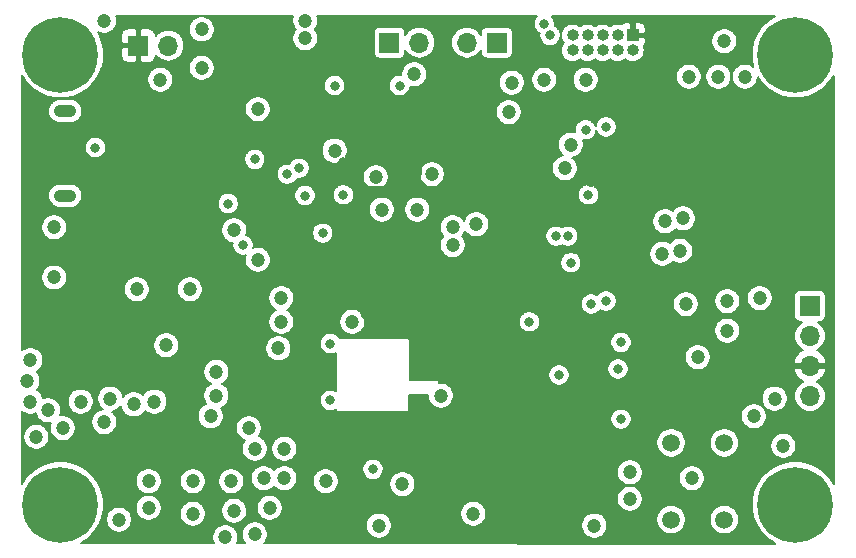
<source format=gbr>
G04 #@! TF.GenerationSoftware,KiCad,Pcbnew,(5.1.4)-1*
G04 #@! TF.CreationDate,2020-09-14T15:12:37+01:00*
G04 #@! TF.ProjectId,F7_100pin,46375f31-3030-4706-996e-2e6b69636164,rev?*
G04 #@! TF.SameCoordinates,Original*
G04 #@! TF.FileFunction,Copper,L3,Inr*
G04 #@! TF.FilePolarity,Positive*
%FSLAX46Y46*%
G04 Gerber Fmt 4.6, Leading zero omitted, Abs format (unit mm)*
G04 Created by KiCad (PCBNEW (5.1.4)-1) date 2020-09-14 15:12:37*
%MOMM*%
%LPD*%
G04 APERTURE LIST*
%ADD10O,1.900000X1.050000*%
%ADD11C,1.500000*%
%ADD12C,6.400000*%
%ADD13C,0.800000*%
%ADD14R,1.700000X1.700000*%
%ADD15O,1.700000X1.700000*%
%ADD16R,1.000000X1.000000*%
%ADD17O,1.000000X1.000000*%
%ADD18C,1.200000*%
%ADD19C,0.300000*%
%ADD20C,0.200000*%
G04 APERTURE END LIST*
D10*
X66450000Y-28925000D03*
X66450000Y-36075000D03*
D11*
X117750000Y-63500000D03*
X117750000Y-57000000D03*
X122250000Y-57000000D03*
X122250000Y-63500000D03*
D12*
X66040000Y-24130000D03*
D13*
X68440000Y-24130000D03*
X67737056Y-25827056D03*
X66040000Y-26530000D03*
X64342944Y-25827056D03*
X63640000Y-24130000D03*
X64342944Y-22432944D03*
X66040000Y-21730000D03*
X67737056Y-22432944D03*
X67737056Y-60532944D03*
X66040000Y-59830000D03*
X64342944Y-60532944D03*
X63640000Y-62230000D03*
X64342944Y-63927056D03*
X66040000Y-64630000D03*
X67737056Y-63927056D03*
X68440000Y-62230000D03*
D12*
X66040000Y-62230000D03*
X128270000Y-24130000D03*
D13*
X130670000Y-24130000D03*
X129967056Y-25827056D03*
X128270000Y-26530000D03*
X126572944Y-25827056D03*
X125870000Y-24130000D03*
X126572944Y-22432944D03*
X128270000Y-21730000D03*
X129967056Y-22432944D03*
X129967056Y-60532944D03*
X128270000Y-59830000D03*
X126572944Y-60532944D03*
X125870000Y-62230000D03*
X126572944Y-63927056D03*
X128270000Y-64630000D03*
X129967056Y-63927056D03*
X130670000Y-62230000D03*
D12*
X128270000Y-62230000D03*
D14*
X93900000Y-23114000D03*
D15*
X96440000Y-23114000D03*
D14*
X129500000Y-45400000D03*
D15*
X129500000Y-47940000D03*
X129500000Y-50480000D03*
X129500000Y-53020000D03*
D14*
X103000000Y-23114000D03*
D15*
X100460000Y-23114000D03*
X75184000Y-23368000D03*
D14*
X72644000Y-23368000D03*
D16*
X114500000Y-22500000D03*
D17*
X114500000Y-23770000D03*
X113230000Y-22500000D03*
X113230000Y-23770000D03*
X111960000Y-22500000D03*
X111960000Y-23770000D03*
X110690000Y-22500000D03*
X110690000Y-23770000D03*
X109420000Y-22500000D03*
X109420000Y-23770000D03*
D13*
X85250000Y-34250000D03*
X90000000Y-36000000D03*
X94750000Y-26750000D03*
X89250000Y-26750000D03*
D18*
X97500000Y-34250000D03*
X95000000Y-60500000D03*
X98000000Y-56750000D03*
X99250000Y-51250000D03*
X109000000Y-58250000D03*
D13*
X90000000Y-33250000D03*
X98250000Y-29000000D03*
D18*
X72750000Y-26000000D03*
X76000000Y-35250000D03*
X111000000Y-32750000D03*
X111000000Y-34750000D03*
X117250000Y-36000000D03*
X126500000Y-50750000D03*
D13*
X111000000Y-43750000D03*
D18*
X116750000Y-22500000D03*
X106750000Y-48000000D03*
X72250000Y-35750000D03*
X71250000Y-39250000D03*
X97000000Y-41250000D03*
X97000000Y-39750000D03*
X92000000Y-46000000D03*
X100000000Y-65000000D03*
X111000000Y-62000000D03*
X114750000Y-44500000D03*
X89000000Y-62500000D03*
X87250000Y-62250000D03*
X118750000Y-36000000D03*
X65500000Y-43000000D03*
X72500000Y-44000000D03*
X75000000Y-48750000D03*
X74000000Y-53500000D03*
D13*
X69000000Y-32000000D03*
D18*
X98250000Y-53000000D03*
X101250000Y-38500000D03*
D13*
X113500000Y-55000000D03*
X88250000Y-39250000D03*
X81500000Y-40250000D03*
D18*
X96000000Y-25800000D03*
X92750000Y-34500000D03*
D13*
X112250000Y-30250000D03*
X113500000Y-48500000D03*
X110500000Y-30500000D03*
X109250000Y-41750000D03*
X112250000Y-45000000D03*
X113250000Y-50750000D03*
D18*
X109250000Y-31750000D03*
D13*
X109000000Y-39500000D03*
D18*
X108750000Y-33750000D03*
D13*
X108000000Y-39500000D03*
X110750000Y-36000000D03*
X105750000Y-46750000D03*
X111000000Y-45250000D03*
X108250000Y-51250000D03*
D18*
X65000000Y-54250000D03*
X66250000Y-55750000D03*
X64000000Y-56500000D03*
D13*
X88900000Y-48600000D03*
X88900000Y-53400000D03*
D18*
X82750000Y-28750000D03*
X89250000Y-32250000D03*
X74500000Y-26250000D03*
X126500000Y-53250000D03*
D13*
X107000000Y-21500000D03*
X107500000Y-22500000D03*
D18*
X63500000Y-50000000D03*
X63250000Y-51750000D03*
X63500000Y-53500000D03*
X79250000Y-51000000D03*
X79250000Y-53000000D03*
X78750000Y-54750000D03*
X70250000Y-53250000D03*
X72250000Y-53750000D03*
X69750000Y-55250000D03*
X84750000Y-44750000D03*
X84750000Y-46750000D03*
X84500000Y-49000000D03*
X77000000Y-44000000D03*
X122250000Y-23000000D03*
X127250000Y-57250000D03*
X69750000Y-21250000D03*
X71000000Y-63500000D03*
X88500000Y-60250000D03*
X101000000Y-63000000D03*
X93000000Y-64000000D03*
X99250000Y-40250000D03*
X99250000Y-38750000D03*
X90750000Y-46750000D03*
X111250000Y-64000000D03*
X119000000Y-45250000D03*
D13*
X92500000Y-59250000D03*
D18*
X117250000Y-38250000D03*
X117000000Y-41000000D03*
X118500000Y-40750000D03*
X118750000Y-38000000D03*
X78000000Y-25250000D03*
X86750000Y-22750000D03*
X86750000Y-21250000D03*
X78000000Y-22000000D03*
X124000000Y-26000000D03*
X121750000Y-26000000D03*
X119250000Y-26000000D03*
X110500000Y-26250000D03*
X107000000Y-26250000D03*
X104250000Y-26500000D03*
X104000000Y-29000000D03*
X93250000Y-37250000D03*
X96250000Y-37250000D03*
X83250000Y-60000000D03*
X80500000Y-60250000D03*
X77250000Y-60250000D03*
X73500000Y-60250000D03*
X73500000Y-62500000D03*
X77250000Y-63000000D03*
X80750000Y-62750000D03*
X83750000Y-62500000D03*
X85000000Y-60000000D03*
X82500000Y-64750000D03*
X80000000Y-65000000D03*
X85000000Y-57500000D03*
X82500000Y-57500000D03*
X124750000Y-54750000D03*
X122500000Y-47500000D03*
X122500000Y-45000000D03*
X125250000Y-44750000D03*
X120000000Y-49750000D03*
X119500000Y-60000000D03*
X114250000Y-59500000D03*
X114250000Y-61750000D03*
X65500000Y-38750000D03*
D13*
X82500000Y-33000000D03*
X80250000Y-36750000D03*
D18*
X67750000Y-53500000D03*
X80750000Y-39000000D03*
D13*
X86250000Y-33750000D03*
X86750000Y-36060200D03*
D18*
X82000000Y-55750000D03*
X82750000Y-41500000D03*
D19*
X98000000Y-56750000D02*
X99750000Y-55000000D01*
X99750000Y-51750000D02*
X99250000Y-51250000D01*
X109000000Y-58250000D02*
X106250000Y-58250000D01*
X102750000Y-54750000D02*
X99750000Y-54750000D01*
X106250000Y-58250000D02*
X102750000Y-54750000D01*
X99750000Y-55000000D02*
X99750000Y-54750000D01*
X99750000Y-54750000D02*
X99750000Y-51750000D01*
X91634316Y-35450001D02*
X95299999Y-35450001D01*
X90000000Y-33250000D02*
X90000000Y-33815685D01*
X90000000Y-33815685D02*
X91634316Y-35450001D01*
X95299999Y-35450001D02*
X96500000Y-34250000D01*
X96500000Y-34250000D02*
X96500000Y-30500000D01*
X96500000Y-30500000D02*
X98000000Y-29000000D01*
X98000000Y-29000000D02*
X98250000Y-29000000D01*
D20*
G36*
X126517393Y-20851102D02*
G01*
X125911387Y-21256022D01*
X125396022Y-21771387D01*
X124991102Y-22377393D01*
X124712189Y-23050750D01*
X124570000Y-23765582D01*
X124570000Y-24494418D01*
X124699265Y-25144276D01*
X124521045Y-25025193D01*
X124320858Y-24942273D01*
X124108341Y-24900000D01*
X123891659Y-24900000D01*
X123679142Y-24942273D01*
X123478955Y-25025193D01*
X123298791Y-25145575D01*
X123145575Y-25298791D01*
X123025193Y-25478955D01*
X122942273Y-25679142D01*
X122900000Y-25891659D01*
X122900000Y-26108341D01*
X122942273Y-26320858D01*
X123025193Y-26521045D01*
X123145575Y-26701209D01*
X123298791Y-26854425D01*
X123478955Y-26974807D01*
X123679142Y-27057727D01*
X123891659Y-27100000D01*
X124108341Y-27100000D01*
X124320858Y-27057727D01*
X124521045Y-26974807D01*
X124701209Y-26854425D01*
X124854425Y-26701209D01*
X124974807Y-26521045D01*
X125057727Y-26320858D01*
X125100000Y-26108341D01*
X125100000Y-26045584D01*
X125396022Y-26488613D01*
X125911387Y-27003978D01*
X126517393Y-27408898D01*
X127190750Y-27687811D01*
X127905582Y-27830000D01*
X128634418Y-27830000D01*
X129349250Y-27687811D01*
X130022607Y-27408898D01*
X130628613Y-27003978D01*
X131143978Y-26488613D01*
X131526158Y-25916639D01*
X131548827Y-60477287D01*
X131143978Y-59871387D01*
X130628613Y-59356022D01*
X130022607Y-58951102D01*
X129349250Y-58672189D01*
X128634418Y-58530000D01*
X127905582Y-58530000D01*
X127190750Y-58672189D01*
X126517393Y-58951102D01*
X125911387Y-59356022D01*
X125396022Y-59871387D01*
X124991102Y-60477393D01*
X124712189Y-61150750D01*
X124570000Y-61865582D01*
X124570000Y-62594418D01*
X124712189Y-63309250D01*
X124991102Y-63982607D01*
X125396022Y-64588613D01*
X125911387Y-65103978D01*
X126517393Y-65508898D01*
X126554999Y-65524475D01*
X83294957Y-65510677D01*
X83354425Y-65451209D01*
X83474807Y-65271045D01*
X83557727Y-65070858D01*
X83600000Y-64858341D01*
X83600000Y-64641659D01*
X83557727Y-64429142D01*
X83474807Y-64228955D01*
X83354425Y-64048791D01*
X83201209Y-63895575D01*
X83195349Y-63891659D01*
X91900000Y-63891659D01*
X91900000Y-64108341D01*
X91942273Y-64320858D01*
X92025193Y-64521045D01*
X92145575Y-64701209D01*
X92298791Y-64854425D01*
X92478955Y-64974807D01*
X92679142Y-65057727D01*
X92891659Y-65100000D01*
X93108341Y-65100000D01*
X93320858Y-65057727D01*
X93521045Y-64974807D01*
X93701209Y-64854425D01*
X93854425Y-64701209D01*
X93974807Y-64521045D01*
X94057727Y-64320858D01*
X94100000Y-64108341D01*
X94100000Y-63891659D01*
X94057727Y-63679142D01*
X93974807Y-63478955D01*
X93854425Y-63298791D01*
X93701209Y-63145575D01*
X93521045Y-63025193D01*
X93320858Y-62942273D01*
X93108341Y-62900000D01*
X92891659Y-62900000D01*
X92679142Y-62942273D01*
X92478955Y-63025193D01*
X92298791Y-63145575D01*
X92145575Y-63298791D01*
X92025193Y-63478955D01*
X91942273Y-63679142D01*
X91900000Y-63891659D01*
X83195349Y-63891659D01*
X83021045Y-63775193D01*
X82820858Y-63692273D01*
X82608341Y-63650000D01*
X82391659Y-63650000D01*
X82179142Y-63692273D01*
X81978955Y-63775193D01*
X81798791Y-63895575D01*
X81645575Y-64048791D01*
X81525193Y-64228955D01*
X81442273Y-64429142D01*
X81400000Y-64641659D01*
X81400000Y-64858341D01*
X81442273Y-65070858D01*
X81525193Y-65271045D01*
X81645575Y-65451209D01*
X81704536Y-65510170D01*
X80979407Y-65509938D01*
X81057727Y-65320858D01*
X81100000Y-65108341D01*
X81100000Y-64891659D01*
X81057727Y-64679142D01*
X80974807Y-64478955D01*
X80854425Y-64298791D01*
X80701209Y-64145575D01*
X80521045Y-64025193D01*
X80320858Y-63942273D01*
X80108341Y-63900000D01*
X79891659Y-63900000D01*
X79679142Y-63942273D01*
X79478955Y-64025193D01*
X79298791Y-64145575D01*
X79145575Y-64298791D01*
X79025193Y-64478955D01*
X78942273Y-64679142D01*
X78900000Y-64891659D01*
X78900000Y-65108341D01*
X78942273Y-65320858D01*
X79020334Y-65509314D01*
X67797342Y-65505734D01*
X68398613Y-65103978D01*
X68913978Y-64588613D01*
X69318898Y-63982607D01*
X69563676Y-63391659D01*
X69900000Y-63391659D01*
X69900000Y-63608341D01*
X69942273Y-63820858D01*
X70025193Y-64021045D01*
X70145575Y-64201209D01*
X70298791Y-64354425D01*
X70478955Y-64474807D01*
X70679142Y-64557727D01*
X70891659Y-64600000D01*
X71108341Y-64600000D01*
X71320858Y-64557727D01*
X71521045Y-64474807D01*
X71701209Y-64354425D01*
X71854425Y-64201209D01*
X71974807Y-64021045D01*
X72057727Y-63820858D01*
X72100000Y-63608341D01*
X72100000Y-63391659D01*
X72057727Y-63179142D01*
X71974807Y-62978955D01*
X71854425Y-62798791D01*
X71701209Y-62645575D01*
X71521045Y-62525193D01*
X71320858Y-62442273D01*
X71108341Y-62400000D01*
X70891659Y-62400000D01*
X70679142Y-62442273D01*
X70478955Y-62525193D01*
X70298791Y-62645575D01*
X70145575Y-62798791D01*
X70025193Y-62978955D01*
X69942273Y-63179142D01*
X69900000Y-63391659D01*
X69563676Y-63391659D01*
X69597811Y-63309250D01*
X69740000Y-62594418D01*
X69740000Y-62391659D01*
X72400000Y-62391659D01*
X72400000Y-62608341D01*
X72442273Y-62820858D01*
X72525193Y-63021045D01*
X72645575Y-63201209D01*
X72798791Y-63354425D01*
X72978955Y-63474807D01*
X73179142Y-63557727D01*
X73391659Y-63600000D01*
X73608341Y-63600000D01*
X73820858Y-63557727D01*
X74021045Y-63474807D01*
X74201209Y-63354425D01*
X74354425Y-63201209D01*
X74474807Y-63021045D01*
X74528400Y-62891659D01*
X76150000Y-62891659D01*
X76150000Y-63108341D01*
X76192273Y-63320858D01*
X76275193Y-63521045D01*
X76395575Y-63701209D01*
X76548791Y-63854425D01*
X76728955Y-63974807D01*
X76929142Y-64057727D01*
X77141659Y-64100000D01*
X77358341Y-64100000D01*
X77570858Y-64057727D01*
X77771045Y-63974807D01*
X77951209Y-63854425D01*
X78104425Y-63701209D01*
X78224807Y-63521045D01*
X78307727Y-63320858D01*
X78350000Y-63108341D01*
X78350000Y-62891659D01*
X78307727Y-62679142D01*
X78292202Y-62641659D01*
X79650000Y-62641659D01*
X79650000Y-62858341D01*
X79692273Y-63070858D01*
X79775193Y-63271045D01*
X79895575Y-63451209D01*
X80048791Y-63604425D01*
X80228955Y-63724807D01*
X80429142Y-63807727D01*
X80641659Y-63850000D01*
X80858341Y-63850000D01*
X81070858Y-63807727D01*
X81271045Y-63724807D01*
X81451209Y-63604425D01*
X81604425Y-63451209D01*
X81724807Y-63271045D01*
X81807727Y-63070858D01*
X81850000Y-62858341D01*
X81850000Y-62641659D01*
X81807727Y-62429142D01*
X81792202Y-62391659D01*
X82650000Y-62391659D01*
X82650000Y-62608341D01*
X82692273Y-62820858D01*
X82775193Y-63021045D01*
X82895575Y-63201209D01*
X83048791Y-63354425D01*
X83228955Y-63474807D01*
X83429142Y-63557727D01*
X83641659Y-63600000D01*
X83858341Y-63600000D01*
X84070858Y-63557727D01*
X84271045Y-63474807D01*
X84451209Y-63354425D01*
X84604425Y-63201209D01*
X84724807Y-63021045D01*
X84778400Y-62891659D01*
X99900000Y-62891659D01*
X99900000Y-63108341D01*
X99942273Y-63320858D01*
X100025193Y-63521045D01*
X100145575Y-63701209D01*
X100298791Y-63854425D01*
X100478955Y-63974807D01*
X100679142Y-64057727D01*
X100891659Y-64100000D01*
X101108341Y-64100000D01*
X101320858Y-64057727D01*
X101521045Y-63974807D01*
X101645484Y-63891659D01*
X110150000Y-63891659D01*
X110150000Y-64108341D01*
X110192273Y-64320858D01*
X110275193Y-64521045D01*
X110395575Y-64701209D01*
X110548791Y-64854425D01*
X110728955Y-64974807D01*
X110929142Y-65057727D01*
X111141659Y-65100000D01*
X111358341Y-65100000D01*
X111570858Y-65057727D01*
X111771045Y-64974807D01*
X111951209Y-64854425D01*
X112104425Y-64701209D01*
X112224807Y-64521045D01*
X112307727Y-64320858D01*
X112350000Y-64108341D01*
X112350000Y-63891659D01*
X112307727Y-63679142D01*
X112224807Y-63478955D01*
X112156607Y-63376886D01*
X116500000Y-63376886D01*
X116500000Y-63623114D01*
X116548037Y-63864611D01*
X116642265Y-64092097D01*
X116779062Y-64296828D01*
X116953172Y-64470938D01*
X117157903Y-64607735D01*
X117385389Y-64701963D01*
X117626886Y-64750000D01*
X117873114Y-64750000D01*
X118114611Y-64701963D01*
X118342097Y-64607735D01*
X118546828Y-64470938D01*
X118720938Y-64296828D01*
X118857735Y-64092097D01*
X118951963Y-63864611D01*
X119000000Y-63623114D01*
X119000000Y-63376886D01*
X121000000Y-63376886D01*
X121000000Y-63623114D01*
X121048037Y-63864611D01*
X121142265Y-64092097D01*
X121279062Y-64296828D01*
X121453172Y-64470938D01*
X121657903Y-64607735D01*
X121885389Y-64701963D01*
X122126886Y-64750000D01*
X122373114Y-64750000D01*
X122614611Y-64701963D01*
X122842097Y-64607735D01*
X123046828Y-64470938D01*
X123220938Y-64296828D01*
X123357735Y-64092097D01*
X123451963Y-63864611D01*
X123500000Y-63623114D01*
X123500000Y-63376886D01*
X123451963Y-63135389D01*
X123357735Y-62907903D01*
X123220938Y-62703172D01*
X123046828Y-62529062D01*
X122842097Y-62392265D01*
X122614611Y-62298037D01*
X122373114Y-62250000D01*
X122126886Y-62250000D01*
X121885389Y-62298037D01*
X121657903Y-62392265D01*
X121453172Y-62529062D01*
X121279062Y-62703172D01*
X121142265Y-62907903D01*
X121048037Y-63135389D01*
X121000000Y-63376886D01*
X119000000Y-63376886D01*
X118951963Y-63135389D01*
X118857735Y-62907903D01*
X118720938Y-62703172D01*
X118546828Y-62529062D01*
X118342097Y-62392265D01*
X118114611Y-62298037D01*
X117873114Y-62250000D01*
X117626886Y-62250000D01*
X117385389Y-62298037D01*
X117157903Y-62392265D01*
X116953172Y-62529062D01*
X116779062Y-62703172D01*
X116642265Y-62907903D01*
X116548037Y-63135389D01*
X116500000Y-63376886D01*
X112156607Y-63376886D01*
X112104425Y-63298791D01*
X111951209Y-63145575D01*
X111771045Y-63025193D01*
X111570858Y-62942273D01*
X111358341Y-62900000D01*
X111141659Y-62900000D01*
X110929142Y-62942273D01*
X110728955Y-63025193D01*
X110548791Y-63145575D01*
X110395575Y-63298791D01*
X110275193Y-63478955D01*
X110192273Y-63679142D01*
X110150000Y-63891659D01*
X101645484Y-63891659D01*
X101701209Y-63854425D01*
X101854425Y-63701209D01*
X101974807Y-63521045D01*
X102057727Y-63320858D01*
X102100000Y-63108341D01*
X102100000Y-62891659D01*
X102057727Y-62679142D01*
X101974807Y-62478955D01*
X101854425Y-62298791D01*
X101701209Y-62145575D01*
X101521045Y-62025193D01*
X101320858Y-61942273D01*
X101108341Y-61900000D01*
X100891659Y-61900000D01*
X100679142Y-61942273D01*
X100478955Y-62025193D01*
X100298791Y-62145575D01*
X100145575Y-62298791D01*
X100025193Y-62478955D01*
X99942273Y-62679142D01*
X99900000Y-62891659D01*
X84778400Y-62891659D01*
X84807727Y-62820858D01*
X84850000Y-62608341D01*
X84850000Y-62391659D01*
X84807727Y-62179142D01*
X84724807Y-61978955D01*
X84604425Y-61798791D01*
X84451209Y-61645575D01*
X84445349Y-61641659D01*
X113150000Y-61641659D01*
X113150000Y-61858341D01*
X113192273Y-62070858D01*
X113275193Y-62271045D01*
X113395575Y-62451209D01*
X113548791Y-62604425D01*
X113728955Y-62724807D01*
X113929142Y-62807727D01*
X114141659Y-62850000D01*
X114358341Y-62850000D01*
X114570858Y-62807727D01*
X114771045Y-62724807D01*
X114951209Y-62604425D01*
X115104425Y-62451209D01*
X115224807Y-62271045D01*
X115307727Y-62070858D01*
X115350000Y-61858341D01*
X115350000Y-61641659D01*
X115307727Y-61429142D01*
X115224807Y-61228955D01*
X115104425Y-61048791D01*
X114951209Y-60895575D01*
X114771045Y-60775193D01*
X114570858Y-60692273D01*
X114358341Y-60650000D01*
X114141659Y-60650000D01*
X113929142Y-60692273D01*
X113728955Y-60775193D01*
X113548791Y-60895575D01*
X113395575Y-61048791D01*
X113275193Y-61228955D01*
X113192273Y-61429142D01*
X113150000Y-61641659D01*
X84445349Y-61641659D01*
X84271045Y-61525193D01*
X84070858Y-61442273D01*
X83858341Y-61400000D01*
X83641659Y-61400000D01*
X83429142Y-61442273D01*
X83228955Y-61525193D01*
X83048791Y-61645575D01*
X82895575Y-61798791D01*
X82775193Y-61978955D01*
X82692273Y-62179142D01*
X82650000Y-62391659D01*
X81792202Y-62391659D01*
X81724807Y-62228955D01*
X81604425Y-62048791D01*
X81451209Y-61895575D01*
X81271045Y-61775193D01*
X81070858Y-61692273D01*
X80858341Y-61650000D01*
X80641659Y-61650000D01*
X80429142Y-61692273D01*
X80228955Y-61775193D01*
X80048791Y-61895575D01*
X79895575Y-62048791D01*
X79775193Y-62228955D01*
X79692273Y-62429142D01*
X79650000Y-62641659D01*
X78292202Y-62641659D01*
X78224807Y-62478955D01*
X78104425Y-62298791D01*
X77951209Y-62145575D01*
X77771045Y-62025193D01*
X77570858Y-61942273D01*
X77358341Y-61900000D01*
X77141659Y-61900000D01*
X76929142Y-61942273D01*
X76728955Y-62025193D01*
X76548791Y-62145575D01*
X76395575Y-62298791D01*
X76275193Y-62478955D01*
X76192273Y-62679142D01*
X76150000Y-62891659D01*
X74528400Y-62891659D01*
X74557727Y-62820858D01*
X74600000Y-62608341D01*
X74600000Y-62391659D01*
X74557727Y-62179142D01*
X74474807Y-61978955D01*
X74354425Y-61798791D01*
X74201209Y-61645575D01*
X74021045Y-61525193D01*
X73820858Y-61442273D01*
X73608341Y-61400000D01*
X73391659Y-61400000D01*
X73179142Y-61442273D01*
X72978955Y-61525193D01*
X72798791Y-61645575D01*
X72645575Y-61798791D01*
X72525193Y-61978955D01*
X72442273Y-62179142D01*
X72400000Y-62391659D01*
X69740000Y-62391659D01*
X69740000Y-61865582D01*
X69597811Y-61150750D01*
X69318898Y-60477393D01*
X69094568Y-60141659D01*
X72400000Y-60141659D01*
X72400000Y-60358341D01*
X72442273Y-60570858D01*
X72525193Y-60771045D01*
X72645575Y-60951209D01*
X72798791Y-61104425D01*
X72978955Y-61224807D01*
X73179142Y-61307727D01*
X73391659Y-61350000D01*
X73608341Y-61350000D01*
X73820858Y-61307727D01*
X74021045Y-61224807D01*
X74201209Y-61104425D01*
X74354425Y-60951209D01*
X74474807Y-60771045D01*
X74557727Y-60570858D01*
X74600000Y-60358341D01*
X74600000Y-60141659D01*
X76150000Y-60141659D01*
X76150000Y-60358341D01*
X76192273Y-60570858D01*
X76275193Y-60771045D01*
X76395575Y-60951209D01*
X76548791Y-61104425D01*
X76728955Y-61224807D01*
X76929142Y-61307727D01*
X77141659Y-61350000D01*
X77358341Y-61350000D01*
X77570858Y-61307727D01*
X77771045Y-61224807D01*
X77951209Y-61104425D01*
X78104425Y-60951209D01*
X78224807Y-60771045D01*
X78307727Y-60570858D01*
X78350000Y-60358341D01*
X78350000Y-60141659D01*
X79400000Y-60141659D01*
X79400000Y-60358341D01*
X79442273Y-60570858D01*
X79525193Y-60771045D01*
X79645575Y-60951209D01*
X79798791Y-61104425D01*
X79978955Y-61224807D01*
X80179142Y-61307727D01*
X80391659Y-61350000D01*
X80608341Y-61350000D01*
X80820858Y-61307727D01*
X81021045Y-61224807D01*
X81201209Y-61104425D01*
X81354425Y-60951209D01*
X81474807Y-60771045D01*
X81557727Y-60570858D01*
X81600000Y-60358341D01*
X81600000Y-60141659D01*
X81557727Y-59929142D01*
X81542202Y-59891659D01*
X82150000Y-59891659D01*
X82150000Y-60108341D01*
X82192273Y-60320858D01*
X82275193Y-60521045D01*
X82395575Y-60701209D01*
X82548791Y-60854425D01*
X82728955Y-60974807D01*
X82929142Y-61057727D01*
X83141659Y-61100000D01*
X83358341Y-61100000D01*
X83570858Y-61057727D01*
X83771045Y-60974807D01*
X83951209Y-60854425D01*
X84104425Y-60701209D01*
X84125000Y-60670416D01*
X84145575Y-60701209D01*
X84298791Y-60854425D01*
X84478955Y-60974807D01*
X84679142Y-61057727D01*
X84891659Y-61100000D01*
X85108341Y-61100000D01*
X85320858Y-61057727D01*
X85521045Y-60974807D01*
X85701209Y-60854425D01*
X85854425Y-60701209D01*
X85974807Y-60521045D01*
X86057727Y-60320858D01*
X86093372Y-60141659D01*
X87400000Y-60141659D01*
X87400000Y-60358341D01*
X87442273Y-60570858D01*
X87525193Y-60771045D01*
X87645575Y-60951209D01*
X87798791Y-61104425D01*
X87978955Y-61224807D01*
X88179142Y-61307727D01*
X88391659Y-61350000D01*
X88608341Y-61350000D01*
X88820858Y-61307727D01*
X89021045Y-61224807D01*
X89201209Y-61104425D01*
X89354425Y-60951209D01*
X89474807Y-60771045D01*
X89557727Y-60570858D01*
X89593372Y-60391659D01*
X93900000Y-60391659D01*
X93900000Y-60608341D01*
X93942273Y-60820858D01*
X94025193Y-61021045D01*
X94145575Y-61201209D01*
X94298791Y-61354425D01*
X94478955Y-61474807D01*
X94679142Y-61557727D01*
X94891659Y-61600000D01*
X95108341Y-61600000D01*
X95320858Y-61557727D01*
X95521045Y-61474807D01*
X95701209Y-61354425D01*
X95854425Y-61201209D01*
X95974807Y-61021045D01*
X96057727Y-60820858D01*
X96100000Y-60608341D01*
X96100000Y-60391659D01*
X96057727Y-60179142D01*
X95974807Y-59978955D01*
X95854425Y-59798791D01*
X95701209Y-59645575D01*
X95521045Y-59525193D01*
X95320858Y-59442273D01*
X95108341Y-59400000D01*
X94891659Y-59400000D01*
X94679142Y-59442273D01*
X94478955Y-59525193D01*
X94298791Y-59645575D01*
X94145575Y-59798791D01*
X94025193Y-59978955D01*
X93942273Y-60179142D01*
X93900000Y-60391659D01*
X89593372Y-60391659D01*
X89600000Y-60358341D01*
X89600000Y-60141659D01*
X89557727Y-59929142D01*
X89474807Y-59728955D01*
X89354425Y-59548791D01*
X89201209Y-59395575D01*
X89021045Y-59275193D01*
X88820858Y-59192273D01*
X88665441Y-59161358D01*
X91600000Y-59161358D01*
X91600000Y-59338642D01*
X91634586Y-59512520D01*
X91702430Y-59676310D01*
X91800924Y-59823717D01*
X91926283Y-59949076D01*
X92073690Y-60047570D01*
X92237480Y-60115414D01*
X92411358Y-60150000D01*
X92588642Y-60150000D01*
X92762520Y-60115414D01*
X92926310Y-60047570D01*
X93073717Y-59949076D01*
X93199076Y-59823717D01*
X93297570Y-59676310D01*
X93365414Y-59512520D01*
X93389454Y-59391659D01*
X113150000Y-59391659D01*
X113150000Y-59608341D01*
X113192273Y-59820858D01*
X113275193Y-60021045D01*
X113395575Y-60201209D01*
X113548791Y-60354425D01*
X113728955Y-60474807D01*
X113929142Y-60557727D01*
X114141659Y-60600000D01*
X114358341Y-60600000D01*
X114570858Y-60557727D01*
X114771045Y-60474807D01*
X114951209Y-60354425D01*
X115104425Y-60201209D01*
X115224807Y-60021045D01*
X115278400Y-59891659D01*
X118400000Y-59891659D01*
X118400000Y-60108341D01*
X118442273Y-60320858D01*
X118525193Y-60521045D01*
X118645575Y-60701209D01*
X118798791Y-60854425D01*
X118978955Y-60974807D01*
X119179142Y-61057727D01*
X119391659Y-61100000D01*
X119608341Y-61100000D01*
X119820858Y-61057727D01*
X120021045Y-60974807D01*
X120201209Y-60854425D01*
X120354425Y-60701209D01*
X120474807Y-60521045D01*
X120557727Y-60320858D01*
X120600000Y-60108341D01*
X120600000Y-59891659D01*
X120557727Y-59679142D01*
X120474807Y-59478955D01*
X120354425Y-59298791D01*
X120201209Y-59145575D01*
X120021045Y-59025193D01*
X119820858Y-58942273D01*
X119608341Y-58900000D01*
X119391659Y-58900000D01*
X119179142Y-58942273D01*
X118978955Y-59025193D01*
X118798791Y-59145575D01*
X118645575Y-59298791D01*
X118525193Y-59478955D01*
X118442273Y-59679142D01*
X118400000Y-59891659D01*
X115278400Y-59891659D01*
X115307727Y-59820858D01*
X115350000Y-59608341D01*
X115350000Y-59391659D01*
X115307727Y-59179142D01*
X115224807Y-58978955D01*
X115104425Y-58798791D01*
X114951209Y-58645575D01*
X114771045Y-58525193D01*
X114570858Y-58442273D01*
X114358341Y-58400000D01*
X114141659Y-58400000D01*
X113929142Y-58442273D01*
X113728955Y-58525193D01*
X113548791Y-58645575D01*
X113395575Y-58798791D01*
X113275193Y-58978955D01*
X113192273Y-59179142D01*
X113150000Y-59391659D01*
X93389454Y-59391659D01*
X93400000Y-59338642D01*
X93400000Y-59161358D01*
X93365414Y-58987480D01*
X93297570Y-58823690D01*
X93199076Y-58676283D01*
X93073717Y-58550924D01*
X92926310Y-58452430D01*
X92762520Y-58384586D01*
X92588642Y-58350000D01*
X92411358Y-58350000D01*
X92237480Y-58384586D01*
X92073690Y-58452430D01*
X91926283Y-58550924D01*
X91800924Y-58676283D01*
X91702430Y-58823690D01*
X91634586Y-58987480D01*
X91600000Y-59161358D01*
X88665441Y-59161358D01*
X88608341Y-59150000D01*
X88391659Y-59150000D01*
X88179142Y-59192273D01*
X87978955Y-59275193D01*
X87798791Y-59395575D01*
X87645575Y-59548791D01*
X87525193Y-59728955D01*
X87442273Y-59929142D01*
X87400000Y-60141659D01*
X86093372Y-60141659D01*
X86100000Y-60108341D01*
X86100000Y-59891659D01*
X86057727Y-59679142D01*
X85974807Y-59478955D01*
X85854425Y-59298791D01*
X85701209Y-59145575D01*
X85521045Y-59025193D01*
X85320858Y-58942273D01*
X85108341Y-58900000D01*
X84891659Y-58900000D01*
X84679142Y-58942273D01*
X84478955Y-59025193D01*
X84298791Y-59145575D01*
X84145575Y-59298791D01*
X84125000Y-59329584D01*
X84104425Y-59298791D01*
X83951209Y-59145575D01*
X83771045Y-59025193D01*
X83570858Y-58942273D01*
X83358341Y-58900000D01*
X83141659Y-58900000D01*
X82929142Y-58942273D01*
X82728955Y-59025193D01*
X82548791Y-59145575D01*
X82395575Y-59298791D01*
X82275193Y-59478955D01*
X82192273Y-59679142D01*
X82150000Y-59891659D01*
X81542202Y-59891659D01*
X81474807Y-59728955D01*
X81354425Y-59548791D01*
X81201209Y-59395575D01*
X81021045Y-59275193D01*
X80820858Y-59192273D01*
X80608341Y-59150000D01*
X80391659Y-59150000D01*
X80179142Y-59192273D01*
X79978955Y-59275193D01*
X79798791Y-59395575D01*
X79645575Y-59548791D01*
X79525193Y-59728955D01*
X79442273Y-59929142D01*
X79400000Y-60141659D01*
X78350000Y-60141659D01*
X78307727Y-59929142D01*
X78224807Y-59728955D01*
X78104425Y-59548791D01*
X77951209Y-59395575D01*
X77771045Y-59275193D01*
X77570858Y-59192273D01*
X77358341Y-59150000D01*
X77141659Y-59150000D01*
X76929142Y-59192273D01*
X76728955Y-59275193D01*
X76548791Y-59395575D01*
X76395575Y-59548791D01*
X76275193Y-59728955D01*
X76192273Y-59929142D01*
X76150000Y-60141659D01*
X74600000Y-60141659D01*
X74557727Y-59929142D01*
X74474807Y-59728955D01*
X74354425Y-59548791D01*
X74201209Y-59395575D01*
X74021045Y-59275193D01*
X73820858Y-59192273D01*
X73608341Y-59150000D01*
X73391659Y-59150000D01*
X73179142Y-59192273D01*
X72978955Y-59275193D01*
X72798791Y-59395575D01*
X72645575Y-59548791D01*
X72525193Y-59728955D01*
X72442273Y-59929142D01*
X72400000Y-60141659D01*
X69094568Y-60141659D01*
X68913978Y-59871387D01*
X68398613Y-59356022D01*
X67792607Y-58951102D01*
X67119250Y-58672189D01*
X66404418Y-58530000D01*
X65675582Y-58530000D01*
X64960750Y-58672189D01*
X64287393Y-58951102D01*
X63681387Y-59356022D01*
X63166022Y-59871387D01*
X62773938Y-60458182D01*
X62771713Y-56391659D01*
X62900000Y-56391659D01*
X62900000Y-56608341D01*
X62942273Y-56820858D01*
X63025193Y-57021045D01*
X63145575Y-57201209D01*
X63298791Y-57354425D01*
X63478955Y-57474807D01*
X63679142Y-57557727D01*
X63891659Y-57600000D01*
X64108341Y-57600000D01*
X64320858Y-57557727D01*
X64521045Y-57474807D01*
X64701209Y-57354425D01*
X64854425Y-57201209D01*
X64974807Y-57021045D01*
X65057727Y-56820858D01*
X65100000Y-56608341D01*
X65100000Y-56391659D01*
X65057727Y-56179142D01*
X64974807Y-55978955D01*
X64854425Y-55798791D01*
X64701209Y-55645575D01*
X64521045Y-55525193D01*
X64320858Y-55442273D01*
X64108341Y-55400000D01*
X63891659Y-55400000D01*
X63679142Y-55442273D01*
X63478955Y-55525193D01*
X63298791Y-55645575D01*
X63145575Y-55798791D01*
X63025193Y-55978955D01*
X62942273Y-56179142D01*
X62900000Y-56391659D01*
X62771713Y-56391659D01*
X62770582Y-54326216D01*
X62798791Y-54354425D01*
X62978955Y-54474807D01*
X63179142Y-54557727D01*
X63391659Y-54600000D01*
X63608341Y-54600000D01*
X63820858Y-54557727D01*
X63930618Y-54512263D01*
X63942273Y-54570858D01*
X64025193Y-54771045D01*
X64145575Y-54951209D01*
X64298791Y-55104425D01*
X64478955Y-55224807D01*
X64679142Y-55307727D01*
X64891659Y-55350000D01*
X65108341Y-55350000D01*
X65235535Y-55324699D01*
X65192273Y-55429142D01*
X65150000Y-55641659D01*
X65150000Y-55858341D01*
X65192273Y-56070858D01*
X65275193Y-56271045D01*
X65395575Y-56451209D01*
X65548791Y-56604425D01*
X65728955Y-56724807D01*
X65929142Y-56807727D01*
X66141659Y-56850000D01*
X66358341Y-56850000D01*
X66570858Y-56807727D01*
X66771045Y-56724807D01*
X66951209Y-56604425D01*
X67104425Y-56451209D01*
X67224807Y-56271045D01*
X67307727Y-56070858D01*
X67350000Y-55858341D01*
X67350000Y-55641659D01*
X67307727Y-55429142D01*
X67224807Y-55228955D01*
X67166478Y-55141659D01*
X68650000Y-55141659D01*
X68650000Y-55358341D01*
X68692273Y-55570858D01*
X68775193Y-55771045D01*
X68895575Y-55951209D01*
X69048791Y-56104425D01*
X69228955Y-56224807D01*
X69429142Y-56307727D01*
X69641659Y-56350000D01*
X69858341Y-56350000D01*
X70070858Y-56307727D01*
X70271045Y-56224807D01*
X70451209Y-56104425D01*
X70604425Y-55951209D01*
X70724807Y-55771045D01*
X70807727Y-55570858D01*
X70850000Y-55358341D01*
X70850000Y-55141659D01*
X70807727Y-54929142D01*
X70724807Y-54728955D01*
X70604425Y-54548791D01*
X70451209Y-54395575D01*
X70377344Y-54346220D01*
X70570858Y-54307727D01*
X70771045Y-54224807D01*
X70951209Y-54104425D01*
X71104425Y-53951209D01*
X71153780Y-53877344D01*
X71192273Y-54070858D01*
X71275193Y-54271045D01*
X71395575Y-54451209D01*
X71548791Y-54604425D01*
X71728955Y-54724807D01*
X71929142Y-54807727D01*
X72141659Y-54850000D01*
X72358341Y-54850000D01*
X72570858Y-54807727D01*
X72771045Y-54724807D01*
X72895484Y-54641659D01*
X77650000Y-54641659D01*
X77650000Y-54858341D01*
X77692273Y-55070858D01*
X77775193Y-55271045D01*
X77895575Y-55451209D01*
X78048791Y-55604425D01*
X78228955Y-55724807D01*
X78429142Y-55807727D01*
X78641659Y-55850000D01*
X78858341Y-55850000D01*
X79070858Y-55807727D01*
X79271045Y-55724807D01*
X79395484Y-55641659D01*
X80900000Y-55641659D01*
X80900000Y-55858341D01*
X80942273Y-56070858D01*
X81025193Y-56271045D01*
X81145575Y-56451209D01*
X81298791Y-56604425D01*
X81478955Y-56724807D01*
X81649088Y-56795278D01*
X81645575Y-56798791D01*
X81525193Y-56978955D01*
X81442273Y-57179142D01*
X81400000Y-57391659D01*
X81400000Y-57608341D01*
X81442273Y-57820858D01*
X81525193Y-58021045D01*
X81645575Y-58201209D01*
X81798791Y-58354425D01*
X81978955Y-58474807D01*
X82179142Y-58557727D01*
X82391659Y-58600000D01*
X82608341Y-58600000D01*
X82820858Y-58557727D01*
X83021045Y-58474807D01*
X83201209Y-58354425D01*
X83354425Y-58201209D01*
X83474807Y-58021045D01*
X83557727Y-57820858D01*
X83600000Y-57608341D01*
X83600000Y-57391659D01*
X83900000Y-57391659D01*
X83900000Y-57608341D01*
X83942273Y-57820858D01*
X84025193Y-58021045D01*
X84145575Y-58201209D01*
X84298791Y-58354425D01*
X84478955Y-58474807D01*
X84679142Y-58557727D01*
X84891659Y-58600000D01*
X85108341Y-58600000D01*
X85320858Y-58557727D01*
X85521045Y-58474807D01*
X85701209Y-58354425D01*
X85854425Y-58201209D01*
X85974807Y-58021045D01*
X86057727Y-57820858D01*
X86100000Y-57608341D01*
X86100000Y-57391659D01*
X86057727Y-57179142D01*
X85974807Y-56978955D01*
X85906607Y-56876886D01*
X116500000Y-56876886D01*
X116500000Y-57123114D01*
X116548037Y-57364611D01*
X116642265Y-57592097D01*
X116779062Y-57796828D01*
X116953172Y-57970938D01*
X117157903Y-58107735D01*
X117385389Y-58201963D01*
X117626886Y-58250000D01*
X117873114Y-58250000D01*
X118114611Y-58201963D01*
X118342097Y-58107735D01*
X118546828Y-57970938D01*
X118720938Y-57796828D01*
X118857735Y-57592097D01*
X118951963Y-57364611D01*
X119000000Y-57123114D01*
X119000000Y-56876886D01*
X121000000Y-56876886D01*
X121000000Y-57123114D01*
X121048037Y-57364611D01*
X121142265Y-57592097D01*
X121279062Y-57796828D01*
X121453172Y-57970938D01*
X121657903Y-58107735D01*
X121885389Y-58201963D01*
X122126886Y-58250000D01*
X122373114Y-58250000D01*
X122614611Y-58201963D01*
X122842097Y-58107735D01*
X123046828Y-57970938D01*
X123220938Y-57796828D01*
X123357735Y-57592097D01*
X123451963Y-57364611D01*
X123496311Y-57141659D01*
X126150000Y-57141659D01*
X126150000Y-57358341D01*
X126192273Y-57570858D01*
X126275193Y-57771045D01*
X126395575Y-57951209D01*
X126548791Y-58104425D01*
X126728955Y-58224807D01*
X126929142Y-58307727D01*
X127141659Y-58350000D01*
X127358341Y-58350000D01*
X127570858Y-58307727D01*
X127771045Y-58224807D01*
X127951209Y-58104425D01*
X128104425Y-57951209D01*
X128224807Y-57771045D01*
X128307727Y-57570858D01*
X128350000Y-57358341D01*
X128350000Y-57141659D01*
X128307727Y-56929142D01*
X128224807Y-56728955D01*
X128104425Y-56548791D01*
X127951209Y-56395575D01*
X127771045Y-56275193D01*
X127570858Y-56192273D01*
X127358341Y-56150000D01*
X127141659Y-56150000D01*
X126929142Y-56192273D01*
X126728955Y-56275193D01*
X126548791Y-56395575D01*
X126395575Y-56548791D01*
X126275193Y-56728955D01*
X126192273Y-56929142D01*
X126150000Y-57141659D01*
X123496311Y-57141659D01*
X123500000Y-57123114D01*
X123500000Y-56876886D01*
X123451963Y-56635389D01*
X123357735Y-56407903D01*
X123220938Y-56203172D01*
X123046828Y-56029062D01*
X122842097Y-55892265D01*
X122614611Y-55798037D01*
X122373114Y-55750000D01*
X122126886Y-55750000D01*
X121885389Y-55798037D01*
X121657903Y-55892265D01*
X121453172Y-56029062D01*
X121279062Y-56203172D01*
X121142265Y-56407903D01*
X121048037Y-56635389D01*
X121000000Y-56876886D01*
X119000000Y-56876886D01*
X118951963Y-56635389D01*
X118857735Y-56407903D01*
X118720938Y-56203172D01*
X118546828Y-56029062D01*
X118342097Y-55892265D01*
X118114611Y-55798037D01*
X117873114Y-55750000D01*
X117626886Y-55750000D01*
X117385389Y-55798037D01*
X117157903Y-55892265D01*
X116953172Y-56029062D01*
X116779062Y-56203172D01*
X116642265Y-56407903D01*
X116548037Y-56635389D01*
X116500000Y-56876886D01*
X85906607Y-56876886D01*
X85854425Y-56798791D01*
X85701209Y-56645575D01*
X85521045Y-56525193D01*
X85320858Y-56442273D01*
X85108341Y-56400000D01*
X84891659Y-56400000D01*
X84679142Y-56442273D01*
X84478955Y-56525193D01*
X84298791Y-56645575D01*
X84145575Y-56798791D01*
X84025193Y-56978955D01*
X83942273Y-57179142D01*
X83900000Y-57391659D01*
X83600000Y-57391659D01*
X83557727Y-57179142D01*
X83474807Y-56978955D01*
X83354425Y-56798791D01*
X83201209Y-56645575D01*
X83021045Y-56525193D01*
X82850912Y-56454722D01*
X82854425Y-56451209D01*
X82974807Y-56271045D01*
X83057727Y-56070858D01*
X83100000Y-55858341D01*
X83100000Y-55641659D01*
X83057727Y-55429142D01*
X82974807Y-55228955D01*
X82854425Y-55048791D01*
X82716992Y-54911358D01*
X112600000Y-54911358D01*
X112600000Y-55088642D01*
X112634586Y-55262520D01*
X112702430Y-55426310D01*
X112800924Y-55573717D01*
X112926283Y-55699076D01*
X113073690Y-55797570D01*
X113237480Y-55865414D01*
X113411358Y-55900000D01*
X113588642Y-55900000D01*
X113762520Y-55865414D01*
X113926310Y-55797570D01*
X114073717Y-55699076D01*
X114199076Y-55573717D01*
X114297570Y-55426310D01*
X114365414Y-55262520D01*
X114400000Y-55088642D01*
X114400000Y-54911358D01*
X114365414Y-54737480D01*
X114325724Y-54641659D01*
X123650000Y-54641659D01*
X123650000Y-54858341D01*
X123692273Y-55070858D01*
X123775193Y-55271045D01*
X123895575Y-55451209D01*
X124048791Y-55604425D01*
X124228955Y-55724807D01*
X124429142Y-55807727D01*
X124641659Y-55850000D01*
X124858341Y-55850000D01*
X125070858Y-55807727D01*
X125271045Y-55724807D01*
X125451209Y-55604425D01*
X125604425Y-55451209D01*
X125724807Y-55271045D01*
X125807727Y-55070858D01*
X125850000Y-54858341D01*
X125850000Y-54641659D01*
X125807727Y-54429142D01*
X125724807Y-54228955D01*
X125604425Y-54048791D01*
X125451209Y-53895575D01*
X125271045Y-53775193D01*
X125070858Y-53692273D01*
X124858341Y-53650000D01*
X124641659Y-53650000D01*
X124429142Y-53692273D01*
X124228955Y-53775193D01*
X124048791Y-53895575D01*
X123895575Y-54048791D01*
X123775193Y-54228955D01*
X123692273Y-54429142D01*
X123650000Y-54641659D01*
X114325724Y-54641659D01*
X114297570Y-54573690D01*
X114199076Y-54426283D01*
X114073717Y-54300924D01*
X113926310Y-54202430D01*
X113762520Y-54134586D01*
X113588642Y-54100000D01*
X113411358Y-54100000D01*
X113237480Y-54134586D01*
X113073690Y-54202430D01*
X112926283Y-54300924D01*
X112800924Y-54426283D01*
X112702430Y-54573690D01*
X112634586Y-54737480D01*
X112600000Y-54911358D01*
X82716992Y-54911358D01*
X82701209Y-54895575D01*
X82521045Y-54775193D01*
X82320858Y-54692273D01*
X82108341Y-54650000D01*
X81891659Y-54650000D01*
X81679142Y-54692273D01*
X81478955Y-54775193D01*
X81298791Y-54895575D01*
X81145575Y-55048791D01*
X81025193Y-55228955D01*
X80942273Y-55429142D01*
X80900000Y-55641659D01*
X79395484Y-55641659D01*
X79451209Y-55604425D01*
X79604425Y-55451209D01*
X79724807Y-55271045D01*
X79807727Y-55070858D01*
X79850000Y-54858341D01*
X79850000Y-54641659D01*
X79807727Y-54429142D01*
X79724807Y-54228955D01*
X79604425Y-54048791D01*
X79600912Y-54045278D01*
X79771045Y-53974807D01*
X79951209Y-53854425D01*
X80104425Y-53701209D01*
X80224807Y-53521045D01*
X80307727Y-53320858D01*
X80350000Y-53108341D01*
X80350000Y-52891659D01*
X80307727Y-52679142D01*
X80224807Y-52478955D01*
X80104425Y-52298791D01*
X79951209Y-52145575D01*
X79771045Y-52025193D01*
X79710224Y-52000000D01*
X79771045Y-51974807D01*
X79951209Y-51854425D01*
X80104425Y-51701209D01*
X80224807Y-51521045D01*
X80307727Y-51320858D01*
X80350000Y-51108341D01*
X80350000Y-50891659D01*
X80307727Y-50679142D01*
X80224807Y-50478955D01*
X80104425Y-50298791D01*
X79951209Y-50145575D01*
X79771045Y-50025193D01*
X79570858Y-49942273D01*
X79358341Y-49900000D01*
X79141659Y-49900000D01*
X78929142Y-49942273D01*
X78728955Y-50025193D01*
X78548791Y-50145575D01*
X78395575Y-50298791D01*
X78275193Y-50478955D01*
X78192273Y-50679142D01*
X78150000Y-50891659D01*
X78150000Y-51108341D01*
X78192273Y-51320858D01*
X78275193Y-51521045D01*
X78395575Y-51701209D01*
X78548791Y-51854425D01*
X78728955Y-51974807D01*
X78789776Y-52000000D01*
X78728955Y-52025193D01*
X78548791Y-52145575D01*
X78395575Y-52298791D01*
X78275193Y-52478955D01*
X78192273Y-52679142D01*
X78150000Y-52891659D01*
X78150000Y-53108341D01*
X78192273Y-53320858D01*
X78275193Y-53521045D01*
X78395575Y-53701209D01*
X78399088Y-53704722D01*
X78228955Y-53775193D01*
X78048791Y-53895575D01*
X77895575Y-54048791D01*
X77775193Y-54228955D01*
X77692273Y-54429142D01*
X77650000Y-54641659D01*
X72895484Y-54641659D01*
X72951209Y-54604425D01*
X73104425Y-54451209D01*
X73221043Y-54276677D01*
X73298791Y-54354425D01*
X73478955Y-54474807D01*
X73679142Y-54557727D01*
X73891659Y-54600000D01*
X74108341Y-54600000D01*
X74320858Y-54557727D01*
X74521045Y-54474807D01*
X74701209Y-54354425D01*
X74854425Y-54201209D01*
X74974807Y-54021045D01*
X75057727Y-53820858D01*
X75100000Y-53608341D01*
X75100000Y-53391659D01*
X75057727Y-53179142D01*
X74974807Y-52978955D01*
X74854425Y-52798791D01*
X74701209Y-52645575D01*
X74521045Y-52525193D01*
X74320858Y-52442273D01*
X74108341Y-52400000D01*
X73891659Y-52400000D01*
X73679142Y-52442273D01*
X73478955Y-52525193D01*
X73298791Y-52645575D01*
X73145575Y-52798791D01*
X73028957Y-52973323D01*
X72951209Y-52895575D01*
X72771045Y-52775193D01*
X72570858Y-52692273D01*
X72358341Y-52650000D01*
X72141659Y-52650000D01*
X71929142Y-52692273D01*
X71728955Y-52775193D01*
X71548791Y-52895575D01*
X71395575Y-53048791D01*
X71346220Y-53122656D01*
X71307727Y-52929142D01*
X71224807Y-52728955D01*
X71104425Y-52548791D01*
X70951209Y-52395575D01*
X70771045Y-52275193D01*
X70570858Y-52192273D01*
X70358341Y-52150000D01*
X70141659Y-52150000D01*
X69929142Y-52192273D01*
X69728955Y-52275193D01*
X69548791Y-52395575D01*
X69395575Y-52548791D01*
X69275193Y-52728955D01*
X69192273Y-52929142D01*
X69150000Y-53141659D01*
X69150000Y-53358341D01*
X69192273Y-53570858D01*
X69275193Y-53771045D01*
X69395575Y-53951209D01*
X69548791Y-54104425D01*
X69622656Y-54153780D01*
X69429142Y-54192273D01*
X69228955Y-54275193D01*
X69048791Y-54395575D01*
X68895575Y-54548791D01*
X68775193Y-54728955D01*
X68692273Y-54929142D01*
X68650000Y-55141659D01*
X67166478Y-55141659D01*
X67104425Y-55048791D01*
X66951209Y-54895575D01*
X66771045Y-54775193D01*
X66570858Y-54692273D01*
X66358341Y-54650000D01*
X66141659Y-54650000D01*
X66014465Y-54675301D01*
X66057727Y-54570858D01*
X66100000Y-54358341D01*
X66100000Y-54141659D01*
X66057727Y-53929142D01*
X65974807Y-53728955D01*
X65854425Y-53548791D01*
X65701209Y-53395575D01*
X65695349Y-53391659D01*
X66650000Y-53391659D01*
X66650000Y-53608341D01*
X66692273Y-53820858D01*
X66775193Y-54021045D01*
X66895575Y-54201209D01*
X67048791Y-54354425D01*
X67228955Y-54474807D01*
X67429142Y-54557727D01*
X67641659Y-54600000D01*
X67858341Y-54600000D01*
X68070858Y-54557727D01*
X68271045Y-54474807D01*
X68451209Y-54354425D01*
X68604425Y-54201209D01*
X68724807Y-54021045D01*
X68807727Y-53820858D01*
X68850000Y-53608341D01*
X68850000Y-53391659D01*
X68807727Y-53179142D01*
X68724807Y-52978955D01*
X68604425Y-52798791D01*
X68451209Y-52645575D01*
X68271045Y-52525193D01*
X68070858Y-52442273D01*
X67858341Y-52400000D01*
X67641659Y-52400000D01*
X67429142Y-52442273D01*
X67228955Y-52525193D01*
X67048791Y-52645575D01*
X66895575Y-52798791D01*
X66775193Y-52978955D01*
X66692273Y-53179142D01*
X66650000Y-53391659D01*
X65695349Y-53391659D01*
X65521045Y-53275193D01*
X65320858Y-53192273D01*
X65108341Y-53150000D01*
X64891659Y-53150000D01*
X64679142Y-53192273D01*
X64569382Y-53237737D01*
X64557727Y-53179142D01*
X64474807Y-52978955D01*
X64354425Y-52798791D01*
X64201209Y-52645575D01*
X64026677Y-52528957D01*
X64104425Y-52451209D01*
X64224807Y-52271045D01*
X64307727Y-52070858D01*
X64350000Y-51858341D01*
X64350000Y-51641659D01*
X64307727Y-51429142D01*
X64224807Y-51228955D01*
X64104425Y-51048791D01*
X64026677Y-50971043D01*
X64201209Y-50854425D01*
X64354425Y-50701209D01*
X64474807Y-50521045D01*
X64557727Y-50320858D01*
X64600000Y-50108341D01*
X64600000Y-49891659D01*
X64557727Y-49679142D01*
X64474807Y-49478955D01*
X64354425Y-49298791D01*
X64201209Y-49145575D01*
X64021045Y-49025193D01*
X63820858Y-48942273D01*
X63608341Y-48900000D01*
X63391659Y-48900000D01*
X63179142Y-48942273D01*
X62978955Y-49025193D01*
X62798791Y-49145575D01*
X62767763Y-49176603D01*
X62767471Y-48641659D01*
X73900000Y-48641659D01*
X73900000Y-48858341D01*
X73942273Y-49070858D01*
X74025193Y-49271045D01*
X74145575Y-49451209D01*
X74298791Y-49604425D01*
X74478955Y-49724807D01*
X74679142Y-49807727D01*
X74891659Y-49850000D01*
X75108341Y-49850000D01*
X75320858Y-49807727D01*
X75521045Y-49724807D01*
X75701209Y-49604425D01*
X75854425Y-49451209D01*
X75974807Y-49271045D01*
X76057727Y-49070858D01*
X76093372Y-48891659D01*
X83400000Y-48891659D01*
X83400000Y-49108341D01*
X83442273Y-49320858D01*
X83525193Y-49521045D01*
X83645575Y-49701209D01*
X83798791Y-49854425D01*
X83978955Y-49974807D01*
X84179142Y-50057727D01*
X84391659Y-50100000D01*
X84608341Y-50100000D01*
X84820858Y-50057727D01*
X85021045Y-49974807D01*
X85201209Y-49854425D01*
X85354425Y-49701209D01*
X85474807Y-49521045D01*
X85557727Y-49320858D01*
X85600000Y-49108341D01*
X85600000Y-48891659D01*
X85557727Y-48679142D01*
X85488229Y-48511358D01*
X88000000Y-48511358D01*
X88000000Y-48688642D01*
X88034586Y-48862520D01*
X88102430Y-49026310D01*
X88200924Y-49173717D01*
X88326283Y-49299076D01*
X88473690Y-49397570D01*
X88637480Y-49465414D01*
X88811358Y-49500000D01*
X88988642Y-49500000D01*
X89162520Y-49465414D01*
X89326310Y-49397570D01*
X89395007Y-49351668D01*
X89395007Y-52648332D01*
X89326310Y-52602430D01*
X89162520Y-52534586D01*
X88988642Y-52500000D01*
X88811358Y-52500000D01*
X88637480Y-52534586D01*
X88473690Y-52602430D01*
X88326283Y-52700924D01*
X88200924Y-52826283D01*
X88102430Y-52973690D01*
X88034586Y-53137480D01*
X88000000Y-53311358D01*
X88000000Y-53488642D01*
X88034586Y-53662520D01*
X88102430Y-53826310D01*
X88200924Y-53973717D01*
X88326283Y-54099076D01*
X88473690Y-54197570D01*
X88637480Y-54265414D01*
X88811358Y-54300000D01*
X88988642Y-54300000D01*
X89162520Y-54265414D01*
X89326310Y-54197570D01*
X89395007Y-54151668D01*
X89395007Y-54250000D01*
X89396928Y-54269509D01*
X89402619Y-54288268D01*
X89411860Y-54305557D01*
X89424296Y-54320711D01*
X89439450Y-54333147D01*
X89456739Y-54342388D01*
X89475498Y-54348079D01*
X89495007Y-54350000D01*
X95495007Y-54350000D01*
X95514516Y-54348079D01*
X95533275Y-54342388D01*
X95550564Y-54333147D01*
X95565718Y-54320711D01*
X95578154Y-54305557D01*
X95587395Y-54288268D01*
X95593086Y-54269509D01*
X95595004Y-54249286D01*
X95585723Y-52950000D01*
X97150000Y-52950000D01*
X97150000Y-53108341D01*
X97192273Y-53320858D01*
X97275193Y-53521045D01*
X97395575Y-53701209D01*
X97548791Y-53854425D01*
X97728955Y-53974807D01*
X97929142Y-54057727D01*
X98141659Y-54100000D01*
X98358341Y-54100000D01*
X98570858Y-54057727D01*
X98771045Y-53974807D01*
X98951209Y-53854425D01*
X99104425Y-53701209D01*
X99224807Y-53521045D01*
X99307727Y-53320858D01*
X99343372Y-53141659D01*
X125400000Y-53141659D01*
X125400000Y-53358341D01*
X125442273Y-53570858D01*
X125525193Y-53771045D01*
X125645575Y-53951209D01*
X125798791Y-54104425D01*
X125978955Y-54224807D01*
X126179142Y-54307727D01*
X126391659Y-54350000D01*
X126608341Y-54350000D01*
X126820858Y-54307727D01*
X127021045Y-54224807D01*
X127201209Y-54104425D01*
X127354425Y-53951209D01*
X127474807Y-53771045D01*
X127557727Y-53570858D01*
X127600000Y-53358341D01*
X127600000Y-53141659D01*
X127557727Y-52929142D01*
X127474807Y-52728955D01*
X127354425Y-52548791D01*
X127201209Y-52395575D01*
X127021045Y-52275193D01*
X126820858Y-52192273D01*
X126608341Y-52150000D01*
X126391659Y-52150000D01*
X126179142Y-52192273D01*
X125978955Y-52275193D01*
X125798791Y-52395575D01*
X125645575Y-52548791D01*
X125525193Y-52728955D01*
X125442273Y-52929142D01*
X125400000Y-53141659D01*
X99343372Y-53141659D01*
X99350000Y-53108341D01*
X99350000Y-52891659D01*
X99307727Y-52679142D01*
X99224807Y-52478955D01*
X99104425Y-52298791D01*
X98951209Y-52145575D01*
X98771045Y-52025193D01*
X98570858Y-51942273D01*
X98358341Y-51900000D01*
X98141659Y-51900000D01*
X98086475Y-51910977D01*
X98085003Y-51749091D01*
X98082904Y-51729600D01*
X98077043Y-51710893D01*
X98067645Y-51693689D01*
X98055072Y-51678649D01*
X98039806Y-51666351D01*
X98022434Y-51657268D01*
X98003624Y-51651748D01*
X97985007Y-51650000D01*
X95604722Y-51650000D01*
X95603326Y-51161358D01*
X107350000Y-51161358D01*
X107350000Y-51338642D01*
X107384586Y-51512520D01*
X107452430Y-51676310D01*
X107550924Y-51823717D01*
X107676283Y-51949076D01*
X107823690Y-52047570D01*
X107987480Y-52115414D01*
X108161358Y-52150000D01*
X108338642Y-52150000D01*
X108512520Y-52115414D01*
X108676310Y-52047570D01*
X108823717Y-51949076D01*
X108949076Y-51823717D01*
X109047570Y-51676310D01*
X109115414Y-51512520D01*
X109150000Y-51338642D01*
X109150000Y-51161358D01*
X109115414Y-50987480D01*
X109047570Y-50823690D01*
X108949076Y-50676283D01*
X108934151Y-50661358D01*
X112350000Y-50661358D01*
X112350000Y-50838642D01*
X112384586Y-51012520D01*
X112452430Y-51176310D01*
X112550924Y-51323717D01*
X112676283Y-51449076D01*
X112823690Y-51547570D01*
X112987480Y-51615414D01*
X113161358Y-51650000D01*
X113338642Y-51650000D01*
X113512520Y-51615414D01*
X113676310Y-51547570D01*
X113823717Y-51449076D01*
X113949076Y-51323717D01*
X114047570Y-51176310D01*
X114115414Y-51012520D01*
X114145968Y-50858910D01*
X128092097Y-50858910D01*
X128118854Y-50947139D01*
X128236527Y-51207611D01*
X128402754Y-51440122D01*
X128611148Y-51635736D01*
X128853700Y-51786935D01*
X128906072Y-51806712D01*
X128746351Y-51892085D01*
X128540787Y-52060787D01*
X128372085Y-52266351D01*
X128246728Y-52500878D01*
X128169533Y-52755354D01*
X128143468Y-53020000D01*
X128169533Y-53284646D01*
X128246728Y-53539122D01*
X128372085Y-53773649D01*
X128540787Y-53979213D01*
X128746351Y-54147915D01*
X128980878Y-54273272D01*
X129235354Y-54350467D01*
X129433679Y-54370000D01*
X129566321Y-54370000D01*
X129764646Y-54350467D01*
X130019122Y-54273272D01*
X130253649Y-54147915D01*
X130459213Y-53979213D01*
X130627915Y-53773649D01*
X130753272Y-53539122D01*
X130830467Y-53284646D01*
X130856532Y-53020000D01*
X130830467Y-52755354D01*
X130753272Y-52500878D01*
X130627915Y-52266351D01*
X130459213Y-52060787D01*
X130253649Y-51892085D01*
X130093928Y-51806712D01*
X130146300Y-51786935D01*
X130388852Y-51635736D01*
X130597246Y-51440122D01*
X130763473Y-51207611D01*
X130881146Y-50947139D01*
X130907903Y-50858910D01*
X130796889Y-50634000D01*
X129654000Y-50634000D01*
X129654000Y-50654000D01*
X129346000Y-50654000D01*
X129346000Y-50634000D01*
X128203111Y-50634000D01*
X128092097Y-50858910D01*
X114145968Y-50858910D01*
X114150000Y-50838642D01*
X114150000Y-50661358D01*
X114115414Y-50487480D01*
X114047570Y-50323690D01*
X113949076Y-50176283D01*
X113823717Y-50050924D01*
X113676310Y-49952430D01*
X113512520Y-49884586D01*
X113338642Y-49850000D01*
X113161358Y-49850000D01*
X112987480Y-49884586D01*
X112823690Y-49952430D01*
X112676283Y-50050924D01*
X112550924Y-50176283D01*
X112452430Y-50323690D01*
X112384586Y-50487480D01*
X112350000Y-50661358D01*
X108934151Y-50661358D01*
X108823717Y-50550924D01*
X108676310Y-50452430D01*
X108512520Y-50384586D01*
X108338642Y-50350000D01*
X108161358Y-50350000D01*
X107987480Y-50384586D01*
X107823690Y-50452430D01*
X107676283Y-50550924D01*
X107550924Y-50676283D01*
X107452430Y-50823690D01*
X107384586Y-50987480D01*
X107350000Y-51161358D01*
X95603326Y-51161358D01*
X95598985Y-49641659D01*
X118900000Y-49641659D01*
X118900000Y-49858341D01*
X118942273Y-50070858D01*
X119025193Y-50271045D01*
X119145575Y-50451209D01*
X119298791Y-50604425D01*
X119478955Y-50724807D01*
X119679142Y-50807727D01*
X119891659Y-50850000D01*
X120108341Y-50850000D01*
X120320858Y-50807727D01*
X120521045Y-50724807D01*
X120701209Y-50604425D01*
X120854425Y-50451209D01*
X120974807Y-50271045D01*
X121045204Y-50101090D01*
X128092097Y-50101090D01*
X128203111Y-50326000D01*
X129346000Y-50326000D01*
X129346000Y-50306000D01*
X129654000Y-50306000D01*
X129654000Y-50326000D01*
X130796889Y-50326000D01*
X130907903Y-50101090D01*
X130881146Y-50012861D01*
X130763473Y-49752389D01*
X130597246Y-49519878D01*
X130388852Y-49324264D01*
X130146300Y-49173065D01*
X130093928Y-49153288D01*
X130253649Y-49067915D01*
X130459213Y-48899213D01*
X130627915Y-48693649D01*
X130753272Y-48459122D01*
X130830467Y-48204646D01*
X130856532Y-47940000D01*
X130830467Y-47675354D01*
X130753272Y-47420878D01*
X130627915Y-47186351D01*
X130459213Y-46980787D01*
X130253649Y-46812085D01*
X130142022Y-46752419D01*
X130350000Y-46752419D01*
X130448017Y-46742765D01*
X130542267Y-46714175D01*
X130629129Y-46667746D01*
X130705264Y-46605264D01*
X130767746Y-46529129D01*
X130814175Y-46442267D01*
X130842765Y-46348017D01*
X130852419Y-46250000D01*
X130852419Y-44550000D01*
X130842765Y-44451983D01*
X130814175Y-44357733D01*
X130767746Y-44270871D01*
X130705264Y-44194736D01*
X130629129Y-44132254D01*
X130542267Y-44085825D01*
X130448017Y-44057235D01*
X130350000Y-44047581D01*
X128650000Y-44047581D01*
X128551983Y-44057235D01*
X128457733Y-44085825D01*
X128370871Y-44132254D01*
X128294736Y-44194736D01*
X128232254Y-44270871D01*
X128185825Y-44357733D01*
X128157235Y-44451983D01*
X128147581Y-44550000D01*
X128147581Y-46250000D01*
X128157235Y-46348017D01*
X128185825Y-46442267D01*
X128232254Y-46529129D01*
X128294736Y-46605264D01*
X128370871Y-46667746D01*
X128457733Y-46714175D01*
X128551983Y-46742765D01*
X128650000Y-46752419D01*
X128857978Y-46752419D01*
X128746351Y-46812085D01*
X128540787Y-46980787D01*
X128372085Y-47186351D01*
X128246728Y-47420878D01*
X128169533Y-47675354D01*
X128143468Y-47940000D01*
X128169533Y-48204646D01*
X128246728Y-48459122D01*
X128372085Y-48693649D01*
X128540787Y-48899213D01*
X128746351Y-49067915D01*
X128906072Y-49153288D01*
X128853700Y-49173065D01*
X128611148Y-49324264D01*
X128402754Y-49519878D01*
X128236527Y-49752389D01*
X128118854Y-50012861D01*
X128092097Y-50101090D01*
X121045204Y-50101090D01*
X121057727Y-50070858D01*
X121100000Y-49858341D01*
X121100000Y-49641659D01*
X121057727Y-49429142D01*
X120974807Y-49228955D01*
X120854425Y-49048791D01*
X120701209Y-48895575D01*
X120521045Y-48775193D01*
X120320858Y-48692273D01*
X120108341Y-48650000D01*
X119891659Y-48650000D01*
X119679142Y-48692273D01*
X119478955Y-48775193D01*
X119298791Y-48895575D01*
X119145575Y-49048791D01*
X119025193Y-49228955D01*
X118942273Y-49429142D01*
X118900000Y-49641659D01*
X95598985Y-49641659D01*
X95595469Y-48411358D01*
X112600000Y-48411358D01*
X112600000Y-48588642D01*
X112634586Y-48762520D01*
X112702430Y-48926310D01*
X112800924Y-49073717D01*
X112926283Y-49199076D01*
X113073690Y-49297570D01*
X113237480Y-49365414D01*
X113411358Y-49400000D01*
X113588642Y-49400000D01*
X113762520Y-49365414D01*
X113926310Y-49297570D01*
X114073717Y-49199076D01*
X114199076Y-49073717D01*
X114297570Y-48926310D01*
X114365414Y-48762520D01*
X114400000Y-48588642D01*
X114400000Y-48411358D01*
X114365414Y-48237480D01*
X114297570Y-48073690D01*
X114199076Y-47926283D01*
X114073717Y-47800924D01*
X113926310Y-47702430D01*
X113762520Y-47634586D01*
X113588642Y-47600000D01*
X113411358Y-47600000D01*
X113237480Y-47634586D01*
X113073690Y-47702430D01*
X112926283Y-47800924D01*
X112800924Y-47926283D01*
X112702430Y-48073690D01*
X112634586Y-48237480D01*
X112600000Y-48411358D01*
X95595469Y-48411358D01*
X95595007Y-48249714D01*
X95593029Y-48230211D01*
X95587285Y-48211468D01*
X95577995Y-48194206D01*
X95565515Y-48179088D01*
X95550326Y-48166695D01*
X95533011Y-48157503D01*
X95514236Y-48151866D01*
X95495007Y-48150000D01*
X89681741Y-48150000D01*
X89599076Y-48026283D01*
X89473717Y-47900924D01*
X89326310Y-47802430D01*
X89162520Y-47734586D01*
X88988642Y-47700000D01*
X88811358Y-47700000D01*
X88637480Y-47734586D01*
X88473690Y-47802430D01*
X88326283Y-47900924D01*
X88200924Y-48026283D01*
X88102430Y-48173690D01*
X88034586Y-48337480D01*
X88000000Y-48511358D01*
X85488229Y-48511358D01*
X85474807Y-48478955D01*
X85354425Y-48298791D01*
X85201209Y-48145575D01*
X85021045Y-48025193D01*
X84820858Y-47942273D01*
X84608341Y-47900000D01*
X84391659Y-47900000D01*
X84179142Y-47942273D01*
X83978955Y-48025193D01*
X83798791Y-48145575D01*
X83645575Y-48298791D01*
X83525193Y-48478955D01*
X83442273Y-48679142D01*
X83400000Y-48891659D01*
X76093372Y-48891659D01*
X76100000Y-48858341D01*
X76100000Y-48641659D01*
X76057727Y-48429142D01*
X75974807Y-48228955D01*
X75854425Y-48048791D01*
X75701209Y-47895575D01*
X75521045Y-47775193D01*
X75320858Y-47692273D01*
X75108341Y-47650000D01*
X74891659Y-47650000D01*
X74679142Y-47692273D01*
X74478955Y-47775193D01*
X74298791Y-47895575D01*
X74145575Y-48048791D01*
X74025193Y-48228955D01*
X73942273Y-48429142D01*
X73900000Y-48641659D01*
X62767471Y-48641659D01*
X62764323Y-42891659D01*
X64400000Y-42891659D01*
X64400000Y-43108341D01*
X64442273Y-43320858D01*
X64525193Y-43521045D01*
X64645575Y-43701209D01*
X64798791Y-43854425D01*
X64978955Y-43974807D01*
X65179142Y-44057727D01*
X65391659Y-44100000D01*
X65608341Y-44100000D01*
X65820858Y-44057727D01*
X66021045Y-43974807D01*
X66145484Y-43891659D01*
X71400000Y-43891659D01*
X71400000Y-44108341D01*
X71442273Y-44320858D01*
X71525193Y-44521045D01*
X71645575Y-44701209D01*
X71798791Y-44854425D01*
X71978955Y-44974807D01*
X72179142Y-45057727D01*
X72391659Y-45100000D01*
X72608341Y-45100000D01*
X72820858Y-45057727D01*
X73021045Y-44974807D01*
X73201209Y-44854425D01*
X73354425Y-44701209D01*
X73474807Y-44521045D01*
X73557727Y-44320858D01*
X73600000Y-44108341D01*
X73600000Y-43891659D01*
X75900000Y-43891659D01*
X75900000Y-44108341D01*
X75942273Y-44320858D01*
X76025193Y-44521045D01*
X76145575Y-44701209D01*
X76298791Y-44854425D01*
X76478955Y-44974807D01*
X76679142Y-45057727D01*
X76891659Y-45100000D01*
X77108341Y-45100000D01*
X77320858Y-45057727D01*
X77521045Y-44974807D01*
X77701209Y-44854425D01*
X77854425Y-44701209D01*
X77894215Y-44641659D01*
X83650000Y-44641659D01*
X83650000Y-44858341D01*
X83692273Y-45070858D01*
X83775193Y-45271045D01*
X83895575Y-45451209D01*
X84048791Y-45604425D01*
X84228955Y-45724807D01*
X84289776Y-45750000D01*
X84228955Y-45775193D01*
X84048791Y-45895575D01*
X83895575Y-46048791D01*
X83775193Y-46228955D01*
X83692273Y-46429142D01*
X83650000Y-46641659D01*
X83650000Y-46858341D01*
X83692273Y-47070858D01*
X83775193Y-47271045D01*
X83895575Y-47451209D01*
X84048791Y-47604425D01*
X84228955Y-47724807D01*
X84429142Y-47807727D01*
X84641659Y-47850000D01*
X84858341Y-47850000D01*
X85070858Y-47807727D01*
X85271045Y-47724807D01*
X85451209Y-47604425D01*
X85604425Y-47451209D01*
X85724807Y-47271045D01*
X85807727Y-47070858D01*
X85850000Y-46858341D01*
X85850000Y-46641659D01*
X89650000Y-46641659D01*
X89650000Y-46858341D01*
X89692273Y-47070858D01*
X89775193Y-47271045D01*
X89895575Y-47451209D01*
X90048791Y-47604425D01*
X90228955Y-47724807D01*
X90429142Y-47807727D01*
X90641659Y-47850000D01*
X90858341Y-47850000D01*
X91070858Y-47807727D01*
X91271045Y-47724807D01*
X91451209Y-47604425D01*
X91604425Y-47451209D01*
X91724807Y-47271045D01*
X91807727Y-47070858D01*
X91850000Y-46858341D01*
X91850000Y-46661358D01*
X104850000Y-46661358D01*
X104850000Y-46838642D01*
X104884586Y-47012520D01*
X104952430Y-47176310D01*
X105050924Y-47323717D01*
X105176283Y-47449076D01*
X105323690Y-47547570D01*
X105487480Y-47615414D01*
X105661358Y-47650000D01*
X105838642Y-47650000D01*
X106012520Y-47615414D01*
X106176310Y-47547570D01*
X106323717Y-47449076D01*
X106381134Y-47391659D01*
X121400000Y-47391659D01*
X121400000Y-47608341D01*
X121442273Y-47820858D01*
X121525193Y-48021045D01*
X121645575Y-48201209D01*
X121798791Y-48354425D01*
X121978955Y-48474807D01*
X122179142Y-48557727D01*
X122391659Y-48600000D01*
X122608341Y-48600000D01*
X122820858Y-48557727D01*
X123021045Y-48474807D01*
X123201209Y-48354425D01*
X123354425Y-48201209D01*
X123474807Y-48021045D01*
X123557727Y-47820858D01*
X123600000Y-47608341D01*
X123600000Y-47391659D01*
X123557727Y-47179142D01*
X123474807Y-46978955D01*
X123354425Y-46798791D01*
X123201209Y-46645575D01*
X123021045Y-46525193D01*
X122820858Y-46442273D01*
X122608341Y-46400000D01*
X122391659Y-46400000D01*
X122179142Y-46442273D01*
X121978955Y-46525193D01*
X121798791Y-46645575D01*
X121645575Y-46798791D01*
X121525193Y-46978955D01*
X121442273Y-47179142D01*
X121400000Y-47391659D01*
X106381134Y-47391659D01*
X106449076Y-47323717D01*
X106547570Y-47176310D01*
X106615414Y-47012520D01*
X106650000Y-46838642D01*
X106650000Y-46661358D01*
X106615414Y-46487480D01*
X106547570Y-46323690D01*
X106449076Y-46176283D01*
X106323717Y-46050924D01*
X106176310Y-45952430D01*
X106012520Y-45884586D01*
X105838642Y-45850000D01*
X105661358Y-45850000D01*
X105487480Y-45884586D01*
X105323690Y-45952430D01*
X105176283Y-46050924D01*
X105050924Y-46176283D01*
X104952430Y-46323690D01*
X104884586Y-46487480D01*
X104850000Y-46661358D01*
X91850000Y-46661358D01*
X91850000Y-46641659D01*
X91807727Y-46429142D01*
X91724807Y-46228955D01*
X91604425Y-46048791D01*
X91451209Y-45895575D01*
X91271045Y-45775193D01*
X91070858Y-45692273D01*
X90858341Y-45650000D01*
X90641659Y-45650000D01*
X90429142Y-45692273D01*
X90228955Y-45775193D01*
X90048791Y-45895575D01*
X89895575Y-46048791D01*
X89775193Y-46228955D01*
X89692273Y-46429142D01*
X89650000Y-46641659D01*
X85850000Y-46641659D01*
X85807727Y-46429142D01*
X85724807Y-46228955D01*
X85604425Y-46048791D01*
X85451209Y-45895575D01*
X85271045Y-45775193D01*
X85210224Y-45750000D01*
X85271045Y-45724807D01*
X85451209Y-45604425D01*
X85604425Y-45451209D01*
X85724807Y-45271045D01*
X85770240Y-45161358D01*
X110100000Y-45161358D01*
X110100000Y-45338642D01*
X110134586Y-45512520D01*
X110202430Y-45676310D01*
X110300924Y-45823717D01*
X110426283Y-45949076D01*
X110573690Y-46047570D01*
X110737480Y-46115414D01*
X110911358Y-46150000D01*
X111088642Y-46150000D01*
X111262520Y-46115414D01*
X111426310Y-46047570D01*
X111573717Y-45949076D01*
X111699076Y-45823717D01*
X111749617Y-45748076D01*
X111823690Y-45797570D01*
X111987480Y-45865414D01*
X112161358Y-45900000D01*
X112338642Y-45900000D01*
X112512520Y-45865414D01*
X112676310Y-45797570D01*
X112823717Y-45699076D01*
X112949076Y-45573717D01*
X113047570Y-45426310D01*
X113115414Y-45262520D01*
X113139454Y-45141659D01*
X117900000Y-45141659D01*
X117900000Y-45358341D01*
X117942273Y-45570858D01*
X118025193Y-45771045D01*
X118145575Y-45951209D01*
X118298791Y-46104425D01*
X118478955Y-46224807D01*
X118679142Y-46307727D01*
X118891659Y-46350000D01*
X119108341Y-46350000D01*
X119320858Y-46307727D01*
X119521045Y-46224807D01*
X119701209Y-46104425D01*
X119854425Y-45951209D01*
X119974807Y-45771045D01*
X120057727Y-45570858D01*
X120100000Y-45358341D01*
X120100000Y-45141659D01*
X120057727Y-44929142D01*
X120042202Y-44891659D01*
X121400000Y-44891659D01*
X121400000Y-45108341D01*
X121442273Y-45320858D01*
X121525193Y-45521045D01*
X121645575Y-45701209D01*
X121798791Y-45854425D01*
X121978955Y-45974807D01*
X122179142Y-46057727D01*
X122391659Y-46100000D01*
X122608341Y-46100000D01*
X122820858Y-46057727D01*
X123021045Y-45974807D01*
X123201209Y-45854425D01*
X123354425Y-45701209D01*
X123474807Y-45521045D01*
X123557727Y-45320858D01*
X123600000Y-45108341D01*
X123600000Y-44891659D01*
X123557727Y-44679142D01*
X123542202Y-44641659D01*
X124150000Y-44641659D01*
X124150000Y-44858341D01*
X124192273Y-45070858D01*
X124275193Y-45271045D01*
X124395575Y-45451209D01*
X124548791Y-45604425D01*
X124728955Y-45724807D01*
X124929142Y-45807727D01*
X125141659Y-45850000D01*
X125358341Y-45850000D01*
X125570858Y-45807727D01*
X125771045Y-45724807D01*
X125951209Y-45604425D01*
X126104425Y-45451209D01*
X126224807Y-45271045D01*
X126307727Y-45070858D01*
X126350000Y-44858341D01*
X126350000Y-44641659D01*
X126307727Y-44429142D01*
X126224807Y-44228955D01*
X126104425Y-44048791D01*
X125951209Y-43895575D01*
X125771045Y-43775193D01*
X125570858Y-43692273D01*
X125358341Y-43650000D01*
X125141659Y-43650000D01*
X124929142Y-43692273D01*
X124728955Y-43775193D01*
X124548791Y-43895575D01*
X124395575Y-44048791D01*
X124275193Y-44228955D01*
X124192273Y-44429142D01*
X124150000Y-44641659D01*
X123542202Y-44641659D01*
X123474807Y-44478955D01*
X123354425Y-44298791D01*
X123201209Y-44145575D01*
X123021045Y-44025193D01*
X122820858Y-43942273D01*
X122608341Y-43900000D01*
X122391659Y-43900000D01*
X122179142Y-43942273D01*
X121978955Y-44025193D01*
X121798791Y-44145575D01*
X121645575Y-44298791D01*
X121525193Y-44478955D01*
X121442273Y-44679142D01*
X121400000Y-44891659D01*
X120042202Y-44891659D01*
X119974807Y-44728955D01*
X119854425Y-44548791D01*
X119701209Y-44395575D01*
X119521045Y-44275193D01*
X119320858Y-44192273D01*
X119108341Y-44150000D01*
X118891659Y-44150000D01*
X118679142Y-44192273D01*
X118478955Y-44275193D01*
X118298791Y-44395575D01*
X118145575Y-44548791D01*
X118025193Y-44728955D01*
X117942273Y-44929142D01*
X117900000Y-45141659D01*
X113139454Y-45141659D01*
X113150000Y-45088642D01*
X113150000Y-44911358D01*
X113115414Y-44737480D01*
X113047570Y-44573690D01*
X112949076Y-44426283D01*
X112823717Y-44300924D01*
X112676310Y-44202430D01*
X112512520Y-44134586D01*
X112338642Y-44100000D01*
X112161358Y-44100000D01*
X111987480Y-44134586D01*
X111823690Y-44202430D01*
X111676283Y-44300924D01*
X111550924Y-44426283D01*
X111500383Y-44501924D01*
X111426310Y-44452430D01*
X111262520Y-44384586D01*
X111088642Y-44350000D01*
X110911358Y-44350000D01*
X110737480Y-44384586D01*
X110573690Y-44452430D01*
X110426283Y-44550924D01*
X110300924Y-44676283D01*
X110202430Y-44823690D01*
X110134586Y-44987480D01*
X110100000Y-45161358D01*
X85770240Y-45161358D01*
X85807727Y-45070858D01*
X85850000Y-44858341D01*
X85850000Y-44641659D01*
X85807727Y-44429142D01*
X85724807Y-44228955D01*
X85604425Y-44048791D01*
X85451209Y-43895575D01*
X85271045Y-43775193D01*
X85070858Y-43692273D01*
X84858341Y-43650000D01*
X84641659Y-43650000D01*
X84429142Y-43692273D01*
X84228955Y-43775193D01*
X84048791Y-43895575D01*
X83895575Y-44048791D01*
X83775193Y-44228955D01*
X83692273Y-44429142D01*
X83650000Y-44641659D01*
X77894215Y-44641659D01*
X77974807Y-44521045D01*
X78057727Y-44320858D01*
X78100000Y-44108341D01*
X78100000Y-43891659D01*
X78057727Y-43679142D01*
X77974807Y-43478955D01*
X77854425Y-43298791D01*
X77701209Y-43145575D01*
X77521045Y-43025193D01*
X77320858Y-42942273D01*
X77108341Y-42900000D01*
X76891659Y-42900000D01*
X76679142Y-42942273D01*
X76478955Y-43025193D01*
X76298791Y-43145575D01*
X76145575Y-43298791D01*
X76025193Y-43478955D01*
X75942273Y-43679142D01*
X75900000Y-43891659D01*
X73600000Y-43891659D01*
X73557727Y-43679142D01*
X73474807Y-43478955D01*
X73354425Y-43298791D01*
X73201209Y-43145575D01*
X73021045Y-43025193D01*
X72820858Y-42942273D01*
X72608341Y-42900000D01*
X72391659Y-42900000D01*
X72179142Y-42942273D01*
X71978955Y-43025193D01*
X71798791Y-43145575D01*
X71645575Y-43298791D01*
X71525193Y-43478955D01*
X71442273Y-43679142D01*
X71400000Y-43891659D01*
X66145484Y-43891659D01*
X66201209Y-43854425D01*
X66354425Y-43701209D01*
X66474807Y-43521045D01*
X66557727Y-43320858D01*
X66600000Y-43108341D01*
X66600000Y-42891659D01*
X66557727Y-42679142D01*
X66474807Y-42478955D01*
X66354425Y-42298791D01*
X66201209Y-42145575D01*
X66021045Y-42025193D01*
X65820858Y-41942273D01*
X65608341Y-41900000D01*
X65391659Y-41900000D01*
X65179142Y-41942273D01*
X64978955Y-42025193D01*
X64798791Y-42145575D01*
X64645575Y-42298791D01*
X64525193Y-42478955D01*
X64442273Y-42679142D01*
X64400000Y-42891659D01*
X62764323Y-42891659D01*
X62761997Y-38641659D01*
X64400000Y-38641659D01*
X64400000Y-38858341D01*
X64442273Y-39070858D01*
X64525193Y-39271045D01*
X64645575Y-39451209D01*
X64798791Y-39604425D01*
X64978955Y-39724807D01*
X65179142Y-39807727D01*
X65391659Y-39850000D01*
X65608341Y-39850000D01*
X65820858Y-39807727D01*
X66021045Y-39724807D01*
X66201209Y-39604425D01*
X66354425Y-39451209D01*
X66474807Y-39271045D01*
X66557727Y-39070858D01*
X66593372Y-38891659D01*
X79650000Y-38891659D01*
X79650000Y-39108341D01*
X79692273Y-39320858D01*
X79775193Y-39521045D01*
X79895575Y-39701209D01*
X80048791Y-39854425D01*
X80228955Y-39974807D01*
X80429142Y-40057727D01*
X80613326Y-40094364D01*
X80600000Y-40161358D01*
X80600000Y-40338642D01*
X80634586Y-40512520D01*
X80702430Y-40676310D01*
X80800924Y-40823717D01*
X80926283Y-40949076D01*
X81073690Y-41047570D01*
X81237480Y-41115414D01*
X81411358Y-41150000D01*
X81588642Y-41150000D01*
X81714733Y-41124919D01*
X81692273Y-41179142D01*
X81650000Y-41391659D01*
X81650000Y-41608341D01*
X81692273Y-41820858D01*
X81775193Y-42021045D01*
X81895575Y-42201209D01*
X82048791Y-42354425D01*
X82228955Y-42474807D01*
X82429142Y-42557727D01*
X82641659Y-42600000D01*
X82858341Y-42600000D01*
X83070858Y-42557727D01*
X83271045Y-42474807D01*
X83451209Y-42354425D01*
X83604425Y-42201209D01*
X83724807Y-42021045D01*
X83807727Y-41820858D01*
X83839454Y-41661358D01*
X108350000Y-41661358D01*
X108350000Y-41838642D01*
X108384586Y-42012520D01*
X108452430Y-42176310D01*
X108550924Y-42323717D01*
X108676283Y-42449076D01*
X108823690Y-42547570D01*
X108987480Y-42615414D01*
X109161358Y-42650000D01*
X109338642Y-42650000D01*
X109512520Y-42615414D01*
X109676310Y-42547570D01*
X109823717Y-42449076D01*
X109949076Y-42323717D01*
X110047570Y-42176310D01*
X110115414Y-42012520D01*
X110150000Y-41838642D01*
X110150000Y-41661358D01*
X110115414Y-41487480D01*
X110047570Y-41323690D01*
X109949076Y-41176283D01*
X109823717Y-41050924D01*
X109676310Y-40952430D01*
X109529596Y-40891659D01*
X115900000Y-40891659D01*
X115900000Y-41108341D01*
X115942273Y-41320858D01*
X116025193Y-41521045D01*
X116145575Y-41701209D01*
X116298791Y-41854425D01*
X116478955Y-41974807D01*
X116679142Y-42057727D01*
X116891659Y-42100000D01*
X117108341Y-42100000D01*
X117320858Y-42057727D01*
X117521045Y-41974807D01*
X117701209Y-41854425D01*
X117854425Y-41701209D01*
X117881961Y-41659998D01*
X117978955Y-41724807D01*
X118179142Y-41807727D01*
X118391659Y-41850000D01*
X118608341Y-41850000D01*
X118820858Y-41807727D01*
X119021045Y-41724807D01*
X119201209Y-41604425D01*
X119354425Y-41451209D01*
X119474807Y-41271045D01*
X119557727Y-41070858D01*
X119600000Y-40858341D01*
X119600000Y-40641659D01*
X119557727Y-40429142D01*
X119474807Y-40228955D01*
X119354425Y-40048791D01*
X119201209Y-39895575D01*
X119021045Y-39775193D01*
X118820858Y-39692273D01*
X118608341Y-39650000D01*
X118391659Y-39650000D01*
X118179142Y-39692273D01*
X117978955Y-39775193D01*
X117798791Y-39895575D01*
X117645575Y-40048791D01*
X117618039Y-40090002D01*
X117521045Y-40025193D01*
X117320858Y-39942273D01*
X117108341Y-39900000D01*
X116891659Y-39900000D01*
X116679142Y-39942273D01*
X116478955Y-40025193D01*
X116298791Y-40145575D01*
X116145575Y-40298791D01*
X116025193Y-40478955D01*
X115942273Y-40679142D01*
X115900000Y-40891659D01*
X109529596Y-40891659D01*
X109512520Y-40884586D01*
X109338642Y-40850000D01*
X109161358Y-40850000D01*
X108987480Y-40884586D01*
X108823690Y-40952430D01*
X108676283Y-41050924D01*
X108550924Y-41176283D01*
X108452430Y-41323690D01*
X108384586Y-41487480D01*
X108350000Y-41661358D01*
X83839454Y-41661358D01*
X83850000Y-41608341D01*
X83850000Y-41391659D01*
X83807727Y-41179142D01*
X83724807Y-40978955D01*
X83604425Y-40798791D01*
X83451209Y-40645575D01*
X83271045Y-40525193D01*
X83070858Y-40442273D01*
X82858341Y-40400000D01*
X82641659Y-40400000D01*
X82429142Y-40442273D01*
X82374919Y-40464733D01*
X82400000Y-40338642D01*
X82400000Y-40161358D01*
X82365414Y-39987480D01*
X82297570Y-39823690D01*
X82199076Y-39676283D01*
X82073717Y-39550924D01*
X81926310Y-39452430D01*
X81778575Y-39391236D01*
X81807727Y-39320858D01*
X81839454Y-39161358D01*
X87350000Y-39161358D01*
X87350000Y-39338642D01*
X87384586Y-39512520D01*
X87452430Y-39676310D01*
X87550924Y-39823717D01*
X87676283Y-39949076D01*
X87823690Y-40047570D01*
X87987480Y-40115414D01*
X88161358Y-40150000D01*
X88338642Y-40150000D01*
X88512520Y-40115414D01*
X88676310Y-40047570D01*
X88823717Y-39949076D01*
X88949076Y-39823717D01*
X89047570Y-39676310D01*
X89115414Y-39512520D01*
X89150000Y-39338642D01*
X89150000Y-39161358D01*
X89115414Y-38987480D01*
X89047570Y-38823690D01*
X88949076Y-38676283D01*
X88914452Y-38641659D01*
X98150000Y-38641659D01*
X98150000Y-38858341D01*
X98192273Y-39070858D01*
X98275193Y-39271045D01*
X98395575Y-39451209D01*
X98444366Y-39500000D01*
X98395575Y-39548791D01*
X98275193Y-39728955D01*
X98192273Y-39929142D01*
X98150000Y-40141659D01*
X98150000Y-40358341D01*
X98192273Y-40570858D01*
X98275193Y-40771045D01*
X98395575Y-40951209D01*
X98548791Y-41104425D01*
X98728955Y-41224807D01*
X98929142Y-41307727D01*
X99141659Y-41350000D01*
X99358341Y-41350000D01*
X99570858Y-41307727D01*
X99771045Y-41224807D01*
X99951209Y-41104425D01*
X100104425Y-40951209D01*
X100224807Y-40771045D01*
X100307727Y-40570858D01*
X100350000Y-40358341D01*
X100350000Y-40141659D01*
X100307727Y-39929142D01*
X100224807Y-39728955D01*
X100104425Y-39548791D01*
X100055634Y-39500000D01*
X100104425Y-39451209D01*
X100224807Y-39271045D01*
X100307727Y-39070858D01*
X100307899Y-39069993D01*
X100395575Y-39201209D01*
X100548791Y-39354425D01*
X100728955Y-39474807D01*
X100929142Y-39557727D01*
X101141659Y-39600000D01*
X101358341Y-39600000D01*
X101570858Y-39557727D01*
X101771045Y-39474807D01*
X101866002Y-39411358D01*
X107100000Y-39411358D01*
X107100000Y-39588642D01*
X107134586Y-39762520D01*
X107202430Y-39926310D01*
X107300924Y-40073717D01*
X107426283Y-40199076D01*
X107573690Y-40297570D01*
X107737480Y-40365414D01*
X107911358Y-40400000D01*
X108088642Y-40400000D01*
X108262520Y-40365414D01*
X108426310Y-40297570D01*
X108500000Y-40248332D01*
X108573690Y-40297570D01*
X108737480Y-40365414D01*
X108911358Y-40400000D01*
X109088642Y-40400000D01*
X109262520Y-40365414D01*
X109426310Y-40297570D01*
X109573717Y-40199076D01*
X109699076Y-40073717D01*
X109797570Y-39926310D01*
X109865414Y-39762520D01*
X109900000Y-39588642D01*
X109900000Y-39411358D01*
X109865414Y-39237480D01*
X109797570Y-39073690D01*
X109699076Y-38926283D01*
X109573717Y-38800924D01*
X109426310Y-38702430D01*
X109262520Y-38634586D01*
X109088642Y-38600000D01*
X108911358Y-38600000D01*
X108737480Y-38634586D01*
X108573690Y-38702430D01*
X108500000Y-38751668D01*
X108426310Y-38702430D01*
X108262520Y-38634586D01*
X108088642Y-38600000D01*
X107911358Y-38600000D01*
X107737480Y-38634586D01*
X107573690Y-38702430D01*
X107426283Y-38800924D01*
X107300924Y-38926283D01*
X107202430Y-39073690D01*
X107134586Y-39237480D01*
X107100000Y-39411358D01*
X101866002Y-39411358D01*
X101951209Y-39354425D01*
X102104425Y-39201209D01*
X102224807Y-39021045D01*
X102307727Y-38820858D01*
X102350000Y-38608341D01*
X102350000Y-38391659D01*
X102307727Y-38179142D01*
X102292202Y-38141659D01*
X116150000Y-38141659D01*
X116150000Y-38358341D01*
X116192273Y-38570858D01*
X116275193Y-38771045D01*
X116395575Y-38951209D01*
X116548791Y-39104425D01*
X116728955Y-39224807D01*
X116929142Y-39307727D01*
X117141659Y-39350000D01*
X117358341Y-39350000D01*
X117570858Y-39307727D01*
X117771045Y-39224807D01*
X117951209Y-39104425D01*
X118104425Y-38951209D01*
X118131961Y-38909998D01*
X118228955Y-38974807D01*
X118429142Y-39057727D01*
X118641659Y-39100000D01*
X118858341Y-39100000D01*
X119070858Y-39057727D01*
X119271045Y-38974807D01*
X119451209Y-38854425D01*
X119604425Y-38701209D01*
X119724807Y-38521045D01*
X119807727Y-38320858D01*
X119850000Y-38108341D01*
X119850000Y-37891659D01*
X119807727Y-37679142D01*
X119724807Y-37478955D01*
X119604425Y-37298791D01*
X119451209Y-37145575D01*
X119271045Y-37025193D01*
X119070858Y-36942273D01*
X118858341Y-36900000D01*
X118641659Y-36900000D01*
X118429142Y-36942273D01*
X118228955Y-37025193D01*
X118048791Y-37145575D01*
X117895575Y-37298791D01*
X117868039Y-37340002D01*
X117771045Y-37275193D01*
X117570858Y-37192273D01*
X117358341Y-37150000D01*
X117141659Y-37150000D01*
X116929142Y-37192273D01*
X116728955Y-37275193D01*
X116548791Y-37395575D01*
X116395575Y-37548791D01*
X116275193Y-37728955D01*
X116192273Y-37929142D01*
X116150000Y-38141659D01*
X102292202Y-38141659D01*
X102224807Y-37978955D01*
X102104425Y-37798791D01*
X101951209Y-37645575D01*
X101771045Y-37525193D01*
X101570858Y-37442273D01*
X101358341Y-37400000D01*
X101141659Y-37400000D01*
X100929142Y-37442273D01*
X100728955Y-37525193D01*
X100548791Y-37645575D01*
X100395575Y-37798791D01*
X100275193Y-37978955D01*
X100192273Y-38179142D01*
X100192101Y-38180007D01*
X100104425Y-38048791D01*
X99951209Y-37895575D01*
X99771045Y-37775193D01*
X99570858Y-37692273D01*
X99358341Y-37650000D01*
X99141659Y-37650000D01*
X98929142Y-37692273D01*
X98728955Y-37775193D01*
X98548791Y-37895575D01*
X98395575Y-38048791D01*
X98275193Y-38228955D01*
X98192273Y-38429142D01*
X98150000Y-38641659D01*
X88914452Y-38641659D01*
X88823717Y-38550924D01*
X88676310Y-38452430D01*
X88512520Y-38384586D01*
X88338642Y-38350000D01*
X88161358Y-38350000D01*
X87987480Y-38384586D01*
X87823690Y-38452430D01*
X87676283Y-38550924D01*
X87550924Y-38676283D01*
X87452430Y-38823690D01*
X87384586Y-38987480D01*
X87350000Y-39161358D01*
X81839454Y-39161358D01*
X81850000Y-39108341D01*
X81850000Y-38891659D01*
X81807727Y-38679142D01*
X81724807Y-38478955D01*
X81604425Y-38298791D01*
X81451209Y-38145575D01*
X81271045Y-38025193D01*
X81070858Y-37942273D01*
X80858341Y-37900000D01*
X80641659Y-37900000D01*
X80429142Y-37942273D01*
X80228955Y-38025193D01*
X80048791Y-38145575D01*
X79895575Y-38298791D01*
X79775193Y-38478955D01*
X79692273Y-38679142D01*
X79650000Y-38891659D01*
X66593372Y-38891659D01*
X66600000Y-38858341D01*
X66600000Y-38641659D01*
X66557727Y-38429142D01*
X66474807Y-38228955D01*
X66354425Y-38048791D01*
X66201209Y-37895575D01*
X66021045Y-37775193D01*
X65820858Y-37692273D01*
X65608341Y-37650000D01*
X65391659Y-37650000D01*
X65179142Y-37692273D01*
X64978955Y-37775193D01*
X64798791Y-37895575D01*
X64645575Y-38048791D01*
X64525193Y-38228955D01*
X64442273Y-38429142D01*
X64400000Y-38641659D01*
X62761997Y-38641659D01*
X62760593Y-36075000D01*
X64995041Y-36075000D01*
X65014831Y-36275935D01*
X65073442Y-36469148D01*
X65168620Y-36647215D01*
X65296709Y-36803291D01*
X65452785Y-36931380D01*
X65630852Y-37026558D01*
X65824065Y-37085169D01*
X65974649Y-37100000D01*
X66925351Y-37100000D01*
X67075935Y-37085169D01*
X67269148Y-37026558D01*
X67447215Y-36931380D01*
X67603291Y-36803291D01*
X67719773Y-36661358D01*
X79350000Y-36661358D01*
X79350000Y-36838642D01*
X79384586Y-37012520D01*
X79452430Y-37176310D01*
X79550924Y-37323717D01*
X79676283Y-37449076D01*
X79823690Y-37547570D01*
X79987480Y-37615414D01*
X80161358Y-37650000D01*
X80338642Y-37650000D01*
X80512520Y-37615414D01*
X80676310Y-37547570D01*
X80823717Y-37449076D01*
X80949076Y-37323717D01*
X81047570Y-37176310D01*
X81061922Y-37141659D01*
X92150000Y-37141659D01*
X92150000Y-37358341D01*
X92192273Y-37570858D01*
X92275193Y-37771045D01*
X92395575Y-37951209D01*
X92548791Y-38104425D01*
X92728955Y-38224807D01*
X92929142Y-38307727D01*
X93141659Y-38350000D01*
X93358341Y-38350000D01*
X93570858Y-38307727D01*
X93771045Y-38224807D01*
X93951209Y-38104425D01*
X94104425Y-37951209D01*
X94224807Y-37771045D01*
X94307727Y-37570858D01*
X94350000Y-37358341D01*
X94350000Y-37141659D01*
X95150000Y-37141659D01*
X95150000Y-37358341D01*
X95192273Y-37570858D01*
X95275193Y-37771045D01*
X95395575Y-37951209D01*
X95548791Y-38104425D01*
X95728955Y-38224807D01*
X95929142Y-38307727D01*
X96141659Y-38350000D01*
X96358341Y-38350000D01*
X96570858Y-38307727D01*
X96771045Y-38224807D01*
X96951209Y-38104425D01*
X97104425Y-37951209D01*
X97224807Y-37771045D01*
X97307727Y-37570858D01*
X97350000Y-37358341D01*
X97350000Y-37141659D01*
X97307727Y-36929142D01*
X97224807Y-36728955D01*
X97104425Y-36548791D01*
X96951209Y-36395575D01*
X96771045Y-36275193D01*
X96570858Y-36192273D01*
X96358341Y-36150000D01*
X96141659Y-36150000D01*
X95929142Y-36192273D01*
X95728955Y-36275193D01*
X95548791Y-36395575D01*
X95395575Y-36548791D01*
X95275193Y-36728955D01*
X95192273Y-36929142D01*
X95150000Y-37141659D01*
X94350000Y-37141659D01*
X94307727Y-36929142D01*
X94224807Y-36728955D01*
X94104425Y-36548791D01*
X93951209Y-36395575D01*
X93771045Y-36275193D01*
X93570858Y-36192273D01*
X93358341Y-36150000D01*
X93141659Y-36150000D01*
X92929142Y-36192273D01*
X92728955Y-36275193D01*
X92548791Y-36395575D01*
X92395575Y-36548791D01*
X92275193Y-36728955D01*
X92192273Y-36929142D01*
X92150000Y-37141659D01*
X81061922Y-37141659D01*
X81115414Y-37012520D01*
X81150000Y-36838642D01*
X81150000Y-36661358D01*
X81115414Y-36487480D01*
X81047570Y-36323690D01*
X80949076Y-36176283D01*
X80823717Y-36050924D01*
X80704938Y-35971558D01*
X85850000Y-35971558D01*
X85850000Y-36148842D01*
X85884586Y-36322720D01*
X85952430Y-36486510D01*
X86050924Y-36633917D01*
X86176283Y-36759276D01*
X86323690Y-36857770D01*
X86487480Y-36925614D01*
X86661358Y-36960200D01*
X86838642Y-36960200D01*
X87012520Y-36925614D01*
X87176310Y-36857770D01*
X87323717Y-36759276D01*
X87449076Y-36633917D01*
X87547570Y-36486510D01*
X87615414Y-36322720D01*
X87650000Y-36148842D01*
X87650000Y-35971558D01*
X87638026Y-35911358D01*
X89100000Y-35911358D01*
X89100000Y-36088642D01*
X89134586Y-36262520D01*
X89202430Y-36426310D01*
X89300924Y-36573717D01*
X89426283Y-36699076D01*
X89573690Y-36797570D01*
X89737480Y-36865414D01*
X89911358Y-36900000D01*
X90088642Y-36900000D01*
X90262520Y-36865414D01*
X90426310Y-36797570D01*
X90573717Y-36699076D01*
X90699076Y-36573717D01*
X90797570Y-36426310D01*
X90865414Y-36262520D01*
X90900000Y-36088642D01*
X90900000Y-35911358D01*
X109850000Y-35911358D01*
X109850000Y-36088642D01*
X109884586Y-36262520D01*
X109952430Y-36426310D01*
X110050924Y-36573717D01*
X110176283Y-36699076D01*
X110323690Y-36797570D01*
X110487480Y-36865414D01*
X110661358Y-36900000D01*
X110838642Y-36900000D01*
X111012520Y-36865414D01*
X111176310Y-36797570D01*
X111323717Y-36699076D01*
X111449076Y-36573717D01*
X111547570Y-36426310D01*
X111615414Y-36262520D01*
X111650000Y-36088642D01*
X111650000Y-35911358D01*
X111615414Y-35737480D01*
X111547570Y-35573690D01*
X111449076Y-35426283D01*
X111323717Y-35300924D01*
X111176310Y-35202430D01*
X111012520Y-35134586D01*
X110838642Y-35100000D01*
X110661358Y-35100000D01*
X110487480Y-35134586D01*
X110323690Y-35202430D01*
X110176283Y-35300924D01*
X110050924Y-35426283D01*
X109952430Y-35573690D01*
X109884586Y-35737480D01*
X109850000Y-35911358D01*
X90900000Y-35911358D01*
X90865414Y-35737480D01*
X90797570Y-35573690D01*
X90699076Y-35426283D01*
X90573717Y-35300924D01*
X90426310Y-35202430D01*
X90262520Y-35134586D01*
X90088642Y-35100000D01*
X89911358Y-35100000D01*
X89737480Y-35134586D01*
X89573690Y-35202430D01*
X89426283Y-35300924D01*
X89300924Y-35426283D01*
X89202430Y-35573690D01*
X89134586Y-35737480D01*
X89100000Y-35911358D01*
X87638026Y-35911358D01*
X87615414Y-35797680D01*
X87547570Y-35633890D01*
X87449076Y-35486483D01*
X87323717Y-35361124D01*
X87176310Y-35262630D01*
X87012520Y-35194786D01*
X86838642Y-35160200D01*
X86661358Y-35160200D01*
X86487480Y-35194786D01*
X86323690Y-35262630D01*
X86176283Y-35361124D01*
X86050924Y-35486483D01*
X85952430Y-35633890D01*
X85884586Y-35797680D01*
X85850000Y-35971558D01*
X80704938Y-35971558D01*
X80676310Y-35952430D01*
X80512520Y-35884586D01*
X80338642Y-35850000D01*
X80161358Y-35850000D01*
X79987480Y-35884586D01*
X79823690Y-35952430D01*
X79676283Y-36050924D01*
X79550924Y-36176283D01*
X79452430Y-36323690D01*
X79384586Y-36487480D01*
X79350000Y-36661358D01*
X67719773Y-36661358D01*
X67731380Y-36647215D01*
X67826558Y-36469148D01*
X67885169Y-36275935D01*
X67904959Y-36075000D01*
X67885169Y-35874065D01*
X67826558Y-35680852D01*
X67731380Y-35502785D01*
X67603291Y-35346709D01*
X67447215Y-35218620D01*
X67269148Y-35123442D01*
X67075935Y-35064831D01*
X66925351Y-35050000D01*
X65974649Y-35050000D01*
X65824065Y-35064831D01*
X65630852Y-35123442D01*
X65452785Y-35218620D01*
X65296709Y-35346709D01*
X65168620Y-35502785D01*
X65073442Y-35680852D01*
X65014831Y-35874065D01*
X64995041Y-36075000D01*
X62760593Y-36075000D01*
X62759546Y-34161358D01*
X84350000Y-34161358D01*
X84350000Y-34338642D01*
X84384586Y-34512520D01*
X84452430Y-34676310D01*
X84550924Y-34823717D01*
X84676283Y-34949076D01*
X84823690Y-35047570D01*
X84987480Y-35115414D01*
X85161358Y-35150000D01*
X85338642Y-35150000D01*
X85512520Y-35115414D01*
X85676310Y-35047570D01*
X85823717Y-34949076D01*
X85949076Y-34823717D01*
X86047570Y-34676310D01*
X86066300Y-34631092D01*
X86161358Y-34650000D01*
X86338642Y-34650000D01*
X86512520Y-34615414D01*
X86676310Y-34547570D01*
X86823717Y-34449076D01*
X86881134Y-34391659D01*
X91650000Y-34391659D01*
X91650000Y-34608341D01*
X91692273Y-34820858D01*
X91775193Y-35021045D01*
X91895575Y-35201209D01*
X92048791Y-35354425D01*
X92228955Y-35474807D01*
X92429142Y-35557727D01*
X92641659Y-35600000D01*
X92858341Y-35600000D01*
X93070858Y-35557727D01*
X93271045Y-35474807D01*
X93451209Y-35354425D01*
X93604425Y-35201209D01*
X93724807Y-35021045D01*
X93807727Y-34820858D01*
X93850000Y-34608341D01*
X93850000Y-34391659D01*
X93807727Y-34179142D01*
X93792202Y-34141659D01*
X96400000Y-34141659D01*
X96400000Y-34358341D01*
X96442273Y-34570858D01*
X96525193Y-34771045D01*
X96645575Y-34951209D01*
X96798791Y-35104425D01*
X96978955Y-35224807D01*
X97179142Y-35307727D01*
X97391659Y-35350000D01*
X97608341Y-35350000D01*
X97820858Y-35307727D01*
X98021045Y-35224807D01*
X98201209Y-35104425D01*
X98354425Y-34951209D01*
X98474807Y-34771045D01*
X98557727Y-34570858D01*
X98600000Y-34358341D01*
X98600000Y-34141659D01*
X98557727Y-33929142D01*
X98474807Y-33728955D01*
X98416478Y-33641659D01*
X107650000Y-33641659D01*
X107650000Y-33858341D01*
X107692273Y-34070858D01*
X107775193Y-34271045D01*
X107895575Y-34451209D01*
X108048791Y-34604425D01*
X108228955Y-34724807D01*
X108429142Y-34807727D01*
X108641659Y-34850000D01*
X108858341Y-34850000D01*
X109070858Y-34807727D01*
X109271045Y-34724807D01*
X109451209Y-34604425D01*
X109604425Y-34451209D01*
X109724807Y-34271045D01*
X109807727Y-34070858D01*
X109850000Y-33858341D01*
X109850000Y-33641659D01*
X109807727Y-33429142D01*
X109724807Y-33228955D01*
X109604425Y-33048791D01*
X109451209Y-32895575D01*
X109377344Y-32846220D01*
X109570858Y-32807727D01*
X109771045Y-32724807D01*
X109951209Y-32604425D01*
X110104425Y-32451209D01*
X110224807Y-32271045D01*
X110307727Y-32070858D01*
X110350000Y-31858341D01*
X110350000Y-31641659D01*
X110307727Y-31429142D01*
X110285267Y-31374919D01*
X110411358Y-31400000D01*
X110588642Y-31400000D01*
X110762520Y-31365414D01*
X110926310Y-31297570D01*
X111073717Y-31199076D01*
X111199076Y-31073717D01*
X111297570Y-30926310D01*
X111365414Y-30762520D01*
X111400000Y-30588642D01*
X111400000Y-30549733D01*
X111452430Y-30676310D01*
X111550924Y-30823717D01*
X111676283Y-30949076D01*
X111823690Y-31047570D01*
X111987480Y-31115414D01*
X112161358Y-31150000D01*
X112338642Y-31150000D01*
X112512520Y-31115414D01*
X112676310Y-31047570D01*
X112823717Y-30949076D01*
X112949076Y-30823717D01*
X113047570Y-30676310D01*
X113115414Y-30512520D01*
X113150000Y-30338642D01*
X113150000Y-30161358D01*
X113115414Y-29987480D01*
X113047570Y-29823690D01*
X112949076Y-29676283D01*
X112823717Y-29550924D01*
X112676310Y-29452430D01*
X112512520Y-29384586D01*
X112338642Y-29350000D01*
X112161358Y-29350000D01*
X111987480Y-29384586D01*
X111823690Y-29452430D01*
X111676283Y-29550924D01*
X111550924Y-29676283D01*
X111452430Y-29823690D01*
X111384586Y-29987480D01*
X111350000Y-30161358D01*
X111350000Y-30200267D01*
X111297570Y-30073690D01*
X111199076Y-29926283D01*
X111073717Y-29800924D01*
X110926310Y-29702430D01*
X110762520Y-29634586D01*
X110588642Y-29600000D01*
X110411358Y-29600000D01*
X110237480Y-29634586D01*
X110073690Y-29702430D01*
X109926283Y-29800924D01*
X109800924Y-29926283D01*
X109702430Y-30073690D01*
X109634586Y-30237480D01*
X109600000Y-30411358D01*
X109600000Y-30588642D01*
X109625081Y-30714733D01*
X109570858Y-30692273D01*
X109358341Y-30650000D01*
X109141659Y-30650000D01*
X108929142Y-30692273D01*
X108728955Y-30775193D01*
X108548791Y-30895575D01*
X108395575Y-31048791D01*
X108275193Y-31228955D01*
X108192273Y-31429142D01*
X108150000Y-31641659D01*
X108150000Y-31858341D01*
X108192273Y-32070858D01*
X108275193Y-32271045D01*
X108395575Y-32451209D01*
X108548791Y-32604425D01*
X108622656Y-32653780D01*
X108429142Y-32692273D01*
X108228955Y-32775193D01*
X108048791Y-32895575D01*
X107895575Y-33048791D01*
X107775193Y-33228955D01*
X107692273Y-33429142D01*
X107650000Y-33641659D01*
X98416478Y-33641659D01*
X98354425Y-33548791D01*
X98201209Y-33395575D01*
X98021045Y-33275193D01*
X97820858Y-33192273D01*
X97608341Y-33150000D01*
X97391659Y-33150000D01*
X97179142Y-33192273D01*
X96978955Y-33275193D01*
X96798791Y-33395575D01*
X96645575Y-33548791D01*
X96525193Y-33728955D01*
X96442273Y-33929142D01*
X96400000Y-34141659D01*
X93792202Y-34141659D01*
X93724807Y-33978955D01*
X93604425Y-33798791D01*
X93451209Y-33645575D01*
X93271045Y-33525193D01*
X93070858Y-33442273D01*
X92858341Y-33400000D01*
X92641659Y-33400000D01*
X92429142Y-33442273D01*
X92228955Y-33525193D01*
X92048791Y-33645575D01*
X91895575Y-33798791D01*
X91775193Y-33978955D01*
X91692273Y-34179142D01*
X91650000Y-34391659D01*
X86881134Y-34391659D01*
X86949076Y-34323717D01*
X87047570Y-34176310D01*
X87115414Y-34012520D01*
X87150000Y-33838642D01*
X87150000Y-33661358D01*
X87115414Y-33487480D01*
X87047570Y-33323690D01*
X86949076Y-33176283D01*
X86823717Y-33050924D01*
X86676310Y-32952430D01*
X86512520Y-32884586D01*
X86338642Y-32850000D01*
X86161358Y-32850000D01*
X85987480Y-32884586D01*
X85823690Y-32952430D01*
X85676283Y-33050924D01*
X85550924Y-33176283D01*
X85452430Y-33323690D01*
X85433700Y-33368908D01*
X85338642Y-33350000D01*
X85161358Y-33350000D01*
X84987480Y-33384586D01*
X84823690Y-33452430D01*
X84676283Y-33550924D01*
X84550924Y-33676283D01*
X84452430Y-33823690D01*
X84384586Y-33987480D01*
X84350000Y-34161358D01*
X62759546Y-34161358D01*
X62758862Y-32911358D01*
X81600000Y-32911358D01*
X81600000Y-33088642D01*
X81634586Y-33262520D01*
X81702430Y-33426310D01*
X81800924Y-33573717D01*
X81926283Y-33699076D01*
X82073690Y-33797570D01*
X82237480Y-33865414D01*
X82411358Y-33900000D01*
X82588642Y-33900000D01*
X82762520Y-33865414D01*
X82926310Y-33797570D01*
X83073717Y-33699076D01*
X83199076Y-33573717D01*
X83297570Y-33426310D01*
X83365414Y-33262520D01*
X83400000Y-33088642D01*
X83400000Y-32911358D01*
X83365414Y-32737480D01*
X83297570Y-32573690D01*
X83199076Y-32426283D01*
X83073717Y-32300924D01*
X82926310Y-32202430D01*
X82779596Y-32141659D01*
X88150000Y-32141659D01*
X88150000Y-32358341D01*
X88192273Y-32570858D01*
X88275193Y-32771045D01*
X88395575Y-32951209D01*
X88548791Y-33104425D01*
X88728955Y-33224807D01*
X88929142Y-33307727D01*
X89141659Y-33350000D01*
X89358341Y-33350000D01*
X89570858Y-33307727D01*
X89771045Y-33224807D01*
X89951209Y-33104425D01*
X90104425Y-32951209D01*
X90224807Y-32771045D01*
X90307727Y-32570858D01*
X90350000Y-32358341D01*
X90350000Y-32141659D01*
X90307727Y-31929142D01*
X90224807Y-31728955D01*
X90104425Y-31548791D01*
X89951209Y-31395575D01*
X89771045Y-31275193D01*
X89570858Y-31192273D01*
X89358341Y-31150000D01*
X89141659Y-31150000D01*
X88929142Y-31192273D01*
X88728955Y-31275193D01*
X88548791Y-31395575D01*
X88395575Y-31548791D01*
X88275193Y-31728955D01*
X88192273Y-31929142D01*
X88150000Y-32141659D01*
X82779596Y-32141659D01*
X82762520Y-32134586D01*
X82588642Y-32100000D01*
X82411358Y-32100000D01*
X82237480Y-32134586D01*
X82073690Y-32202430D01*
X81926283Y-32300924D01*
X81800924Y-32426283D01*
X81702430Y-32573690D01*
X81634586Y-32737480D01*
X81600000Y-32911358D01*
X62758862Y-32911358D01*
X62758314Y-31911358D01*
X68100000Y-31911358D01*
X68100000Y-32088642D01*
X68134586Y-32262520D01*
X68202430Y-32426310D01*
X68300924Y-32573717D01*
X68426283Y-32699076D01*
X68573690Y-32797570D01*
X68737480Y-32865414D01*
X68911358Y-32900000D01*
X69088642Y-32900000D01*
X69262520Y-32865414D01*
X69426310Y-32797570D01*
X69573717Y-32699076D01*
X69699076Y-32573717D01*
X69797570Y-32426310D01*
X69865414Y-32262520D01*
X69900000Y-32088642D01*
X69900000Y-31911358D01*
X69865414Y-31737480D01*
X69797570Y-31573690D01*
X69699076Y-31426283D01*
X69573717Y-31300924D01*
X69426310Y-31202430D01*
X69262520Y-31134586D01*
X69088642Y-31100000D01*
X68911358Y-31100000D01*
X68737480Y-31134586D01*
X68573690Y-31202430D01*
X68426283Y-31300924D01*
X68300924Y-31426283D01*
X68202430Y-31573690D01*
X68134586Y-31737480D01*
X68100000Y-31911358D01*
X62758314Y-31911358D01*
X62756679Y-28925000D01*
X64995041Y-28925000D01*
X65014831Y-29125935D01*
X65073442Y-29319148D01*
X65168620Y-29497215D01*
X65296709Y-29653291D01*
X65452785Y-29781380D01*
X65630852Y-29876558D01*
X65824065Y-29935169D01*
X65974649Y-29950000D01*
X66925351Y-29950000D01*
X67075935Y-29935169D01*
X67269148Y-29876558D01*
X67447215Y-29781380D01*
X67603291Y-29653291D01*
X67731380Y-29497215D01*
X67826558Y-29319148D01*
X67885169Y-29125935D01*
X67904959Y-28925000D01*
X67885169Y-28724065D01*
X67860172Y-28641659D01*
X81650000Y-28641659D01*
X81650000Y-28858341D01*
X81692273Y-29070858D01*
X81775193Y-29271045D01*
X81895575Y-29451209D01*
X82048791Y-29604425D01*
X82228955Y-29724807D01*
X82429142Y-29807727D01*
X82641659Y-29850000D01*
X82858341Y-29850000D01*
X83070858Y-29807727D01*
X83271045Y-29724807D01*
X83451209Y-29604425D01*
X83604425Y-29451209D01*
X83724807Y-29271045D01*
X83807727Y-29070858D01*
X83843372Y-28891659D01*
X102900000Y-28891659D01*
X102900000Y-29108341D01*
X102942273Y-29320858D01*
X103025193Y-29521045D01*
X103145575Y-29701209D01*
X103298791Y-29854425D01*
X103478955Y-29974807D01*
X103679142Y-30057727D01*
X103891659Y-30100000D01*
X104108341Y-30100000D01*
X104320858Y-30057727D01*
X104521045Y-29974807D01*
X104701209Y-29854425D01*
X104854425Y-29701209D01*
X104974807Y-29521045D01*
X105057727Y-29320858D01*
X105100000Y-29108341D01*
X105100000Y-28891659D01*
X105057727Y-28679142D01*
X104974807Y-28478955D01*
X104854425Y-28298791D01*
X104701209Y-28145575D01*
X104521045Y-28025193D01*
X104320858Y-27942273D01*
X104108341Y-27900000D01*
X103891659Y-27900000D01*
X103679142Y-27942273D01*
X103478955Y-28025193D01*
X103298791Y-28145575D01*
X103145575Y-28298791D01*
X103025193Y-28478955D01*
X102942273Y-28679142D01*
X102900000Y-28891659D01*
X83843372Y-28891659D01*
X83850000Y-28858341D01*
X83850000Y-28641659D01*
X83807727Y-28429142D01*
X83724807Y-28228955D01*
X83604425Y-28048791D01*
X83451209Y-27895575D01*
X83271045Y-27775193D01*
X83070858Y-27692273D01*
X82858341Y-27650000D01*
X82641659Y-27650000D01*
X82429142Y-27692273D01*
X82228955Y-27775193D01*
X82048791Y-27895575D01*
X81895575Y-28048791D01*
X81775193Y-28228955D01*
X81692273Y-28429142D01*
X81650000Y-28641659D01*
X67860172Y-28641659D01*
X67826558Y-28530852D01*
X67731380Y-28352785D01*
X67603291Y-28196709D01*
X67447215Y-28068620D01*
X67269148Y-27973442D01*
X67075935Y-27914831D01*
X66925351Y-27900000D01*
X65974649Y-27900000D01*
X65824065Y-27914831D01*
X65630852Y-27973442D01*
X65452785Y-28068620D01*
X65296709Y-28196709D01*
X65168620Y-28352785D01*
X65073442Y-28530852D01*
X65014831Y-28724065D01*
X64995041Y-28925000D01*
X62756679Y-28925000D01*
X62755005Y-25867887D01*
X62761102Y-25882607D01*
X63166022Y-26488613D01*
X63681387Y-27003978D01*
X64287393Y-27408898D01*
X64960750Y-27687811D01*
X65675582Y-27830000D01*
X66404418Y-27830000D01*
X67119250Y-27687811D01*
X67792607Y-27408898D01*
X68398613Y-27003978D01*
X68913978Y-26488613D01*
X69145805Y-26141659D01*
X73400000Y-26141659D01*
X73400000Y-26358341D01*
X73442273Y-26570858D01*
X73525193Y-26771045D01*
X73645575Y-26951209D01*
X73798791Y-27104425D01*
X73978955Y-27224807D01*
X74179142Y-27307727D01*
X74391659Y-27350000D01*
X74608341Y-27350000D01*
X74820858Y-27307727D01*
X75021045Y-27224807D01*
X75201209Y-27104425D01*
X75354425Y-26951209D01*
X75474807Y-26771045D01*
X75520240Y-26661358D01*
X88350000Y-26661358D01*
X88350000Y-26838642D01*
X88384586Y-27012520D01*
X88452430Y-27176310D01*
X88550924Y-27323717D01*
X88676283Y-27449076D01*
X88823690Y-27547570D01*
X88987480Y-27615414D01*
X89161358Y-27650000D01*
X89338642Y-27650000D01*
X89512520Y-27615414D01*
X89676310Y-27547570D01*
X89823717Y-27449076D01*
X89949076Y-27323717D01*
X90047570Y-27176310D01*
X90115414Y-27012520D01*
X90150000Y-26838642D01*
X90150000Y-26661358D01*
X93850000Y-26661358D01*
X93850000Y-26838642D01*
X93884586Y-27012520D01*
X93952430Y-27176310D01*
X94050924Y-27323717D01*
X94176283Y-27449076D01*
X94323690Y-27547570D01*
X94487480Y-27615414D01*
X94661358Y-27650000D01*
X94838642Y-27650000D01*
X95012520Y-27615414D01*
X95176310Y-27547570D01*
X95323717Y-27449076D01*
X95449076Y-27323717D01*
X95547570Y-27176310D01*
X95615414Y-27012520D01*
X95648711Y-26845122D01*
X95679142Y-26857727D01*
X95891659Y-26900000D01*
X96108341Y-26900000D01*
X96320858Y-26857727D01*
X96521045Y-26774807D01*
X96701209Y-26654425D01*
X96854425Y-26501209D01*
X96927624Y-26391659D01*
X103150000Y-26391659D01*
X103150000Y-26608341D01*
X103192273Y-26820858D01*
X103275193Y-27021045D01*
X103395575Y-27201209D01*
X103548791Y-27354425D01*
X103728955Y-27474807D01*
X103929142Y-27557727D01*
X104141659Y-27600000D01*
X104358341Y-27600000D01*
X104570858Y-27557727D01*
X104771045Y-27474807D01*
X104951209Y-27354425D01*
X105104425Y-27201209D01*
X105224807Y-27021045D01*
X105307727Y-26820858D01*
X105350000Y-26608341D01*
X105350000Y-26391659D01*
X105307727Y-26179142D01*
X105292202Y-26141659D01*
X105900000Y-26141659D01*
X105900000Y-26358341D01*
X105942273Y-26570858D01*
X106025193Y-26771045D01*
X106145575Y-26951209D01*
X106298791Y-27104425D01*
X106478955Y-27224807D01*
X106679142Y-27307727D01*
X106891659Y-27350000D01*
X107108341Y-27350000D01*
X107320858Y-27307727D01*
X107521045Y-27224807D01*
X107701209Y-27104425D01*
X107854425Y-26951209D01*
X107974807Y-26771045D01*
X108057727Y-26570858D01*
X108100000Y-26358341D01*
X108100000Y-26141659D01*
X109400000Y-26141659D01*
X109400000Y-26358341D01*
X109442273Y-26570858D01*
X109525193Y-26771045D01*
X109645575Y-26951209D01*
X109798791Y-27104425D01*
X109978955Y-27224807D01*
X110179142Y-27307727D01*
X110391659Y-27350000D01*
X110608341Y-27350000D01*
X110820858Y-27307727D01*
X111021045Y-27224807D01*
X111201209Y-27104425D01*
X111354425Y-26951209D01*
X111474807Y-26771045D01*
X111557727Y-26570858D01*
X111600000Y-26358341D01*
X111600000Y-26141659D01*
X111557727Y-25929142D01*
X111542202Y-25891659D01*
X118150000Y-25891659D01*
X118150000Y-26108341D01*
X118192273Y-26320858D01*
X118275193Y-26521045D01*
X118395575Y-26701209D01*
X118548791Y-26854425D01*
X118728955Y-26974807D01*
X118929142Y-27057727D01*
X119141659Y-27100000D01*
X119358341Y-27100000D01*
X119570858Y-27057727D01*
X119771045Y-26974807D01*
X119951209Y-26854425D01*
X120104425Y-26701209D01*
X120224807Y-26521045D01*
X120307727Y-26320858D01*
X120350000Y-26108341D01*
X120350000Y-25891659D01*
X120650000Y-25891659D01*
X120650000Y-26108341D01*
X120692273Y-26320858D01*
X120775193Y-26521045D01*
X120895575Y-26701209D01*
X121048791Y-26854425D01*
X121228955Y-26974807D01*
X121429142Y-27057727D01*
X121641659Y-27100000D01*
X121858341Y-27100000D01*
X122070858Y-27057727D01*
X122271045Y-26974807D01*
X122451209Y-26854425D01*
X122604425Y-26701209D01*
X122724807Y-26521045D01*
X122807727Y-26320858D01*
X122850000Y-26108341D01*
X122850000Y-25891659D01*
X122807727Y-25679142D01*
X122724807Y-25478955D01*
X122604425Y-25298791D01*
X122451209Y-25145575D01*
X122271045Y-25025193D01*
X122070858Y-24942273D01*
X121858341Y-24900000D01*
X121641659Y-24900000D01*
X121429142Y-24942273D01*
X121228955Y-25025193D01*
X121048791Y-25145575D01*
X120895575Y-25298791D01*
X120775193Y-25478955D01*
X120692273Y-25679142D01*
X120650000Y-25891659D01*
X120350000Y-25891659D01*
X120307727Y-25679142D01*
X120224807Y-25478955D01*
X120104425Y-25298791D01*
X119951209Y-25145575D01*
X119771045Y-25025193D01*
X119570858Y-24942273D01*
X119358341Y-24900000D01*
X119141659Y-24900000D01*
X118929142Y-24942273D01*
X118728955Y-25025193D01*
X118548791Y-25145575D01*
X118395575Y-25298791D01*
X118275193Y-25478955D01*
X118192273Y-25679142D01*
X118150000Y-25891659D01*
X111542202Y-25891659D01*
X111474807Y-25728955D01*
X111354425Y-25548791D01*
X111201209Y-25395575D01*
X111021045Y-25275193D01*
X110820858Y-25192273D01*
X110608341Y-25150000D01*
X110391659Y-25150000D01*
X110179142Y-25192273D01*
X109978955Y-25275193D01*
X109798791Y-25395575D01*
X109645575Y-25548791D01*
X109525193Y-25728955D01*
X109442273Y-25929142D01*
X109400000Y-26141659D01*
X108100000Y-26141659D01*
X108057727Y-25929142D01*
X107974807Y-25728955D01*
X107854425Y-25548791D01*
X107701209Y-25395575D01*
X107521045Y-25275193D01*
X107320858Y-25192273D01*
X107108341Y-25150000D01*
X106891659Y-25150000D01*
X106679142Y-25192273D01*
X106478955Y-25275193D01*
X106298791Y-25395575D01*
X106145575Y-25548791D01*
X106025193Y-25728955D01*
X105942273Y-25929142D01*
X105900000Y-26141659D01*
X105292202Y-26141659D01*
X105224807Y-25978955D01*
X105104425Y-25798791D01*
X104951209Y-25645575D01*
X104771045Y-25525193D01*
X104570858Y-25442273D01*
X104358341Y-25400000D01*
X104141659Y-25400000D01*
X103929142Y-25442273D01*
X103728955Y-25525193D01*
X103548791Y-25645575D01*
X103395575Y-25798791D01*
X103275193Y-25978955D01*
X103192273Y-26179142D01*
X103150000Y-26391659D01*
X96927624Y-26391659D01*
X96974807Y-26321045D01*
X97057727Y-26120858D01*
X97100000Y-25908341D01*
X97100000Y-25691659D01*
X97057727Y-25479142D01*
X96974807Y-25278955D01*
X96854425Y-25098791D01*
X96701209Y-24945575D01*
X96521045Y-24825193D01*
X96320858Y-24742273D01*
X96108341Y-24700000D01*
X95891659Y-24700000D01*
X95679142Y-24742273D01*
X95478955Y-24825193D01*
X95298791Y-24945575D01*
X95145575Y-25098791D01*
X95025193Y-25278955D01*
X94942273Y-25479142D01*
X94900000Y-25691659D01*
X94900000Y-25862205D01*
X94838642Y-25850000D01*
X94661358Y-25850000D01*
X94487480Y-25884586D01*
X94323690Y-25952430D01*
X94176283Y-26050924D01*
X94050924Y-26176283D01*
X93952430Y-26323690D01*
X93884586Y-26487480D01*
X93850000Y-26661358D01*
X90150000Y-26661358D01*
X90115414Y-26487480D01*
X90047570Y-26323690D01*
X89949076Y-26176283D01*
X89823717Y-26050924D01*
X89676310Y-25952430D01*
X89512520Y-25884586D01*
X89338642Y-25850000D01*
X89161358Y-25850000D01*
X88987480Y-25884586D01*
X88823690Y-25952430D01*
X88676283Y-26050924D01*
X88550924Y-26176283D01*
X88452430Y-26323690D01*
X88384586Y-26487480D01*
X88350000Y-26661358D01*
X75520240Y-26661358D01*
X75557727Y-26570858D01*
X75600000Y-26358341D01*
X75600000Y-26141659D01*
X75557727Y-25929142D01*
X75474807Y-25728955D01*
X75354425Y-25548791D01*
X75201209Y-25395575D01*
X75021045Y-25275193D01*
X74820858Y-25192273D01*
X74608341Y-25150000D01*
X74391659Y-25150000D01*
X74179142Y-25192273D01*
X73978955Y-25275193D01*
X73798791Y-25395575D01*
X73645575Y-25548791D01*
X73525193Y-25728955D01*
X73442273Y-25929142D01*
X73400000Y-26141659D01*
X69145805Y-26141659D01*
X69318898Y-25882607D01*
X69597811Y-25209250D01*
X69611255Y-25141659D01*
X76900000Y-25141659D01*
X76900000Y-25358341D01*
X76942273Y-25570858D01*
X77025193Y-25771045D01*
X77145575Y-25951209D01*
X77298791Y-26104425D01*
X77478955Y-26224807D01*
X77679142Y-26307727D01*
X77891659Y-26350000D01*
X78108341Y-26350000D01*
X78320858Y-26307727D01*
X78521045Y-26224807D01*
X78701209Y-26104425D01*
X78854425Y-25951209D01*
X78974807Y-25771045D01*
X79057727Y-25570858D01*
X79100000Y-25358341D01*
X79100000Y-25141659D01*
X79057727Y-24929142D01*
X78974807Y-24728955D01*
X78854425Y-24548791D01*
X78701209Y-24395575D01*
X78521045Y-24275193D01*
X78320858Y-24192273D01*
X78108341Y-24150000D01*
X77891659Y-24150000D01*
X77679142Y-24192273D01*
X77478955Y-24275193D01*
X77298791Y-24395575D01*
X77145575Y-24548791D01*
X77025193Y-24728955D01*
X76942273Y-24929142D01*
X76900000Y-25141659D01*
X69611255Y-25141659D01*
X69740000Y-24494418D01*
X69740000Y-24218000D01*
X71183058Y-24218000D01*
X71194797Y-24337189D01*
X71229563Y-24451797D01*
X71286020Y-24557421D01*
X71361999Y-24650001D01*
X71454579Y-24725980D01*
X71560203Y-24782437D01*
X71674811Y-24817203D01*
X71794000Y-24828942D01*
X72338000Y-24826000D01*
X72490000Y-24674000D01*
X72490000Y-23522000D01*
X71338000Y-23522000D01*
X71186000Y-23674000D01*
X71183058Y-24218000D01*
X69740000Y-24218000D01*
X69740000Y-23765582D01*
X69597811Y-23050750D01*
X69377140Y-22518000D01*
X71183058Y-22518000D01*
X71186000Y-23062000D01*
X71338000Y-23214000D01*
X72490000Y-23214000D01*
X72490000Y-22062000D01*
X72798000Y-22062000D01*
X72798000Y-23214000D01*
X72818000Y-23214000D01*
X72818000Y-23522000D01*
X72798000Y-23522000D01*
X72798000Y-24674000D01*
X72950000Y-24826000D01*
X73494000Y-24828942D01*
X73613189Y-24817203D01*
X73727797Y-24782437D01*
X73833421Y-24725980D01*
X73926001Y-24650001D01*
X74001980Y-24557421D01*
X74058437Y-24451797D01*
X74093203Y-24337189D01*
X74104942Y-24218000D01*
X74104742Y-24180937D01*
X74224787Y-24327213D01*
X74430351Y-24495915D01*
X74664878Y-24621272D01*
X74919354Y-24698467D01*
X75117679Y-24718000D01*
X75250321Y-24718000D01*
X75448646Y-24698467D01*
X75703122Y-24621272D01*
X75937649Y-24495915D01*
X76143213Y-24327213D01*
X76311915Y-24121649D01*
X76437272Y-23887122D01*
X76514467Y-23632646D01*
X76540532Y-23368000D01*
X76514467Y-23103354D01*
X76437272Y-22848878D01*
X76311915Y-22614351D01*
X76143213Y-22408787D01*
X75937649Y-22240085D01*
X75703122Y-22114728D01*
X75448646Y-22037533D01*
X75250321Y-22018000D01*
X75117679Y-22018000D01*
X74919354Y-22037533D01*
X74664878Y-22114728D01*
X74430351Y-22240085D01*
X74224787Y-22408787D01*
X74104742Y-22555063D01*
X74104942Y-22518000D01*
X74093203Y-22398811D01*
X74058437Y-22284203D01*
X74001980Y-22178579D01*
X73926001Y-22085999D01*
X73833421Y-22010020D01*
X73727797Y-21953563D01*
X73613189Y-21918797D01*
X73494000Y-21907058D01*
X72950000Y-21910000D01*
X72798000Y-22062000D01*
X72490000Y-22062000D01*
X72338000Y-21910000D01*
X71794000Y-21907058D01*
X71674811Y-21918797D01*
X71560203Y-21953563D01*
X71454579Y-22010020D01*
X71361999Y-22085999D01*
X71286020Y-22178579D01*
X71229563Y-22284203D01*
X71194797Y-22398811D01*
X71183058Y-22518000D01*
X69377140Y-22518000D01*
X69318898Y-22377393D01*
X69207255Y-22210308D01*
X69228955Y-22224807D01*
X69429142Y-22307727D01*
X69641659Y-22350000D01*
X69858341Y-22350000D01*
X70070858Y-22307727D01*
X70271045Y-22224807D01*
X70451209Y-22104425D01*
X70604425Y-21951209D01*
X70644215Y-21891659D01*
X76900000Y-21891659D01*
X76900000Y-22108341D01*
X76942273Y-22320858D01*
X77025193Y-22521045D01*
X77145575Y-22701209D01*
X77298791Y-22854425D01*
X77478955Y-22974807D01*
X77679142Y-23057727D01*
X77891659Y-23100000D01*
X78108341Y-23100000D01*
X78320858Y-23057727D01*
X78521045Y-22974807D01*
X78701209Y-22854425D01*
X78854425Y-22701209D01*
X78974807Y-22521045D01*
X79057727Y-22320858D01*
X79100000Y-22108341D01*
X79100000Y-21891659D01*
X79057727Y-21679142D01*
X78974807Y-21478955D01*
X78854425Y-21298791D01*
X78701209Y-21145575D01*
X78521045Y-21025193D01*
X78320858Y-20942273D01*
X78108341Y-20900000D01*
X77891659Y-20900000D01*
X77679142Y-20942273D01*
X77478955Y-21025193D01*
X77298791Y-21145575D01*
X77145575Y-21298791D01*
X77025193Y-21478955D01*
X76942273Y-21679142D01*
X76900000Y-21891659D01*
X70644215Y-21891659D01*
X70724807Y-21771045D01*
X70807727Y-21570858D01*
X70850000Y-21358341D01*
X70850000Y-21141659D01*
X70807727Y-20929142D01*
X70784503Y-20873075D01*
X85718012Y-20867002D01*
X85692273Y-20929142D01*
X85650000Y-21141659D01*
X85650000Y-21358341D01*
X85692273Y-21570858D01*
X85775193Y-21771045D01*
X85895575Y-21951209D01*
X85944366Y-22000000D01*
X85895575Y-22048791D01*
X85775193Y-22228955D01*
X85692273Y-22429142D01*
X85650000Y-22641659D01*
X85650000Y-22858341D01*
X85692273Y-23070858D01*
X85775193Y-23271045D01*
X85895575Y-23451209D01*
X86048791Y-23604425D01*
X86228955Y-23724807D01*
X86429142Y-23807727D01*
X86641659Y-23850000D01*
X86858341Y-23850000D01*
X87070858Y-23807727D01*
X87271045Y-23724807D01*
X87451209Y-23604425D01*
X87604425Y-23451209D01*
X87724807Y-23271045D01*
X87807727Y-23070858D01*
X87850000Y-22858341D01*
X87850000Y-22641659D01*
X87807727Y-22429142D01*
X87739324Y-22264000D01*
X92547581Y-22264000D01*
X92547581Y-23964000D01*
X92557235Y-24062017D01*
X92585825Y-24156267D01*
X92632254Y-24243129D01*
X92694736Y-24319264D01*
X92770871Y-24381746D01*
X92857733Y-24428175D01*
X92951983Y-24456765D01*
X93050000Y-24466419D01*
X94750000Y-24466419D01*
X94848017Y-24456765D01*
X94942267Y-24428175D01*
X95029129Y-24381746D01*
X95105264Y-24319264D01*
X95167746Y-24243129D01*
X95214175Y-24156267D01*
X95242765Y-24062017D01*
X95252419Y-23964000D01*
X95252419Y-23756022D01*
X95312085Y-23867649D01*
X95480787Y-24073213D01*
X95686351Y-24241915D01*
X95920878Y-24367272D01*
X96175354Y-24444467D01*
X96373679Y-24464000D01*
X96506321Y-24464000D01*
X96704646Y-24444467D01*
X96959122Y-24367272D01*
X97193649Y-24241915D01*
X97399213Y-24073213D01*
X97567915Y-23867649D01*
X97693272Y-23633122D01*
X97770467Y-23378646D01*
X97796532Y-23114000D01*
X99103468Y-23114000D01*
X99129533Y-23378646D01*
X99206728Y-23633122D01*
X99332085Y-23867649D01*
X99500787Y-24073213D01*
X99706351Y-24241915D01*
X99940878Y-24367272D01*
X100195354Y-24444467D01*
X100393679Y-24464000D01*
X100526321Y-24464000D01*
X100724646Y-24444467D01*
X100979122Y-24367272D01*
X101213649Y-24241915D01*
X101419213Y-24073213D01*
X101587915Y-23867649D01*
X101647581Y-23756022D01*
X101647581Y-23964000D01*
X101657235Y-24062017D01*
X101685825Y-24156267D01*
X101732254Y-24243129D01*
X101794736Y-24319264D01*
X101870871Y-24381746D01*
X101957733Y-24428175D01*
X102051983Y-24456765D01*
X102150000Y-24466419D01*
X103850000Y-24466419D01*
X103948017Y-24456765D01*
X104042267Y-24428175D01*
X104129129Y-24381746D01*
X104205264Y-24319264D01*
X104267746Y-24243129D01*
X104314175Y-24156267D01*
X104342765Y-24062017D01*
X104352419Y-23964000D01*
X104352419Y-22264000D01*
X104342765Y-22165983D01*
X104314175Y-22071733D01*
X104267746Y-21984871D01*
X104205264Y-21908736D01*
X104129129Y-21846254D01*
X104042267Y-21799825D01*
X103948017Y-21771235D01*
X103850000Y-21761581D01*
X102150000Y-21761581D01*
X102051983Y-21771235D01*
X101957733Y-21799825D01*
X101870871Y-21846254D01*
X101794736Y-21908736D01*
X101732254Y-21984871D01*
X101685825Y-22071733D01*
X101657235Y-22165983D01*
X101647581Y-22264000D01*
X101647581Y-22471978D01*
X101587915Y-22360351D01*
X101419213Y-22154787D01*
X101213649Y-21986085D01*
X100979122Y-21860728D01*
X100724646Y-21783533D01*
X100526321Y-21764000D01*
X100393679Y-21764000D01*
X100195354Y-21783533D01*
X99940878Y-21860728D01*
X99706351Y-21986085D01*
X99500787Y-22154787D01*
X99332085Y-22360351D01*
X99206728Y-22594878D01*
X99129533Y-22849354D01*
X99103468Y-23114000D01*
X97796532Y-23114000D01*
X97770467Y-22849354D01*
X97693272Y-22594878D01*
X97567915Y-22360351D01*
X97399213Y-22154787D01*
X97193649Y-21986085D01*
X96959122Y-21860728D01*
X96704646Y-21783533D01*
X96506321Y-21764000D01*
X96373679Y-21764000D01*
X96175354Y-21783533D01*
X95920878Y-21860728D01*
X95686351Y-21986085D01*
X95480787Y-22154787D01*
X95312085Y-22360351D01*
X95252419Y-22471978D01*
X95252419Y-22264000D01*
X95242765Y-22165983D01*
X95214175Y-22071733D01*
X95167746Y-21984871D01*
X95105264Y-21908736D01*
X95029129Y-21846254D01*
X94942267Y-21799825D01*
X94848017Y-21771235D01*
X94750000Y-21761581D01*
X93050000Y-21761581D01*
X92951983Y-21771235D01*
X92857733Y-21799825D01*
X92770871Y-21846254D01*
X92694736Y-21908736D01*
X92632254Y-21984871D01*
X92585825Y-22071733D01*
X92557235Y-22165983D01*
X92547581Y-22264000D01*
X87739324Y-22264000D01*
X87724807Y-22228955D01*
X87604425Y-22048791D01*
X87555634Y-22000000D01*
X87604425Y-21951209D01*
X87724807Y-21771045D01*
X87807727Y-21570858D01*
X87850000Y-21358341D01*
X87850000Y-21141659D01*
X87807727Y-20929142D01*
X87781640Y-20866163D01*
X106368603Y-20858604D01*
X106300924Y-20926283D01*
X106202430Y-21073690D01*
X106134586Y-21237480D01*
X106100000Y-21411358D01*
X106100000Y-21588642D01*
X106134586Y-21762520D01*
X106202430Y-21926310D01*
X106300924Y-22073717D01*
X106426283Y-22199076D01*
X106573690Y-22297570D01*
X106618908Y-22316300D01*
X106600000Y-22411358D01*
X106600000Y-22588642D01*
X106634586Y-22762520D01*
X106702430Y-22926310D01*
X106800924Y-23073717D01*
X106926283Y-23199076D01*
X107073690Y-23297570D01*
X107237480Y-23365414D01*
X107411358Y-23400000D01*
X107588642Y-23400000D01*
X107762520Y-23365414D01*
X107926310Y-23297570D01*
X108073717Y-23199076D01*
X108199076Y-23073717D01*
X108297570Y-22926310D01*
X108365414Y-22762520D01*
X108400000Y-22588642D01*
X108400000Y-22500000D01*
X108415162Y-22500000D01*
X108434470Y-22696034D01*
X108491651Y-22884535D01*
X108584508Y-23058258D01*
X108647488Y-23135000D01*
X108584508Y-23211742D01*
X108491651Y-23385465D01*
X108434470Y-23573966D01*
X108415162Y-23770000D01*
X108434470Y-23966034D01*
X108491651Y-24154535D01*
X108584508Y-24328258D01*
X108709472Y-24480528D01*
X108861742Y-24605492D01*
X109035465Y-24698349D01*
X109223966Y-24755530D01*
X109370880Y-24770000D01*
X109469120Y-24770000D01*
X109616034Y-24755530D01*
X109804535Y-24698349D01*
X109978258Y-24605492D01*
X110055000Y-24542512D01*
X110131742Y-24605492D01*
X110305465Y-24698349D01*
X110493966Y-24755530D01*
X110640880Y-24770000D01*
X110739120Y-24770000D01*
X110886034Y-24755530D01*
X111074535Y-24698349D01*
X111248258Y-24605492D01*
X111325000Y-24542512D01*
X111401742Y-24605492D01*
X111575465Y-24698349D01*
X111763966Y-24755530D01*
X111910880Y-24770000D01*
X112009120Y-24770000D01*
X112156034Y-24755530D01*
X112344535Y-24698349D01*
X112518258Y-24605492D01*
X112595000Y-24542512D01*
X112671742Y-24605492D01*
X112845465Y-24698349D01*
X113033966Y-24755530D01*
X113180880Y-24770000D01*
X113279120Y-24770000D01*
X113426034Y-24755530D01*
X113614535Y-24698349D01*
X113788258Y-24605492D01*
X113865000Y-24542512D01*
X113941742Y-24605492D01*
X114115465Y-24698349D01*
X114303966Y-24755530D01*
X114450880Y-24770000D01*
X114549120Y-24770000D01*
X114696034Y-24755530D01*
X114884535Y-24698349D01*
X115058258Y-24605492D01*
X115210528Y-24480528D01*
X115335492Y-24328258D01*
X115428349Y-24154535D01*
X115485530Y-23966034D01*
X115504838Y-23770000D01*
X115485530Y-23573966D01*
X115439641Y-23422691D01*
X115507980Y-23339421D01*
X115564437Y-23233797D01*
X115599203Y-23119189D01*
X115610942Y-23000000D01*
X115609300Y-22891659D01*
X121150000Y-22891659D01*
X121150000Y-23108341D01*
X121192273Y-23320858D01*
X121275193Y-23521045D01*
X121395575Y-23701209D01*
X121548791Y-23854425D01*
X121728955Y-23974807D01*
X121929142Y-24057727D01*
X122141659Y-24100000D01*
X122358341Y-24100000D01*
X122570858Y-24057727D01*
X122771045Y-23974807D01*
X122951209Y-23854425D01*
X123104425Y-23701209D01*
X123224807Y-23521045D01*
X123307727Y-23320858D01*
X123350000Y-23108341D01*
X123350000Y-22891659D01*
X123307727Y-22679142D01*
X123224807Y-22478955D01*
X123104425Y-22298791D01*
X122951209Y-22145575D01*
X122771045Y-22025193D01*
X122570858Y-21942273D01*
X122358341Y-21900000D01*
X122141659Y-21900000D01*
X121929142Y-21942273D01*
X121728955Y-22025193D01*
X121548791Y-22145575D01*
X121395575Y-22298791D01*
X121275193Y-22478955D01*
X121192273Y-22679142D01*
X121150000Y-22891659D01*
X115609300Y-22891659D01*
X115608000Y-22806000D01*
X115456000Y-22654000D01*
X114654000Y-22654000D01*
X114654000Y-22674000D01*
X114346000Y-22674000D01*
X114346000Y-22654000D01*
X114326000Y-22654000D01*
X114326000Y-22346000D01*
X114346000Y-22346000D01*
X114346000Y-21544000D01*
X114654000Y-21544000D01*
X114654000Y-22346000D01*
X115456000Y-22346000D01*
X115608000Y-22194000D01*
X115610942Y-22000000D01*
X115599203Y-21880811D01*
X115564437Y-21766203D01*
X115507980Y-21660579D01*
X115432001Y-21567999D01*
X115339421Y-21492020D01*
X115233797Y-21435563D01*
X115119189Y-21400797D01*
X115000000Y-21389058D01*
X114806000Y-21392000D01*
X114654000Y-21544000D01*
X114346000Y-21544000D01*
X114194000Y-21392000D01*
X114000000Y-21389058D01*
X113880811Y-21400797D01*
X113766203Y-21435563D01*
X113660579Y-21492020D01*
X113577309Y-21560359D01*
X113426034Y-21514470D01*
X113279120Y-21500000D01*
X113180880Y-21500000D01*
X113033966Y-21514470D01*
X112845465Y-21571651D01*
X112671742Y-21664508D01*
X112595000Y-21727488D01*
X112518258Y-21664508D01*
X112344535Y-21571651D01*
X112156034Y-21514470D01*
X112009120Y-21500000D01*
X111910880Y-21500000D01*
X111763966Y-21514470D01*
X111575465Y-21571651D01*
X111401742Y-21664508D01*
X111325000Y-21727488D01*
X111248258Y-21664508D01*
X111074535Y-21571651D01*
X110886034Y-21514470D01*
X110739120Y-21500000D01*
X110640880Y-21500000D01*
X110493966Y-21514470D01*
X110305465Y-21571651D01*
X110131742Y-21664508D01*
X110055000Y-21727488D01*
X109978258Y-21664508D01*
X109804535Y-21571651D01*
X109616034Y-21514470D01*
X109469120Y-21500000D01*
X109370880Y-21500000D01*
X109223966Y-21514470D01*
X109035465Y-21571651D01*
X108861742Y-21664508D01*
X108709472Y-21789472D01*
X108584508Y-21941742D01*
X108491651Y-22115465D01*
X108434470Y-22303966D01*
X108415162Y-22500000D01*
X108400000Y-22500000D01*
X108400000Y-22411358D01*
X108365414Y-22237480D01*
X108297570Y-22073690D01*
X108199076Y-21926283D01*
X108073717Y-21800924D01*
X107926310Y-21702430D01*
X107881092Y-21683700D01*
X107900000Y-21588642D01*
X107900000Y-21411358D01*
X107865414Y-21237480D01*
X107797570Y-21073690D01*
X107699076Y-20926283D01*
X107630884Y-20858091D01*
X126519064Y-20850410D01*
X126517393Y-20851102D01*
X126517393Y-20851102D01*
G37*
X126517393Y-20851102D02*
X125911387Y-21256022D01*
X125396022Y-21771387D01*
X124991102Y-22377393D01*
X124712189Y-23050750D01*
X124570000Y-23765582D01*
X124570000Y-24494418D01*
X124699265Y-25144276D01*
X124521045Y-25025193D01*
X124320858Y-24942273D01*
X124108341Y-24900000D01*
X123891659Y-24900000D01*
X123679142Y-24942273D01*
X123478955Y-25025193D01*
X123298791Y-25145575D01*
X123145575Y-25298791D01*
X123025193Y-25478955D01*
X122942273Y-25679142D01*
X122900000Y-25891659D01*
X122900000Y-26108341D01*
X122942273Y-26320858D01*
X123025193Y-26521045D01*
X123145575Y-26701209D01*
X123298791Y-26854425D01*
X123478955Y-26974807D01*
X123679142Y-27057727D01*
X123891659Y-27100000D01*
X124108341Y-27100000D01*
X124320858Y-27057727D01*
X124521045Y-26974807D01*
X124701209Y-26854425D01*
X124854425Y-26701209D01*
X124974807Y-26521045D01*
X125057727Y-26320858D01*
X125100000Y-26108341D01*
X125100000Y-26045584D01*
X125396022Y-26488613D01*
X125911387Y-27003978D01*
X126517393Y-27408898D01*
X127190750Y-27687811D01*
X127905582Y-27830000D01*
X128634418Y-27830000D01*
X129349250Y-27687811D01*
X130022607Y-27408898D01*
X130628613Y-27003978D01*
X131143978Y-26488613D01*
X131526158Y-25916639D01*
X131548827Y-60477287D01*
X131143978Y-59871387D01*
X130628613Y-59356022D01*
X130022607Y-58951102D01*
X129349250Y-58672189D01*
X128634418Y-58530000D01*
X127905582Y-58530000D01*
X127190750Y-58672189D01*
X126517393Y-58951102D01*
X125911387Y-59356022D01*
X125396022Y-59871387D01*
X124991102Y-60477393D01*
X124712189Y-61150750D01*
X124570000Y-61865582D01*
X124570000Y-62594418D01*
X124712189Y-63309250D01*
X124991102Y-63982607D01*
X125396022Y-64588613D01*
X125911387Y-65103978D01*
X126517393Y-65508898D01*
X126554999Y-65524475D01*
X83294957Y-65510677D01*
X83354425Y-65451209D01*
X83474807Y-65271045D01*
X83557727Y-65070858D01*
X83600000Y-64858341D01*
X83600000Y-64641659D01*
X83557727Y-64429142D01*
X83474807Y-64228955D01*
X83354425Y-64048791D01*
X83201209Y-63895575D01*
X83195349Y-63891659D01*
X91900000Y-63891659D01*
X91900000Y-64108341D01*
X91942273Y-64320858D01*
X92025193Y-64521045D01*
X92145575Y-64701209D01*
X92298791Y-64854425D01*
X92478955Y-64974807D01*
X92679142Y-65057727D01*
X92891659Y-65100000D01*
X93108341Y-65100000D01*
X93320858Y-65057727D01*
X93521045Y-64974807D01*
X93701209Y-64854425D01*
X93854425Y-64701209D01*
X93974807Y-64521045D01*
X94057727Y-64320858D01*
X94100000Y-64108341D01*
X94100000Y-63891659D01*
X94057727Y-63679142D01*
X93974807Y-63478955D01*
X93854425Y-63298791D01*
X93701209Y-63145575D01*
X93521045Y-63025193D01*
X93320858Y-62942273D01*
X93108341Y-62900000D01*
X92891659Y-62900000D01*
X92679142Y-62942273D01*
X92478955Y-63025193D01*
X92298791Y-63145575D01*
X92145575Y-63298791D01*
X92025193Y-63478955D01*
X91942273Y-63679142D01*
X91900000Y-63891659D01*
X83195349Y-63891659D01*
X83021045Y-63775193D01*
X82820858Y-63692273D01*
X82608341Y-63650000D01*
X82391659Y-63650000D01*
X82179142Y-63692273D01*
X81978955Y-63775193D01*
X81798791Y-63895575D01*
X81645575Y-64048791D01*
X81525193Y-64228955D01*
X81442273Y-64429142D01*
X81400000Y-64641659D01*
X81400000Y-64858341D01*
X81442273Y-65070858D01*
X81525193Y-65271045D01*
X81645575Y-65451209D01*
X81704536Y-65510170D01*
X80979407Y-65509938D01*
X81057727Y-65320858D01*
X81100000Y-65108341D01*
X81100000Y-64891659D01*
X81057727Y-64679142D01*
X80974807Y-64478955D01*
X80854425Y-64298791D01*
X80701209Y-64145575D01*
X80521045Y-64025193D01*
X80320858Y-63942273D01*
X80108341Y-63900000D01*
X79891659Y-63900000D01*
X79679142Y-63942273D01*
X79478955Y-64025193D01*
X79298791Y-64145575D01*
X79145575Y-64298791D01*
X79025193Y-64478955D01*
X78942273Y-64679142D01*
X78900000Y-64891659D01*
X78900000Y-65108341D01*
X78942273Y-65320858D01*
X79020334Y-65509314D01*
X67797342Y-65505734D01*
X68398613Y-65103978D01*
X68913978Y-64588613D01*
X69318898Y-63982607D01*
X69563676Y-63391659D01*
X69900000Y-63391659D01*
X69900000Y-63608341D01*
X69942273Y-63820858D01*
X70025193Y-64021045D01*
X70145575Y-64201209D01*
X70298791Y-64354425D01*
X70478955Y-64474807D01*
X70679142Y-64557727D01*
X70891659Y-64600000D01*
X71108341Y-64600000D01*
X71320858Y-64557727D01*
X71521045Y-64474807D01*
X71701209Y-64354425D01*
X71854425Y-64201209D01*
X71974807Y-64021045D01*
X72057727Y-63820858D01*
X72100000Y-63608341D01*
X72100000Y-63391659D01*
X72057727Y-63179142D01*
X71974807Y-62978955D01*
X71854425Y-62798791D01*
X71701209Y-62645575D01*
X71521045Y-62525193D01*
X71320858Y-62442273D01*
X71108341Y-62400000D01*
X70891659Y-62400000D01*
X70679142Y-62442273D01*
X70478955Y-62525193D01*
X70298791Y-62645575D01*
X70145575Y-62798791D01*
X70025193Y-62978955D01*
X69942273Y-63179142D01*
X69900000Y-63391659D01*
X69563676Y-63391659D01*
X69597811Y-63309250D01*
X69740000Y-62594418D01*
X69740000Y-62391659D01*
X72400000Y-62391659D01*
X72400000Y-62608341D01*
X72442273Y-62820858D01*
X72525193Y-63021045D01*
X72645575Y-63201209D01*
X72798791Y-63354425D01*
X72978955Y-63474807D01*
X73179142Y-63557727D01*
X73391659Y-63600000D01*
X73608341Y-63600000D01*
X73820858Y-63557727D01*
X74021045Y-63474807D01*
X74201209Y-63354425D01*
X74354425Y-63201209D01*
X74474807Y-63021045D01*
X74528400Y-62891659D01*
X76150000Y-62891659D01*
X76150000Y-63108341D01*
X76192273Y-63320858D01*
X76275193Y-63521045D01*
X76395575Y-63701209D01*
X76548791Y-63854425D01*
X76728955Y-63974807D01*
X76929142Y-64057727D01*
X77141659Y-64100000D01*
X77358341Y-64100000D01*
X77570858Y-64057727D01*
X77771045Y-63974807D01*
X77951209Y-63854425D01*
X78104425Y-63701209D01*
X78224807Y-63521045D01*
X78307727Y-63320858D01*
X78350000Y-63108341D01*
X78350000Y-62891659D01*
X78307727Y-62679142D01*
X78292202Y-62641659D01*
X79650000Y-62641659D01*
X79650000Y-62858341D01*
X79692273Y-63070858D01*
X79775193Y-63271045D01*
X79895575Y-63451209D01*
X80048791Y-63604425D01*
X80228955Y-63724807D01*
X80429142Y-63807727D01*
X80641659Y-63850000D01*
X80858341Y-63850000D01*
X81070858Y-63807727D01*
X81271045Y-63724807D01*
X81451209Y-63604425D01*
X81604425Y-63451209D01*
X81724807Y-63271045D01*
X81807727Y-63070858D01*
X81850000Y-62858341D01*
X81850000Y-62641659D01*
X81807727Y-62429142D01*
X81792202Y-62391659D01*
X82650000Y-62391659D01*
X82650000Y-62608341D01*
X82692273Y-62820858D01*
X82775193Y-63021045D01*
X82895575Y-63201209D01*
X83048791Y-63354425D01*
X83228955Y-63474807D01*
X83429142Y-63557727D01*
X83641659Y-63600000D01*
X83858341Y-63600000D01*
X84070858Y-63557727D01*
X84271045Y-63474807D01*
X84451209Y-63354425D01*
X84604425Y-63201209D01*
X84724807Y-63021045D01*
X84778400Y-62891659D01*
X99900000Y-62891659D01*
X99900000Y-63108341D01*
X99942273Y-63320858D01*
X100025193Y-63521045D01*
X100145575Y-63701209D01*
X100298791Y-63854425D01*
X100478955Y-63974807D01*
X100679142Y-64057727D01*
X100891659Y-64100000D01*
X101108341Y-64100000D01*
X101320858Y-64057727D01*
X101521045Y-63974807D01*
X101645484Y-63891659D01*
X110150000Y-63891659D01*
X110150000Y-64108341D01*
X110192273Y-64320858D01*
X110275193Y-64521045D01*
X110395575Y-64701209D01*
X110548791Y-64854425D01*
X110728955Y-64974807D01*
X110929142Y-65057727D01*
X111141659Y-65100000D01*
X111358341Y-65100000D01*
X111570858Y-65057727D01*
X111771045Y-64974807D01*
X111951209Y-64854425D01*
X112104425Y-64701209D01*
X112224807Y-64521045D01*
X112307727Y-64320858D01*
X112350000Y-64108341D01*
X112350000Y-63891659D01*
X112307727Y-63679142D01*
X112224807Y-63478955D01*
X112156607Y-63376886D01*
X116500000Y-63376886D01*
X116500000Y-63623114D01*
X116548037Y-63864611D01*
X116642265Y-64092097D01*
X116779062Y-64296828D01*
X116953172Y-64470938D01*
X117157903Y-64607735D01*
X117385389Y-64701963D01*
X117626886Y-64750000D01*
X117873114Y-64750000D01*
X118114611Y-64701963D01*
X118342097Y-64607735D01*
X118546828Y-64470938D01*
X118720938Y-64296828D01*
X118857735Y-64092097D01*
X118951963Y-63864611D01*
X119000000Y-63623114D01*
X119000000Y-63376886D01*
X121000000Y-63376886D01*
X121000000Y-63623114D01*
X121048037Y-63864611D01*
X121142265Y-64092097D01*
X121279062Y-64296828D01*
X121453172Y-64470938D01*
X121657903Y-64607735D01*
X121885389Y-64701963D01*
X122126886Y-64750000D01*
X122373114Y-64750000D01*
X122614611Y-64701963D01*
X122842097Y-64607735D01*
X123046828Y-64470938D01*
X123220938Y-64296828D01*
X123357735Y-64092097D01*
X123451963Y-63864611D01*
X123500000Y-63623114D01*
X123500000Y-63376886D01*
X123451963Y-63135389D01*
X123357735Y-62907903D01*
X123220938Y-62703172D01*
X123046828Y-62529062D01*
X122842097Y-62392265D01*
X122614611Y-62298037D01*
X122373114Y-62250000D01*
X122126886Y-62250000D01*
X121885389Y-62298037D01*
X121657903Y-62392265D01*
X121453172Y-62529062D01*
X121279062Y-62703172D01*
X121142265Y-62907903D01*
X121048037Y-63135389D01*
X121000000Y-63376886D01*
X119000000Y-63376886D01*
X118951963Y-63135389D01*
X118857735Y-62907903D01*
X118720938Y-62703172D01*
X118546828Y-62529062D01*
X118342097Y-62392265D01*
X118114611Y-62298037D01*
X117873114Y-62250000D01*
X117626886Y-62250000D01*
X117385389Y-62298037D01*
X117157903Y-62392265D01*
X116953172Y-62529062D01*
X116779062Y-62703172D01*
X116642265Y-62907903D01*
X116548037Y-63135389D01*
X116500000Y-63376886D01*
X112156607Y-63376886D01*
X112104425Y-63298791D01*
X111951209Y-63145575D01*
X111771045Y-63025193D01*
X111570858Y-62942273D01*
X111358341Y-62900000D01*
X111141659Y-62900000D01*
X110929142Y-62942273D01*
X110728955Y-63025193D01*
X110548791Y-63145575D01*
X110395575Y-63298791D01*
X110275193Y-63478955D01*
X110192273Y-63679142D01*
X110150000Y-63891659D01*
X101645484Y-63891659D01*
X101701209Y-63854425D01*
X101854425Y-63701209D01*
X101974807Y-63521045D01*
X102057727Y-63320858D01*
X102100000Y-63108341D01*
X102100000Y-62891659D01*
X102057727Y-62679142D01*
X101974807Y-62478955D01*
X101854425Y-62298791D01*
X101701209Y-62145575D01*
X101521045Y-62025193D01*
X101320858Y-61942273D01*
X101108341Y-61900000D01*
X100891659Y-61900000D01*
X100679142Y-61942273D01*
X100478955Y-62025193D01*
X100298791Y-62145575D01*
X100145575Y-62298791D01*
X100025193Y-62478955D01*
X99942273Y-62679142D01*
X99900000Y-62891659D01*
X84778400Y-62891659D01*
X84807727Y-62820858D01*
X84850000Y-62608341D01*
X84850000Y-62391659D01*
X84807727Y-62179142D01*
X84724807Y-61978955D01*
X84604425Y-61798791D01*
X84451209Y-61645575D01*
X84445349Y-61641659D01*
X113150000Y-61641659D01*
X113150000Y-61858341D01*
X113192273Y-62070858D01*
X113275193Y-62271045D01*
X113395575Y-62451209D01*
X113548791Y-62604425D01*
X113728955Y-62724807D01*
X113929142Y-62807727D01*
X114141659Y-62850000D01*
X114358341Y-62850000D01*
X114570858Y-62807727D01*
X114771045Y-62724807D01*
X114951209Y-62604425D01*
X115104425Y-62451209D01*
X115224807Y-62271045D01*
X115307727Y-62070858D01*
X115350000Y-61858341D01*
X115350000Y-61641659D01*
X115307727Y-61429142D01*
X115224807Y-61228955D01*
X115104425Y-61048791D01*
X114951209Y-60895575D01*
X114771045Y-60775193D01*
X114570858Y-60692273D01*
X114358341Y-60650000D01*
X114141659Y-60650000D01*
X113929142Y-60692273D01*
X113728955Y-60775193D01*
X113548791Y-60895575D01*
X113395575Y-61048791D01*
X113275193Y-61228955D01*
X113192273Y-61429142D01*
X113150000Y-61641659D01*
X84445349Y-61641659D01*
X84271045Y-61525193D01*
X84070858Y-61442273D01*
X83858341Y-61400000D01*
X83641659Y-61400000D01*
X83429142Y-61442273D01*
X83228955Y-61525193D01*
X83048791Y-61645575D01*
X82895575Y-61798791D01*
X82775193Y-61978955D01*
X82692273Y-62179142D01*
X82650000Y-62391659D01*
X81792202Y-62391659D01*
X81724807Y-62228955D01*
X81604425Y-62048791D01*
X81451209Y-61895575D01*
X81271045Y-61775193D01*
X81070858Y-61692273D01*
X80858341Y-61650000D01*
X80641659Y-61650000D01*
X80429142Y-61692273D01*
X80228955Y-61775193D01*
X80048791Y-61895575D01*
X79895575Y-62048791D01*
X79775193Y-62228955D01*
X79692273Y-62429142D01*
X79650000Y-62641659D01*
X78292202Y-62641659D01*
X78224807Y-62478955D01*
X78104425Y-62298791D01*
X77951209Y-62145575D01*
X77771045Y-62025193D01*
X77570858Y-61942273D01*
X77358341Y-61900000D01*
X77141659Y-61900000D01*
X76929142Y-61942273D01*
X76728955Y-62025193D01*
X76548791Y-62145575D01*
X76395575Y-62298791D01*
X76275193Y-62478955D01*
X76192273Y-62679142D01*
X76150000Y-62891659D01*
X74528400Y-62891659D01*
X74557727Y-62820858D01*
X74600000Y-62608341D01*
X74600000Y-62391659D01*
X74557727Y-62179142D01*
X74474807Y-61978955D01*
X74354425Y-61798791D01*
X74201209Y-61645575D01*
X74021045Y-61525193D01*
X73820858Y-61442273D01*
X73608341Y-61400000D01*
X73391659Y-61400000D01*
X73179142Y-61442273D01*
X72978955Y-61525193D01*
X72798791Y-61645575D01*
X72645575Y-61798791D01*
X72525193Y-61978955D01*
X72442273Y-62179142D01*
X72400000Y-62391659D01*
X69740000Y-62391659D01*
X69740000Y-61865582D01*
X69597811Y-61150750D01*
X69318898Y-60477393D01*
X69094568Y-60141659D01*
X72400000Y-60141659D01*
X72400000Y-60358341D01*
X72442273Y-60570858D01*
X72525193Y-60771045D01*
X72645575Y-60951209D01*
X72798791Y-61104425D01*
X72978955Y-61224807D01*
X73179142Y-61307727D01*
X73391659Y-61350000D01*
X73608341Y-61350000D01*
X73820858Y-61307727D01*
X74021045Y-61224807D01*
X74201209Y-61104425D01*
X74354425Y-60951209D01*
X74474807Y-60771045D01*
X74557727Y-60570858D01*
X74600000Y-60358341D01*
X74600000Y-60141659D01*
X76150000Y-60141659D01*
X76150000Y-60358341D01*
X76192273Y-60570858D01*
X76275193Y-60771045D01*
X76395575Y-60951209D01*
X76548791Y-61104425D01*
X76728955Y-61224807D01*
X76929142Y-61307727D01*
X77141659Y-61350000D01*
X77358341Y-61350000D01*
X77570858Y-61307727D01*
X77771045Y-61224807D01*
X77951209Y-61104425D01*
X78104425Y-60951209D01*
X78224807Y-60771045D01*
X78307727Y-60570858D01*
X78350000Y-60358341D01*
X78350000Y-60141659D01*
X79400000Y-60141659D01*
X79400000Y-60358341D01*
X79442273Y-60570858D01*
X79525193Y-60771045D01*
X79645575Y-60951209D01*
X79798791Y-61104425D01*
X79978955Y-61224807D01*
X80179142Y-61307727D01*
X80391659Y-61350000D01*
X80608341Y-61350000D01*
X80820858Y-61307727D01*
X81021045Y-61224807D01*
X81201209Y-61104425D01*
X81354425Y-60951209D01*
X81474807Y-60771045D01*
X81557727Y-60570858D01*
X81600000Y-60358341D01*
X81600000Y-60141659D01*
X81557727Y-59929142D01*
X81542202Y-59891659D01*
X82150000Y-59891659D01*
X82150000Y-60108341D01*
X82192273Y-60320858D01*
X82275193Y-60521045D01*
X82395575Y-60701209D01*
X82548791Y-60854425D01*
X82728955Y-60974807D01*
X82929142Y-61057727D01*
X83141659Y-61100000D01*
X83358341Y-61100000D01*
X83570858Y-61057727D01*
X83771045Y-60974807D01*
X83951209Y-60854425D01*
X84104425Y-60701209D01*
X84125000Y-60670416D01*
X84145575Y-60701209D01*
X84298791Y-60854425D01*
X84478955Y-60974807D01*
X84679142Y-61057727D01*
X84891659Y-61100000D01*
X85108341Y-61100000D01*
X85320858Y-61057727D01*
X85521045Y-60974807D01*
X85701209Y-60854425D01*
X85854425Y-60701209D01*
X85974807Y-60521045D01*
X86057727Y-60320858D01*
X86093372Y-60141659D01*
X87400000Y-60141659D01*
X87400000Y-60358341D01*
X87442273Y-60570858D01*
X87525193Y-60771045D01*
X87645575Y-60951209D01*
X87798791Y-61104425D01*
X87978955Y-61224807D01*
X88179142Y-61307727D01*
X88391659Y-61350000D01*
X88608341Y-61350000D01*
X88820858Y-61307727D01*
X89021045Y-61224807D01*
X89201209Y-61104425D01*
X89354425Y-60951209D01*
X89474807Y-60771045D01*
X89557727Y-60570858D01*
X89593372Y-60391659D01*
X93900000Y-60391659D01*
X93900000Y-60608341D01*
X93942273Y-60820858D01*
X94025193Y-61021045D01*
X94145575Y-61201209D01*
X94298791Y-61354425D01*
X94478955Y-61474807D01*
X94679142Y-61557727D01*
X94891659Y-61600000D01*
X95108341Y-61600000D01*
X95320858Y-61557727D01*
X95521045Y-61474807D01*
X95701209Y-61354425D01*
X95854425Y-61201209D01*
X95974807Y-61021045D01*
X96057727Y-60820858D01*
X96100000Y-60608341D01*
X96100000Y-60391659D01*
X96057727Y-60179142D01*
X95974807Y-59978955D01*
X95854425Y-59798791D01*
X95701209Y-59645575D01*
X95521045Y-59525193D01*
X95320858Y-59442273D01*
X95108341Y-59400000D01*
X94891659Y-59400000D01*
X94679142Y-59442273D01*
X94478955Y-59525193D01*
X94298791Y-59645575D01*
X94145575Y-59798791D01*
X94025193Y-59978955D01*
X93942273Y-60179142D01*
X93900000Y-60391659D01*
X89593372Y-60391659D01*
X89600000Y-60358341D01*
X89600000Y-60141659D01*
X89557727Y-59929142D01*
X89474807Y-59728955D01*
X89354425Y-59548791D01*
X89201209Y-59395575D01*
X89021045Y-59275193D01*
X88820858Y-59192273D01*
X88665441Y-59161358D01*
X91600000Y-59161358D01*
X91600000Y-59338642D01*
X91634586Y-59512520D01*
X91702430Y-59676310D01*
X91800924Y-59823717D01*
X91926283Y-59949076D01*
X92073690Y-60047570D01*
X92237480Y-60115414D01*
X92411358Y-60150000D01*
X92588642Y-60150000D01*
X92762520Y-60115414D01*
X92926310Y-60047570D01*
X93073717Y-59949076D01*
X93199076Y-59823717D01*
X93297570Y-59676310D01*
X93365414Y-59512520D01*
X93389454Y-59391659D01*
X113150000Y-59391659D01*
X113150000Y-59608341D01*
X113192273Y-59820858D01*
X113275193Y-60021045D01*
X113395575Y-60201209D01*
X113548791Y-60354425D01*
X113728955Y-60474807D01*
X113929142Y-60557727D01*
X114141659Y-60600000D01*
X114358341Y-60600000D01*
X114570858Y-60557727D01*
X114771045Y-60474807D01*
X114951209Y-60354425D01*
X115104425Y-60201209D01*
X115224807Y-60021045D01*
X115278400Y-59891659D01*
X118400000Y-59891659D01*
X118400000Y-60108341D01*
X118442273Y-60320858D01*
X118525193Y-60521045D01*
X118645575Y-60701209D01*
X118798791Y-60854425D01*
X118978955Y-60974807D01*
X119179142Y-61057727D01*
X119391659Y-61100000D01*
X119608341Y-61100000D01*
X119820858Y-61057727D01*
X120021045Y-60974807D01*
X120201209Y-60854425D01*
X120354425Y-60701209D01*
X120474807Y-60521045D01*
X120557727Y-60320858D01*
X120600000Y-60108341D01*
X120600000Y-59891659D01*
X120557727Y-59679142D01*
X120474807Y-59478955D01*
X120354425Y-59298791D01*
X120201209Y-59145575D01*
X120021045Y-59025193D01*
X119820858Y-58942273D01*
X119608341Y-58900000D01*
X119391659Y-58900000D01*
X119179142Y-58942273D01*
X118978955Y-59025193D01*
X118798791Y-59145575D01*
X118645575Y-59298791D01*
X118525193Y-59478955D01*
X118442273Y-59679142D01*
X118400000Y-59891659D01*
X115278400Y-59891659D01*
X115307727Y-59820858D01*
X115350000Y-59608341D01*
X115350000Y-59391659D01*
X115307727Y-59179142D01*
X115224807Y-58978955D01*
X115104425Y-58798791D01*
X114951209Y-58645575D01*
X114771045Y-58525193D01*
X114570858Y-58442273D01*
X114358341Y-58400000D01*
X114141659Y-58400000D01*
X113929142Y-58442273D01*
X113728955Y-58525193D01*
X113548791Y-58645575D01*
X113395575Y-58798791D01*
X113275193Y-58978955D01*
X113192273Y-59179142D01*
X113150000Y-59391659D01*
X93389454Y-59391659D01*
X93400000Y-59338642D01*
X93400000Y-59161358D01*
X93365414Y-58987480D01*
X93297570Y-58823690D01*
X93199076Y-58676283D01*
X93073717Y-58550924D01*
X92926310Y-58452430D01*
X92762520Y-58384586D01*
X92588642Y-58350000D01*
X92411358Y-58350000D01*
X92237480Y-58384586D01*
X92073690Y-58452430D01*
X91926283Y-58550924D01*
X91800924Y-58676283D01*
X91702430Y-58823690D01*
X91634586Y-58987480D01*
X91600000Y-59161358D01*
X88665441Y-59161358D01*
X88608341Y-59150000D01*
X88391659Y-59150000D01*
X88179142Y-59192273D01*
X87978955Y-59275193D01*
X87798791Y-59395575D01*
X87645575Y-59548791D01*
X87525193Y-59728955D01*
X87442273Y-59929142D01*
X87400000Y-60141659D01*
X86093372Y-60141659D01*
X86100000Y-60108341D01*
X86100000Y-59891659D01*
X86057727Y-59679142D01*
X85974807Y-59478955D01*
X85854425Y-59298791D01*
X85701209Y-59145575D01*
X85521045Y-59025193D01*
X85320858Y-58942273D01*
X85108341Y-58900000D01*
X84891659Y-58900000D01*
X84679142Y-58942273D01*
X84478955Y-59025193D01*
X84298791Y-59145575D01*
X84145575Y-59298791D01*
X84125000Y-59329584D01*
X84104425Y-59298791D01*
X83951209Y-59145575D01*
X83771045Y-59025193D01*
X83570858Y-58942273D01*
X83358341Y-58900000D01*
X83141659Y-58900000D01*
X82929142Y-58942273D01*
X82728955Y-59025193D01*
X82548791Y-59145575D01*
X82395575Y-59298791D01*
X82275193Y-59478955D01*
X82192273Y-59679142D01*
X82150000Y-59891659D01*
X81542202Y-59891659D01*
X81474807Y-59728955D01*
X81354425Y-59548791D01*
X81201209Y-59395575D01*
X81021045Y-59275193D01*
X80820858Y-59192273D01*
X80608341Y-59150000D01*
X80391659Y-59150000D01*
X80179142Y-59192273D01*
X79978955Y-59275193D01*
X79798791Y-59395575D01*
X79645575Y-59548791D01*
X79525193Y-59728955D01*
X79442273Y-59929142D01*
X79400000Y-60141659D01*
X78350000Y-60141659D01*
X78307727Y-59929142D01*
X78224807Y-59728955D01*
X78104425Y-59548791D01*
X77951209Y-59395575D01*
X77771045Y-59275193D01*
X77570858Y-59192273D01*
X77358341Y-59150000D01*
X77141659Y-59150000D01*
X76929142Y-59192273D01*
X76728955Y-59275193D01*
X76548791Y-59395575D01*
X76395575Y-59548791D01*
X76275193Y-59728955D01*
X76192273Y-59929142D01*
X76150000Y-60141659D01*
X74600000Y-60141659D01*
X74557727Y-59929142D01*
X74474807Y-59728955D01*
X74354425Y-59548791D01*
X74201209Y-59395575D01*
X74021045Y-59275193D01*
X73820858Y-59192273D01*
X73608341Y-59150000D01*
X73391659Y-59150000D01*
X73179142Y-59192273D01*
X72978955Y-59275193D01*
X72798791Y-59395575D01*
X72645575Y-59548791D01*
X72525193Y-59728955D01*
X72442273Y-59929142D01*
X72400000Y-60141659D01*
X69094568Y-60141659D01*
X68913978Y-59871387D01*
X68398613Y-59356022D01*
X67792607Y-58951102D01*
X67119250Y-58672189D01*
X66404418Y-58530000D01*
X65675582Y-58530000D01*
X64960750Y-58672189D01*
X64287393Y-58951102D01*
X63681387Y-59356022D01*
X63166022Y-59871387D01*
X62773938Y-60458182D01*
X62771713Y-56391659D01*
X62900000Y-56391659D01*
X62900000Y-56608341D01*
X62942273Y-56820858D01*
X63025193Y-57021045D01*
X63145575Y-57201209D01*
X63298791Y-57354425D01*
X63478955Y-57474807D01*
X63679142Y-57557727D01*
X63891659Y-57600000D01*
X64108341Y-57600000D01*
X64320858Y-57557727D01*
X64521045Y-57474807D01*
X64701209Y-57354425D01*
X64854425Y-57201209D01*
X64974807Y-57021045D01*
X65057727Y-56820858D01*
X65100000Y-56608341D01*
X65100000Y-56391659D01*
X65057727Y-56179142D01*
X64974807Y-55978955D01*
X64854425Y-55798791D01*
X64701209Y-55645575D01*
X64521045Y-55525193D01*
X64320858Y-55442273D01*
X64108341Y-55400000D01*
X63891659Y-55400000D01*
X63679142Y-55442273D01*
X63478955Y-55525193D01*
X63298791Y-55645575D01*
X63145575Y-55798791D01*
X63025193Y-55978955D01*
X62942273Y-56179142D01*
X62900000Y-56391659D01*
X62771713Y-56391659D01*
X62770582Y-54326216D01*
X62798791Y-54354425D01*
X62978955Y-54474807D01*
X63179142Y-54557727D01*
X63391659Y-54600000D01*
X63608341Y-54600000D01*
X63820858Y-54557727D01*
X63930618Y-54512263D01*
X63942273Y-54570858D01*
X64025193Y-54771045D01*
X64145575Y-54951209D01*
X64298791Y-55104425D01*
X64478955Y-55224807D01*
X64679142Y-55307727D01*
X64891659Y-55350000D01*
X65108341Y-55350000D01*
X65235535Y-55324699D01*
X65192273Y-55429142D01*
X65150000Y-55641659D01*
X65150000Y-55858341D01*
X65192273Y-56070858D01*
X65275193Y-56271045D01*
X65395575Y-56451209D01*
X65548791Y-56604425D01*
X65728955Y-56724807D01*
X65929142Y-56807727D01*
X66141659Y-56850000D01*
X66358341Y-56850000D01*
X66570858Y-56807727D01*
X66771045Y-56724807D01*
X66951209Y-56604425D01*
X67104425Y-56451209D01*
X67224807Y-56271045D01*
X67307727Y-56070858D01*
X67350000Y-55858341D01*
X67350000Y-55641659D01*
X67307727Y-55429142D01*
X67224807Y-55228955D01*
X67166478Y-55141659D01*
X68650000Y-55141659D01*
X68650000Y-55358341D01*
X68692273Y-55570858D01*
X68775193Y-55771045D01*
X68895575Y-55951209D01*
X69048791Y-56104425D01*
X69228955Y-56224807D01*
X69429142Y-56307727D01*
X69641659Y-56350000D01*
X69858341Y-56350000D01*
X70070858Y-56307727D01*
X70271045Y-56224807D01*
X70451209Y-56104425D01*
X70604425Y-55951209D01*
X70724807Y-55771045D01*
X70807727Y-55570858D01*
X70850000Y-55358341D01*
X70850000Y-55141659D01*
X70807727Y-54929142D01*
X70724807Y-54728955D01*
X70604425Y-54548791D01*
X70451209Y-54395575D01*
X70377344Y-54346220D01*
X70570858Y-54307727D01*
X70771045Y-54224807D01*
X70951209Y-54104425D01*
X71104425Y-53951209D01*
X71153780Y-53877344D01*
X71192273Y-54070858D01*
X71275193Y-54271045D01*
X71395575Y-54451209D01*
X71548791Y-54604425D01*
X71728955Y-54724807D01*
X71929142Y-54807727D01*
X72141659Y-54850000D01*
X72358341Y-54850000D01*
X72570858Y-54807727D01*
X72771045Y-54724807D01*
X72895484Y-54641659D01*
X77650000Y-54641659D01*
X77650000Y-54858341D01*
X77692273Y-55070858D01*
X77775193Y-55271045D01*
X77895575Y-55451209D01*
X78048791Y-55604425D01*
X78228955Y-55724807D01*
X78429142Y-55807727D01*
X78641659Y-55850000D01*
X78858341Y-55850000D01*
X79070858Y-55807727D01*
X79271045Y-55724807D01*
X79395484Y-55641659D01*
X80900000Y-55641659D01*
X80900000Y-55858341D01*
X80942273Y-56070858D01*
X81025193Y-56271045D01*
X81145575Y-56451209D01*
X81298791Y-56604425D01*
X81478955Y-56724807D01*
X81649088Y-56795278D01*
X81645575Y-56798791D01*
X81525193Y-56978955D01*
X81442273Y-57179142D01*
X81400000Y-57391659D01*
X81400000Y-57608341D01*
X81442273Y-57820858D01*
X81525193Y-58021045D01*
X81645575Y-58201209D01*
X81798791Y-58354425D01*
X81978955Y-58474807D01*
X82179142Y-58557727D01*
X82391659Y-58600000D01*
X82608341Y-58600000D01*
X82820858Y-58557727D01*
X83021045Y-58474807D01*
X83201209Y-58354425D01*
X83354425Y-58201209D01*
X83474807Y-58021045D01*
X83557727Y-57820858D01*
X83600000Y-57608341D01*
X83600000Y-57391659D01*
X83900000Y-57391659D01*
X83900000Y-57608341D01*
X83942273Y-57820858D01*
X84025193Y-58021045D01*
X84145575Y-58201209D01*
X84298791Y-58354425D01*
X84478955Y-58474807D01*
X84679142Y-58557727D01*
X84891659Y-58600000D01*
X85108341Y-58600000D01*
X85320858Y-58557727D01*
X85521045Y-58474807D01*
X85701209Y-58354425D01*
X85854425Y-58201209D01*
X85974807Y-58021045D01*
X86057727Y-57820858D01*
X86100000Y-57608341D01*
X86100000Y-57391659D01*
X86057727Y-57179142D01*
X85974807Y-56978955D01*
X85906607Y-56876886D01*
X116500000Y-56876886D01*
X116500000Y-57123114D01*
X116548037Y-57364611D01*
X116642265Y-57592097D01*
X116779062Y-57796828D01*
X116953172Y-57970938D01*
X117157903Y-58107735D01*
X117385389Y-58201963D01*
X117626886Y-58250000D01*
X117873114Y-58250000D01*
X118114611Y-58201963D01*
X118342097Y-58107735D01*
X118546828Y-57970938D01*
X118720938Y-57796828D01*
X118857735Y-57592097D01*
X118951963Y-57364611D01*
X119000000Y-57123114D01*
X119000000Y-56876886D01*
X121000000Y-56876886D01*
X121000000Y-57123114D01*
X121048037Y-57364611D01*
X121142265Y-57592097D01*
X121279062Y-57796828D01*
X121453172Y-57970938D01*
X121657903Y-58107735D01*
X121885389Y-58201963D01*
X122126886Y-58250000D01*
X122373114Y-58250000D01*
X122614611Y-58201963D01*
X122842097Y-58107735D01*
X123046828Y-57970938D01*
X123220938Y-57796828D01*
X123357735Y-57592097D01*
X123451963Y-57364611D01*
X123496311Y-57141659D01*
X126150000Y-57141659D01*
X126150000Y-57358341D01*
X126192273Y-57570858D01*
X126275193Y-57771045D01*
X126395575Y-57951209D01*
X126548791Y-58104425D01*
X126728955Y-58224807D01*
X126929142Y-58307727D01*
X127141659Y-58350000D01*
X127358341Y-58350000D01*
X127570858Y-58307727D01*
X127771045Y-58224807D01*
X127951209Y-58104425D01*
X128104425Y-57951209D01*
X128224807Y-57771045D01*
X128307727Y-57570858D01*
X128350000Y-57358341D01*
X128350000Y-57141659D01*
X128307727Y-56929142D01*
X128224807Y-56728955D01*
X128104425Y-56548791D01*
X127951209Y-56395575D01*
X127771045Y-56275193D01*
X127570858Y-56192273D01*
X127358341Y-56150000D01*
X127141659Y-56150000D01*
X126929142Y-56192273D01*
X126728955Y-56275193D01*
X126548791Y-56395575D01*
X126395575Y-56548791D01*
X126275193Y-56728955D01*
X126192273Y-56929142D01*
X126150000Y-57141659D01*
X123496311Y-57141659D01*
X123500000Y-57123114D01*
X123500000Y-56876886D01*
X123451963Y-56635389D01*
X123357735Y-56407903D01*
X123220938Y-56203172D01*
X123046828Y-56029062D01*
X122842097Y-55892265D01*
X122614611Y-55798037D01*
X122373114Y-55750000D01*
X122126886Y-55750000D01*
X121885389Y-55798037D01*
X121657903Y-55892265D01*
X121453172Y-56029062D01*
X121279062Y-56203172D01*
X121142265Y-56407903D01*
X121048037Y-56635389D01*
X121000000Y-56876886D01*
X119000000Y-56876886D01*
X118951963Y-56635389D01*
X118857735Y-56407903D01*
X118720938Y-56203172D01*
X118546828Y-56029062D01*
X118342097Y-55892265D01*
X118114611Y-55798037D01*
X117873114Y-55750000D01*
X117626886Y-55750000D01*
X117385389Y-55798037D01*
X117157903Y-55892265D01*
X116953172Y-56029062D01*
X116779062Y-56203172D01*
X116642265Y-56407903D01*
X116548037Y-56635389D01*
X116500000Y-56876886D01*
X85906607Y-56876886D01*
X85854425Y-56798791D01*
X85701209Y-56645575D01*
X85521045Y-56525193D01*
X85320858Y-56442273D01*
X85108341Y-56400000D01*
X84891659Y-56400000D01*
X84679142Y-56442273D01*
X84478955Y-56525193D01*
X84298791Y-56645575D01*
X84145575Y-56798791D01*
X84025193Y-56978955D01*
X83942273Y-57179142D01*
X83900000Y-57391659D01*
X83600000Y-57391659D01*
X83557727Y-57179142D01*
X83474807Y-56978955D01*
X83354425Y-56798791D01*
X83201209Y-56645575D01*
X83021045Y-56525193D01*
X82850912Y-56454722D01*
X82854425Y-56451209D01*
X82974807Y-56271045D01*
X83057727Y-56070858D01*
X83100000Y-55858341D01*
X83100000Y-55641659D01*
X83057727Y-55429142D01*
X82974807Y-55228955D01*
X82854425Y-55048791D01*
X82716992Y-54911358D01*
X112600000Y-54911358D01*
X112600000Y-55088642D01*
X112634586Y-55262520D01*
X112702430Y-55426310D01*
X112800924Y-55573717D01*
X112926283Y-55699076D01*
X113073690Y-55797570D01*
X113237480Y-55865414D01*
X113411358Y-55900000D01*
X113588642Y-55900000D01*
X113762520Y-55865414D01*
X113926310Y-55797570D01*
X114073717Y-55699076D01*
X114199076Y-55573717D01*
X114297570Y-55426310D01*
X114365414Y-55262520D01*
X114400000Y-55088642D01*
X114400000Y-54911358D01*
X114365414Y-54737480D01*
X114325724Y-54641659D01*
X123650000Y-54641659D01*
X123650000Y-54858341D01*
X123692273Y-55070858D01*
X123775193Y-55271045D01*
X123895575Y-55451209D01*
X124048791Y-55604425D01*
X124228955Y-55724807D01*
X124429142Y-55807727D01*
X124641659Y-55850000D01*
X124858341Y-55850000D01*
X125070858Y-55807727D01*
X125271045Y-55724807D01*
X125451209Y-55604425D01*
X125604425Y-55451209D01*
X125724807Y-55271045D01*
X125807727Y-55070858D01*
X125850000Y-54858341D01*
X125850000Y-54641659D01*
X125807727Y-54429142D01*
X125724807Y-54228955D01*
X125604425Y-54048791D01*
X125451209Y-53895575D01*
X125271045Y-53775193D01*
X125070858Y-53692273D01*
X124858341Y-53650000D01*
X124641659Y-53650000D01*
X124429142Y-53692273D01*
X124228955Y-53775193D01*
X124048791Y-53895575D01*
X123895575Y-54048791D01*
X123775193Y-54228955D01*
X123692273Y-54429142D01*
X123650000Y-54641659D01*
X114325724Y-54641659D01*
X114297570Y-54573690D01*
X114199076Y-54426283D01*
X114073717Y-54300924D01*
X113926310Y-54202430D01*
X113762520Y-54134586D01*
X113588642Y-54100000D01*
X113411358Y-54100000D01*
X113237480Y-54134586D01*
X113073690Y-54202430D01*
X112926283Y-54300924D01*
X112800924Y-54426283D01*
X112702430Y-54573690D01*
X112634586Y-54737480D01*
X112600000Y-54911358D01*
X82716992Y-54911358D01*
X82701209Y-54895575D01*
X82521045Y-54775193D01*
X82320858Y-54692273D01*
X82108341Y-54650000D01*
X81891659Y-54650000D01*
X81679142Y-54692273D01*
X81478955Y-54775193D01*
X81298791Y-54895575D01*
X81145575Y-55048791D01*
X81025193Y-55228955D01*
X80942273Y-55429142D01*
X80900000Y-55641659D01*
X79395484Y-55641659D01*
X79451209Y-55604425D01*
X79604425Y-55451209D01*
X79724807Y-55271045D01*
X79807727Y-55070858D01*
X79850000Y-54858341D01*
X79850000Y-54641659D01*
X79807727Y-54429142D01*
X79724807Y-54228955D01*
X79604425Y-54048791D01*
X79600912Y-54045278D01*
X79771045Y-53974807D01*
X79951209Y-53854425D01*
X80104425Y-53701209D01*
X80224807Y-53521045D01*
X80307727Y-53320858D01*
X80350000Y-53108341D01*
X80350000Y-52891659D01*
X80307727Y-52679142D01*
X80224807Y-52478955D01*
X80104425Y-52298791D01*
X79951209Y-52145575D01*
X79771045Y-52025193D01*
X79710224Y-52000000D01*
X79771045Y-51974807D01*
X79951209Y-51854425D01*
X80104425Y-51701209D01*
X80224807Y-51521045D01*
X80307727Y-51320858D01*
X80350000Y-51108341D01*
X80350000Y-50891659D01*
X80307727Y-50679142D01*
X80224807Y-50478955D01*
X80104425Y-50298791D01*
X79951209Y-50145575D01*
X79771045Y-50025193D01*
X79570858Y-49942273D01*
X79358341Y-49900000D01*
X79141659Y-49900000D01*
X78929142Y-49942273D01*
X78728955Y-50025193D01*
X78548791Y-50145575D01*
X78395575Y-50298791D01*
X78275193Y-50478955D01*
X78192273Y-50679142D01*
X78150000Y-50891659D01*
X78150000Y-51108341D01*
X78192273Y-51320858D01*
X78275193Y-51521045D01*
X78395575Y-51701209D01*
X78548791Y-51854425D01*
X78728955Y-51974807D01*
X78789776Y-52000000D01*
X78728955Y-52025193D01*
X78548791Y-52145575D01*
X78395575Y-52298791D01*
X78275193Y-52478955D01*
X78192273Y-52679142D01*
X78150000Y-52891659D01*
X78150000Y-53108341D01*
X78192273Y-53320858D01*
X78275193Y-53521045D01*
X78395575Y-53701209D01*
X78399088Y-53704722D01*
X78228955Y-53775193D01*
X78048791Y-53895575D01*
X77895575Y-54048791D01*
X77775193Y-54228955D01*
X77692273Y-54429142D01*
X77650000Y-54641659D01*
X72895484Y-54641659D01*
X72951209Y-54604425D01*
X73104425Y-54451209D01*
X73221043Y-54276677D01*
X73298791Y-54354425D01*
X73478955Y-54474807D01*
X73679142Y-54557727D01*
X73891659Y-54600000D01*
X74108341Y-54600000D01*
X74320858Y-54557727D01*
X74521045Y-54474807D01*
X74701209Y-54354425D01*
X74854425Y-54201209D01*
X74974807Y-54021045D01*
X75057727Y-53820858D01*
X75100000Y-53608341D01*
X75100000Y-53391659D01*
X75057727Y-53179142D01*
X74974807Y-52978955D01*
X74854425Y-52798791D01*
X74701209Y-52645575D01*
X74521045Y-52525193D01*
X74320858Y-52442273D01*
X74108341Y-52400000D01*
X73891659Y-52400000D01*
X73679142Y-52442273D01*
X73478955Y-52525193D01*
X73298791Y-52645575D01*
X73145575Y-52798791D01*
X73028957Y-52973323D01*
X72951209Y-52895575D01*
X72771045Y-52775193D01*
X72570858Y-52692273D01*
X72358341Y-52650000D01*
X72141659Y-52650000D01*
X71929142Y-52692273D01*
X71728955Y-52775193D01*
X71548791Y-52895575D01*
X71395575Y-53048791D01*
X71346220Y-53122656D01*
X71307727Y-52929142D01*
X71224807Y-52728955D01*
X71104425Y-52548791D01*
X70951209Y-52395575D01*
X70771045Y-52275193D01*
X70570858Y-52192273D01*
X70358341Y-52150000D01*
X70141659Y-52150000D01*
X69929142Y-52192273D01*
X69728955Y-52275193D01*
X69548791Y-52395575D01*
X69395575Y-52548791D01*
X69275193Y-52728955D01*
X69192273Y-52929142D01*
X69150000Y-53141659D01*
X69150000Y-53358341D01*
X69192273Y-53570858D01*
X69275193Y-53771045D01*
X69395575Y-53951209D01*
X69548791Y-54104425D01*
X69622656Y-54153780D01*
X69429142Y-54192273D01*
X69228955Y-54275193D01*
X69048791Y-54395575D01*
X68895575Y-54548791D01*
X68775193Y-54728955D01*
X68692273Y-54929142D01*
X68650000Y-55141659D01*
X67166478Y-55141659D01*
X67104425Y-55048791D01*
X66951209Y-54895575D01*
X66771045Y-54775193D01*
X66570858Y-54692273D01*
X66358341Y-54650000D01*
X66141659Y-54650000D01*
X66014465Y-54675301D01*
X66057727Y-54570858D01*
X66100000Y-54358341D01*
X66100000Y-54141659D01*
X66057727Y-53929142D01*
X65974807Y-53728955D01*
X65854425Y-53548791D01*
X65701209Y-53395575D01*
X65695349Y-53391659D01*
X66650000Y-53391659D01*
X66650000Y-53608341D01*
X66692273Y-53820858D01*
X66775193Y-54021045D01*
X66895575Y-54201209D01*
X67048791Y-54354425D01*
X67228955Y-54474807D01*
X67429142Y-54557727D01*
X67641659Y-54600000D01*
X67858341Y-54600000D01*
X68070858Y-54557727D01*
X68271045Y-54474807D01*
X68451209Y-54354425D01*
X68604425Y-54201209D01*
X68724807Y-54021045D01*
X68807727Y-53820858D01*
X68850000Y-53608341D01*
X68850000Y-53391659D01*
X68807727Y-53179142D01*
X68724807Y-52978955D01*
X68604425Y-52798791D01*
X68451209Y-52645575D01*
X68271045Y-52525193D01*
X68070858Y-52442273D01*
X67858341Y-52400000D01*
X67641659Y-52400000D01*
X67429142Y-52442273D01*
X67228955Y-52525193D01*
X67048791Y-52645575D01*
X66895575Y-52798791D01*
X66775193Y-52978955D01*
X66692273Y-53179142D01*
X66650000Y-53391659D01*
X65695349Y-53391659D01*
X65521045Y-53275193D01*
X65320858Y-53192273D01*
X65108341Y-53150000D01*
X64891659Y-53150000D01*
X64679142Y-53192273D01*
X64569382Y-53237737D01*
X64557727Y-53179142D01*
X64474807Y-52978955D01*
X64354425Y-52798791D01*
X64201209Y-52645575D01*
X64026677Y-52528957D01*
X64104425Y-52451209D01*
X64224807Y-52271045D01*
X64307727Y-52070858D01*
X64350000Y-51858341D01*
X64350000Y-51641659D01*
X64307727Y-51429142D01*
X64224807Y-51228955D01*
X64104425Y-51048791D01*
X64026677Y-50971043D01*
X64201209Y-50854425D01*
X64354425Y-50701209D01*
X64474807Y-50521045D01*
X64557727Y-50320858D01*
X64600000Y-50108341D01*
X64600000Y-49891659D01*
X64557727Y-49679142D01*
X64474807Y-49478955D01*
X64354425Y-49298791D01*
X64201209Y-49145575D01*
X64021045Y-49025193D01*
X63820858Y-48942273D01*
X63608341Y-48900000D01*
X63391659Y-48900000D01*
X63179142Y-48942273D01*
X62978955Y-49025193D01*
X62798791Y-49145575D01*
X62767763Y-49176603D01*
X62767471Y-48641659D01*
X73900000Y-48641659D01*
X73900000Y-48858341D01*
X73942273Y-49070858D01*
X74025193Y-49271045D01*
X74145575Y-49451209D01*
X74298791Y-49604425D01*
X74478955Y-49724807D01*
X74679142Y-49807727D01*
X74891659Y-49850000D01*
X75108341Y-49850000D01*
X75320858Y-49807727D01*
X75521045Y-49724807D01*
X75701209Y-49604425D01*
X75854425Y-49451209D01*
X75974807Y-49271045D01*
X76057727Y-49070858D01*
X76093372Y-48891659D01*
X83400000Y-48891659D01*
X83400000Y-49108341D01*
X83442273Y-49320858D01*
X83525193Y-49521045D01*
X83645575Y-49701209D01*
X83798791Y-49854425D01*
X83978955Y-49974807D01*
X84179142Y-50057727D01*
X84391659Y-50100000D01*
X84608341Y-50100000D01*
X84820858Y-50057727D01*
X85021045Y-49974807D01*
X85201209Y-49854425D01*
X85354425Y-49701209D01*
X85474807Y-49521045D01*
X85557727Y-49320858D01*
X85600000Y-49108341D01*
X85600000Y-48891659D01*
X85557727Y-48679142D01*
X85488229Y-48511358D01*
X88000000Y-48511358D01*
X88000000Y-48688642D01*
X88034586Y-48862520D01*
X88102430Y-49026310D01*
X88200924Y-49173717D01*
X88326283Y-49299076D01*
X88473690Y-49397570D01*
X88637480Y-49465414D01*
X88811358Y-49500000D01*
X88988642Y-49500000D01*
X89162520Y-49465414D01*
X89326310Y-49397570D01*
X89395007Y-49351668D01*
X89395007Y-52648332D01*
X89326310Y-52602430D01*
X89162520Y-52534586D01*
X88988642Y-52500000D01*
X88811358Y-52500000D01*
X88637480Y-52534586D01*
X88473690Y-52602430D01*
X88326283Y-52700924D01*
X88200924Y-52826283D01*
X88102430Y-52973690D01*
X88034586Y-53137480D01*
X88000000Y-53311358D01*
X88000000Y-53488642D01*
X88034586Y-53662520D01*
X88102430Y-53826310D01*
X88200924Y-53973717D01*
X88326283Y-54099076D01*
X88473690Y-54197570D01*
X88637480Y-54265414D01*
X88811358Y-54300000D01*
X88988642Y-54300000D01*
X89162520Y-54265414D01*
X89326310Y-54197570D01*
X89395007Y-54151668D01*
X89395007Y-54250000D01*
X89396928Y-54269509D01*
X89402619Y-54288268D01*
X89411860Y-54305557D01*
X89424296Y-54320711D01*
X89439450Y-54333147D01*
X89456739Y-54342388D01*
X89475498Y-54348079D01*
X89495007Y-54350000D01*
X95495007Y-54350000D01*
X95514516Y-54348079D01*
X95533275Y-54342388D01*
X95550564Y-54333147D01*
X95565718Y-54320711D01*
X95578154Y-54305557D01*
X95587395Y-54288268D01*
X95593086Y-54269509D01*
X95595004Y-54249286D01*
X95585723Y-52950000D01*
X97150000Y-52950000D01*
X97150000Y-53108341D01*
X97192273Y-53320858D01*
X97275193Y-53521045D01*
X97395575Y-53701209D01*
X97548791Y-53854425D01*
X97728955Y-53974807D01*
X97929142Y-54057727D01*
X98141659Y-54100000D01*
X98358341Y-54100000D01*
X98570858Y-54057727D01*
X98771045Y-53974807D01*
X98951209Y-53854425D01*
X99104425Y-53701209D01*
X99224807Y-53521045D01*
X99307727Y-53320858D01*
X99343372Y-53141659D01*
X125400000Y-53141659D01*
X125400000Y-53358341D01*
X125442273Y-53570858D01*
X125525193Y-53771045D01*
X125645575Y-53951209D01*
X125798791Y-54104425D01*
X125978955Y-54224807D01*
X126179142Y-54307727D01*
X126391659Y-54350000D01*
X126608341Y-54350000D01*
X126820858Y-54307727D01*
X127021045Y-54224807D01*
X127201209Y-54104425D01*
X127354425Y-53951209D01*
X127474807Y-53771045D01*
X127557727Y-53570858D01*
X127600000Y-53358341D01*
X127600000Y-53141659D01*
X127557727Y-52929142D01*
X127474807Y-52728955D01*
X127354425Y-52548791D01*
X127201209Y-52395575D01*
X127021045Y-52275193D01*
X126820858Y-52192273D01*
X126608341Y-52150000D01*
X126391659Y-52150000D01*
X126179142Y-52192273D01*
X125978955Y-52275193D01*
X125798791Y-52395575D01*
X125645575Y-52548791D01*
X125525193Y-52728955D01*
X125442273Y-52929142D01*
X125400000Y-53141659D01*
X99343372Y-53141659D01*
X99350000Y-53108341D01*
X99350000Y-52891659D01*
X99307727Y-52679142D01*
X99224807Y-52478955D01*
X99104425Y-52298791D01*
X98951209Y-52145575D01*
X98771045Y-52025193D01*
X98570858Y-51942273D01*
X98358341Y-51900000D01*
X98141659Y-51900000D01*
X98086475Y-51910977D01*
X98085003Y-51749091D01*
X98082904Y-51729600D01*
X98077043Y-51710893D01*
X98067645Y-51693689D01*
X98055072Y-51678649D01*
X98039806Y-51666351D01*
X98022434Y-51657268D01*
X98003624Y-51651748D01*
X97985007Y-51650000D01*
X95604722Y-51650000D01*
X95603326Y-51161358D01*
X107350000Y-51161358D01*
X107350000Y-51338642D01*
X107384586Y-51512520D01*
X107452430Y-51676310D01*
X107550924Y-51823717D01*
X107676283Y-51949076D01*
X107823690Y-52047570D01*
X107987480Y-52115414D01*
X108161358Y-52150000D01*
X108338642Y-52150000D01*
X108512520Y-52115414D01*
X108676310Y-52047570D01*
X108823717Y-51949076D01*
X108949076Y-51823717D01*
X109047570Y-51676310D01*
X109115414Y-51512520D01*
X109150000Y-51338642D01*
X109150000Y-51161358D01*
X109115414Y-50987480D01*
X109047570Y-50823690D01*
X108949076Y-50676283D01*
X108934151Y-50661358D01*
X112350000Y-50661358D01*
X112350000Y-50838642D01*
X112384586Y-51012520D01*
X112452430Y-51176310D01*
X112550924Y-51323717D01*
X112676283Y-51449076D01*
X112823690Y-51547570D01*
X112987480Y-51615414D01*
X113161358Y-51650000D01*
X113338642Y-51650000D01*
X113512520Y-51615414D01*
X113676310Y-51547570D01*
X113823717Y-51449076D01*
X113949076Y-51323717D01*
X114047570Y-51176310D01*
X114115414Y-51012520D01*
X114145968Y-50858910D01*
X128092097Y-50858910D01*
X128118854Y-50947139D01*
X128236527Y-51207611D01*
X128402754Y-51440122D01*
X128611148Y-51635736D01*
X128853700Y-51786935D01*
X128906072Y-51806712D01*
X128746351Y-51892085D01*
X128540787Y-52060787D01*
X128372085Y-52266351D01*
X128246728Y-52500878D01*
X128169533Y-52755354D01*
X128143468Y-53020000D01*
X128169533Y-53284646D01*
X128246728Y-53539122D01*
X128372085Y-53773649D01*
X128540787Y-53979213D01*
X128746351Y-54147915D01*
X128980878Y-54273272D01*
X129235354Y-54350467D01*
X129433679Y-54370000D01*
X129566321Y-54370000D01*
X129764646Y-54350467D01*
X130019122Y-54273272D01*
X130253649Y-54147915D01*
X130459213Y-53979213D01*
X130627915Y-53773649D01*
X130753272Y-53539122D01*
X130830467Y-53284646D01*
X130856532Y-53020000D01*
X130830467Y-52755354D01*
X130753272Y-52500878D01*
X130627915Y-52266351D01*
X130459213Y-52060787D01*
X130253649Y-51892085D01*
X130093928Y-51806712D01*
X130146300Y-51786935D01*
X130388852Y-51635736D01*
X130597246Y-51440122D01*
X130763473Y-51207611D01*
X130881146Y-50947139D01*
X130907903Y-50858910D01*
X130796889Y-50634000D01*
X129654000Y-50634000D01*
X129654000Y-50654000D01*
X129346000Y-50654000D01*
X129346000Y-50634000D01*
X128203111Y-50634000D01*
X128092097Y-50858910D01*
X114145968Y-50858910D01*
X114150000Y-50838642D01*
X114150000Y-50661358D01*
X114115414Y-50487480D01*
X114047570Y-50323690D01*
X113949076Y-50176283D01*
X113823717Y-50050924D01*
X113676310Y-49952430D01*
X113512520Y-49884586D01*
X113338642Y-49850000D01*
X113161358Y-49850000D01*
X112987480Y-49884586D01*
X112823690Y-49952430D01*
X112676283Y-50050924D01*
X112550924Y-50176283D01*
X112452430Y-50323690D01*
X112384586Y-50487480D01*
X112350000Y-50661358D01*
X108934151Y-50661358D01*
X108823717Y-50550924D01*
X108676310Y-50452430D01*
X108512520Y-50384586D01*
X108338642Y-50350000D01*
X108161358Y-50350000D01*
X107987480Y-50384586D01*
X107823690Y-50452430D01*
X107676283Y-50550924D01*
X107550924Y-50676283D01*
X107452430Y-50823690D01*
X107384586Y-50987480D01*
X107350000Y-51161358D01*
X95603326Y-51161358D01*
X95598985Y-49641659D01*
X118900000Y-49641659D01*
X118900000Y-49858341D01*
X118942273Y-50070858D01*
X119025193Y-50271045D01*
X119145575Y-50451209D01*
X119298791Y-50604425D01*
X119478955Y-50724807D01*
X119679142Y-50807727D01*
X119891659Y-50850000D01*
X120108341Y-50850000D01*
X120320858Y-50807727D01*
X120521045Y-50724807D01*
X120701209Y-50604425D01*
X120854425Y-50451209D01*
X120974807Y-50271045D01*
X121045204Y-50101090D01*
X128092097Y-50101090D01*
X128203111Y-50326000D01*
X129346000Y-50326000D01*
X129346000Y-50306000D01*
X129654000Y-50306000D01*
X129654000Y-50326000D01*
X130796889Y-50326000D01*
X130907903Y-50101090D01*
X130881146Y-50012861D01*
X130763473Y-49752389D01*
X130597246Y-49519878D01*
X130388852Y-49324264D01*
X130146300Y-49173065D01*
X130093928Y-49153288D01*
X130253649Y-49067915D01*
X130459213Y-48899213D01*
X130627915Y-48693649D01*
X130753272Y-48459122D01*
X130830467Y-48204646D01*
X130856532Y-47940000D01*
X130830467Y-47675354D01*
X130753272Y-47420878D01*
X130627915Y-47186351D01*
X130459213Y-46980787D01*
X130253649Y-46812085D01*
X130142022Y-46752419D01*
X130350000Y-46752419D01*
X130448017Y-46742765D01*
X130542267Y-46714175D01*
X130629129Y-46667746D01*
X130705264Y-46605264D01*
X130767746Y-46529129D01*
X130814175Y-46442267D01*
X130842765Y-46348017D01*
X130852419Y-46250000D01*
X130852419Y-44550000D01*
X130842765Y-44451983D01*
X130814175Y-44357733D01*
X130767746Y-44270871D01*
X130705264Y-44194736D01*
X130629129Y-44132254D01*
X130542267Y-44085825D01*
X130448017Y-44057235D01*
X130350000Y-44047581D01*
X128650000Y-44047581D01*
X128551983Y-44057235D01*
X128457733Y-44085825D01*
X128370871Y-44132254D01*
X128294736Y-44194736D01*
X128232254Y-44270871D01*
X128185825Y-44357733D01*
X128157235Y-44451983D01*
X128147581Y-44550000D01*
X128147581Y-46250000D01*
X128157235Y-46348017D01*
X128185825Y-46442267D01*
X128232254Y-46529129D01*
X128294736Y-46605264D01*
X128370871Y-46667746D01*
X128457733Y-46714175D01*
X128551983Y-46742765D01*
X128650000Y-46752419D01*
X128857978Y-46752419D01*
X128746351Y-46812085D01*
X128540787Y-46980787D01*
X128372085Y-47186351D01*
X128246728Y-47420878D01*
X128169533Y-47675354D01*
X128143468Y-47940000D01*
X128169533Y-48204646D01*
X128246728Y-48459122D01*
X128372085Y-48693649D01*
X128540787Y-48899213D01*
X128746351Y-49067915D01*
X128906072Y-49153288D01*
X128853700Y-49173065D01*
X128611148Y-49324264D01*
X128402754Y-49519878D01*
X128236527Y-49752389D01*
X128118854Y-50012861D01*
X128092097Y-50101090D01*
X121045204Y-50101090D01*
X121057727Y-50070858D01*
X121100000Y-49858341D01*
X121100000Y-49641659D01*
X121057727Y-49429142D01*
X120974807Y-49228955D01*
X120854425Y-49048791D01*
X120701209Y-48895575D01*
X120521045Y-48775193D01*
X120320858Y-48692273D01*
X120108341Y-48650000D01*
X119891659Y-48650000D01*
X119679142Y-48692273D01*
X119478955Y-48775193D01*
X119298791Y-48895575D01*
X119145575Y-49048791D01*
X119025193Y-49228955D01*
X118942273Y-49429142D01*
X118900000Y-49641659D01*
X95598985Y-49641659D01*
X95595469Y-48411358D01*
X112600000Y-48411358D01*
X112600000Y-48588642D01*
X112634586Y-48762520D01*
X112702430Y-48926310D01*
X112800924Y-49073717D01*
X112926283Y-49199076D01*
X113073690Y-49297570D01*
X113237480Y-49365414D01*
X113411358Y-49400000D01*
X113588642Y-49400000D01*
X113762520Y-49365414D01*
X113926310Y-49297570D01*
X114073717Y-49199076D01*
X114199076Y-49073717D01*
X114297570Y-48926310D01*
X114365414Y-48762520D01*
X114400000Y-48588642D01*
X114400000Y-48411358D01*
X114365414Y-48237480D01*
X114297570Y-48073690D01*
X114199076Y-47926283D01*
X114073717Y-47800924D01*
X113926310Y-47702430D01*
X113762520Y-47634586D01*
X113588642Y-47600000D01*
X113411358Y-47600000D01*
X113237480Y-47634586D01*
X113073690Y-47702430D01*
X112926283Y-47800924D01*
X112800924Y-47926283D01*
X112702430Y-48073690D01*
X112634586Y-48237480D01*
X112600000Y-48411358D01*
X95595469Y-48411358D01*
X95595007Y-48249714D01*
X95593029Y-48230211D01*
X95587285Y-48211468D01*
X95577995Y-48194206D01*
X95565515Y-48179088D01*
X95550326Y-48166695D01*
X95533011Y-48157503D01*
X95514236Y-48151866D01*
X95495007Y-48150000D01*
X89681741Y-48150000D01*
X89599076Y-48026283D01*
X89473717Y-47900924D01*
X89326310Y-47802430D01*
X89162520Y-47734586D01*
X88988642Y-47700000D01*
X88811358Y-47700000D01*
X88637480Y-47734586D01*
X88473690Y-47802430D01*
X88326283Y-47900924D01*
X88200924Y-48026283D01*
X88102430Y-48173690D01*
X88034586Y-48337480D01*
X88000000Y-48511358D01*
X85488229Y-48511358D01*
X85474807Y-48478955D01*
X85354425Y-48298791D01*
X85201209Y-48145575D01*
X85021045Y-48025193D01*
X84820858Y-47942273D01*
X84608341Y-47900000D01*
X84391659Y-47900000D01*
X84179142Y-47942273D01*
X83978955Y-48025193D01*
X83798791Y-48145575D01*
X83645575Y-48298791D01*
X83525193Y-48478955D01*
X83442273Y-48679142D01*
X83400000Y-48891659D01*
X76093372Y-48891659D01*
X76100000Y-48858341D01*
X76100000Y-48641659D01*
X76057727Y-48429142D01*
X75974807Y-48228955D01*
X75854425Y-48048791D01*
X75701209Y-47895575D01*
X75521045Y-47775193D01*
X75320858Y-47692273D01*
X75108341Y-47650000D01*
X74891659Y-47650000D01*
X74679142Y-47692273D01*
X74478955Y-47775193D01*
X74298791Y-47895575D01*
X74145575Y-48048791D01*
X74025193Y-48228955D01*
X73942273Y-48429142D01*
X73900000Y-48641659D01*
X62767471Y-48641659D01*
X62764323Y-42891659D01*
X64400000Y-42891659D01*
X64400000Y-43108341D01*
X64442273Y-43320858D01*
X64525193Y-43521045D01*
X64645575Y-43701209D01*
X64798791Y-43854425D01*
X64978955Y-43974807D01*
X65179142Y-44057727D01*
X65391659Y-44100000D01*
X65608341Y-44100000D01*
X65820858Y-44057727D01*
X66021045Y-43974807D01*
X66145484Y-43891659D01*
X71400000Y-43891659D01*
X71400000Y-44108341D01*
X71442273Y-44320858D01*
X71525193Y-44521045D01*
X71645575Y-44701209D01*
X71798791Y-44854425D01*
X71978955Y-44974807D01*
X72179142Y-45057727D01*
X72391659Y-45100000D01*
X72608341Y-45100000D01*
X72820858Y-45057727D01*
X73021045Y-44974807D01*
X73201209Y-44854425D01*
X73354425Y-44701209D01*
X73474807Y-44521045D01*
X73557727Y-44320858D01*
X73600000Y-44108341D01*
X73600000Y-43891659D01*
X75900000Y-43891659D01*
X75900000Y-44108341D01*
X75942273Y-44320858D01*
X76025193Y-44521045D01*
X76145575Y-44701209D01*
X76298791Y-44854425D01*
X76478955Y-44974807D01*
X76679142Y-45057727D01*
X76891659Y-45100000D01*
X77108341Y-45100000D01*
X77320858Y-45057727D01*
X77521045Y-44974807D01*
X77701209Y-44854425D01*
X77854425Y-44701209D01*
X77894215Y-44641659D01*
X83650000Y-44641659D01*
X83650000Y-44858341D01*
X83692273Y-45070858D01*
X83775193Y-45271045D01*
X83895575Y-45451209D01*
X84048791Y-45604425D01*
X84228955Y-45724807D01*
X84289776Y-45750000D01*
X84228955Y-45775193D01*
X84048791Y-45895575D01*
X83895575Y-46048791D01*
X83775193Y-46228955D01*
X83692273Y-46429142D01*
X83650000Y-46641659D01*
X83650000Y-46858341D01*
X83692273Y-47070858D01*
X83775193Y-47271045D01*
X83895575Y-47451209D01*
X84048791Y-47604425D01*
X84228955Y-47724807D01*
X84429142Y-47807727D01*
X84641659Y-47850000D01*
X84858341Y-47850000D01*
X85070858Y-47807727D01*
X85271045Y-47724807D01*
X85451209Y-47604425D01*
X85604425Y-47451209D01*
X85724807Y-47271045D01*
X85807727Y-47070858D01*
X85850000Y-46858341D01*
X85850000Y-46641659D01*
X89650000Y-46641659D01*
X89650000Y-46858341D01*
X89692273Y-47070858D01*
X89775193Y-47271045D01*
X89895575Y-47451209D01*
X90048791Y-47604425D01*
X90228955Y-47724807D01*
X90429142Y-47807727D01*
X90641659Y-47850000D01*
X90858341Y-47850000D01*
X91070858Y-47807727D01*
X91271045Y-47724807D01*
X91451209Y-47604425D01*
X91604425Y-47451209D01*
X91724807Y-47271045D01*
X91807727Y-47070858D01*
X91850000Y-46858341D01*
X91850000Y-46661358D01*
X104850000Y-46661358D01*
X104850000Y-46838642D01*
X104884586Y-47012520D01*
X104952430Y-47176310D01*
X105050924Y-47323717D01*
X105176283Y-47449076D01*
X105323690Y-47547570D01*
X105487480Y-47615414D01*
X105661358Y-47650000D01*
X105838642Y-47650000D01*
X106012520Y-47615414D01*
X106176310Y-47547570D01*
X106323717Y-47449076D01*
X106381134Y-47391659D01*
X121400000Y-47391659D01*
X121400000Y-47608341D01*
X121442273Y-47820858D01*
X121525193Y-48021045D01*
X121645575Y-48201209D01*
X121798791Y-48354425D01*
X121978955Y-48474807D01*
X122179142Y-48557727D01*
X122391659Y-48600000D01*
X122608341Y-48600000D01*
X122820858Y-48557727D01*
X123021045Y-48474807D01*
X123201209Y-48354425D01*
X123354425Y-48201209D01*
X123474807Y-48021045D01*
X123557727Y-47820858D01*
X123600000Y-47608341D01*
X123600000Y-47391659D01*
X123557727Y-47179142D01*
X123474807Y-46978955D01*
X123354425Y-46798791D01*
X123201209Y-46645575D01*
X123021045Y-46525193D01*
X122820858Y-46442273D01*
X122608341Y-46400000D01*
X122391659Y-46400000D01*
X122179142Y-46442273D01*
X121978955Y-46525193D01*
X121798791Y-46645575D01*
X121645575Y-46798791D01*
X121525193Y-46978955D01*
X121442273Y-47179142D01*
X121400000Y-47391659D01*
X106381134Y-47391659D01*
X106449076Y-47323717D01*
X106547570Y-47176310D01*
X106615414Y-47012520D01*
X106650000Y-46838642D01*
X106650000Y-46661358D01*
X106615414Y-46487480D01*
X106547570Y-46323690D01*
X106449076Y-46176283D01*
X106323717Y-46050924D01*
X106176310Y-45952430D01*
X106012520Y-45884586D01*
X105838642Y-45850000D01*
X105661358Y-45850000D01*
X105487480Y-45884586D01*
X105323690Y-45952430D01*
X105176283Y-46050924D01*
X105050924Y-46176283D01*
X104952430Y-46323690D01*
X104884586Y-46487480D01*
X104850000Y-46661358D01*
X91850000Y-46661358D01*
X91850000Y-46641659D01*
X91807727Y-46429142D01*
X91724807Y-46228955D01*
X91604425Y-46048791D01*
X91451209Y-45895575D01*
X91271045Y-45775193D01*
X91070858Y-45692273D01*
X90858341Y-45650000D01*
X90641659Y-45650000D01*
X90429142Y-45692273D01*
X90228955Y-45775193D01*
X90048791Y-45895575D01*
X89895575Y-46048791D01*
X89775193Y-46228955D01*
X89692273Y-46429142D01*
X89650000Y-46641659D01*
X85850000Y-46641659D01*
X85807727Y-46429142D01*
X85724807Y-46228955D01*
X85604425Y-46048791D01*
X85451209Y-45895575D01*
X85271045Y-45775193D01*
X85210224Y-45750000D01*
X85271045Y-45724807D01*
X85451209Y-45604425D01*
X85604425Y-45451209D01*
X85724807Y-45271045D01*
X85770240Y-45161358D01*
X110100000Y-45161358D01*
X110100000Y-45338642D01*
X110134586Y-45512520D01*
X110202430Y-45676310D01*
X110300924Y-45823717D01*
X110426283Y-45949076D01*
X110573690Y-46047570D01*
X110737480Y-46115414D01*
X110911358Y-46150000D01*
X111088642Y-46150000D01*
X111262520Y-46115414D01*
X111426310Y-46047570D01*
X111573717Y-45949076D01*
X111699076Y-45823717D01*
X111749617Y-45748076D01*
X111823690Y-45797570D01*
X111987480Y-45865414D01*
X112161358Y-45900000D01*
X112338642Y-45900000D01*
X112512520Y-45865414D01*
X112676310Y-45797570D01*
X112823717Y-45699076D01*
X112949076Y-45573717D01*
X113047570Y-45426310D01*
X113115414Y-45262520D01*
X113139454Y-45141659D01*
X117900000Y-45141659D01*
X117900000Y-45358341D01*
X117942273Y-45570858D01*
X118025193Y-45771045D01*
X118145575Y-45951209D01*
X118298791Y-46104425D01*
X118478955Y-46224807D01*
X118679142Y-46307727D01*
X118891659Y-46350000D01*
X119108341Y-46350000D01*
X119320858Y-46307727D01*
X119521045Y-46224807D01*
X119701209Y-46104425D01*
X119854425Y-45951209D01*
X119974807Y-45771045D01*
X120057727Y-45570858D01*
X120100000Y-45358341D01*
X120100000Y-45141659D01*
X120057727Y-44929142D01*
X120042202Y-44891659D01*
X121400000Y-44891659D01*
X121400000Y-45108341D01*
X121442273Y-45320858D01*
X121525193Y-45521045D01*
X121645575Y-45701209D01*
X121798791Y-45854425D01*
X121978955Y-45974807D01*
X122179142Y-46057727D01*
X122391659Y-46100000D01*
X122608341Y-46100000D01*
X122820858Y-46057727D01*
X123021045Y-45974807D01*
X123201209Y-45854425D01*
X123354425Y-45701209D01*
X123474807Y-45521045D01*
X123557727Y-45320858D01*
X123600000Y-45108341D01*
X123600000Y-44891659D01*
X123557727Y-44679142D01*
X123542202Y-44641659D01*
X124150000Y-44641659D01*
X124150000Y-44858341D01*
X124192273Y-45070858D01*
X124275193Y-45271045D01*
X124395575Y-45451209D01*
X124548791Y-45604425D01*
X124728955Y-45724807D01*
X124929142Y-45807727D01*
X125141659Y-45850000D01*
X125358341Y-45850000D01*
X125570858Y-45807727D01*
X125771045Y-45724807D01*
X125951209Y-45604425D01*
X126104425Y-45451209D01*
X126224807Y-45271045D01*
X126307727Y-45070858D01*
X126350000Y-44858341D01*
X126350000Y-44641659D01*
X126307727Y-44429142D01*
X126224807Y-44228955D01*
X126104425Y-44048791D01*
X125951209Y-43895575D01*
X125771045Y-43775193D01*
X125570858Y-43692273D01*
X125358341Y-43650000D01*
X125141659Y-43650000D01*
X124929142Y-43692273D01*
X124728955Y-43775193D01*
X124548791Y-43895575D01*
X124395575Y-44048791D01*
X124275193Y-44228955D01*
X124192273Y-44429142D01*
X124150000Y-44641659D01*
X123542202Y-44641659D01*
X123474807Y-44478955D01*
X123354425Y-44298791D01*
X123201209Y-44145575D01*
X123021045Y-44025193D01*
X122820858Y-43942273D01*
X122608341Y-43900000D01*
X122391659Y-43900000D01*
X122179142Y-43942273D01*
X121978955Y-44025193D01*
X121798791Y-44145575D01*
X121645575Y-44298791D01*
X121525193Y-44478955D01*
X121442273Y-44679142D01*
X121400000Y-44891659D01*
X120042202Y-44891659D01*
X119974807Y-44728955D01*
X119854425Y-44548791D01*
X119701209Y-44395575D01*
X119521045Y-44275193D01*
X119320858Y-44192273D01*
X119108341Y-44150000D01*
X118891659Y-44150000D01*
X118679142Y-44192273D01*
X118478955Y-44275193D01*
X118298791Y-44395575D01*
X118145575Y-44548791D01*
X118025193Y-44728955D01*
X117942273Y-44929142D01*
X117900000Y-45141659D01*
X113139454Y-45141659D01*
X113150000Y-45088642D01*
X113150000Y-44911358D01*
X113115414Y-44737480D01*
X113047570Y-44573690D01*
X112949076Y-44426283D01*
X112823717Y-44300924D01*
X112676310Y-44202430D01*
X112512520Y-44134586D01*
X112338642Y-44100000D01*
X112161358Y-44100000D01*
X111987480Y-44134586D01*
X111823690Y-44202430D01*
X111676283Y-44300924D01*
X111550924Y-44426283D01*
X111500383Y-44501924D01*
X111426310Y-44452430D01*
X111262520Y-44384586D01*
X111088642Y-44350000D01*
X110911358Y-44350000D01*
X110737480Y-44384586D01*
X110573690Y-44452430D01*
X110426283Y-44550924D01*
X110300924Y-44676283D01*
X110202430Y-44823690D01*
X110134586Y-44987480D01*
X110100000Y-45161358D01*
X85770240Y-45161358D01*
X85807727Y-45070858D01*
X85850000Y-44858341D01*
X85850000Y-44641659D01*
X85807727Y-44429142D01*
X85724807Y-44228955D01*
X85604425Y-44048791D01*
X85451209Y-43895575D01*
X85271045Y-43775193D01*
X85070858Y-43692273D01*
X84858341Y-43650000D01*
X84641659Y-43650000D01*
X84429142Y-43692273D01*
X84228955Y-43775193D01*
X84048791Y-43895575D01*
X83895575Y-44048791D01*
X83775193Y-44228955D01*
X83692273Y-44429142D01*
X83650000Y-44641659D01*
X77894215Y-44641659D01*
X77974807Y-44521045D01*
X78057727Y-44320858D01*
X78100000Y-44108341D01*
X78100000Y-43891659D01*
X78057727Y-43679142D01*
X77974807Y-43478955D01*
X77854425Y-43298791D01*
X77701209Y-43145575D01*
X77521045Y-43025193D01*
X77320858Y-42942273D01*
X77108341Y-42900000D01*
X76891659Y-42900000D01*
X76679142Y-42942273D01*
X76478955Y-43025193D01*
X76298791Y-43145575D01*
X76145575Y-43298791D01*
X76025193Y-43478955D01*
X75942273Y-43679142D01*
X75900000Y-43891659D01*
X73600000Y-43891659D01*
X73557727Y-43679142D01*
X73474807Y-43478955D01*
X73354425Y-43298791D01*
X73201209Y-43145575D01*
X73021045Y-43025193D01*
X72820858Y-42942273D01*
X72608341Y-42900000D01*
X72391659Y-42900000D01*
X72179142Y-42942273D01*
X71978955Y-43025193D01*
X71798791Y-43145575D01*
X71645575Y-43298791D01*
X71525193Y-43478955D01*
X71442273Y-43679142D01*
X71400000Y-43891659D01*
X66145484Y-43891659D01*
X66201209Y-43854425D01*
X66354425Y-43701209D01*
X66474807Y-43521045D01*
X66557727Y-43320858D01*
X66600000Y-43108341D01*
X66600000Y-42891659D01*
X66557727Y-42679142D01*
X66474807Y-42478955D01*
X66354425Y-42298791D01*
X66201209Y-42145575D01*
X66021045Y-42025193D01*
X65820858Y-41942273D01*
X65608341Y-41900000D01*
X65391659Y-41900000D01*
X65179142Y-41942273D01*
X64978955Y-42025193D01*
X64798791Y-42145575D01*
X64645575Y-42298791D01*
X64525193Y-42478955D01*
X64442273Y-42679142D01*
X64400000Y-42891659D01*
X62764323Y-42891659D01*
X62761997Y-38641659D01*
X64400000Y-38641659D01*
X64400000Y-38858341D01*
X64442273Y-39070858D01*
X64525193Y-39271045D01*
X64645575Y-39451209D01*
X64798791Y-39604425D01*
X64978955Y-39724807D01*
X65179142Y-39807727D01*
X65391659Y-39850000D01*
X65608341Y-39850000D01*
X65820858Y-39807727D01*
X66021045Y-39724807D01*
X66201209Y-39604425D01*
X66354425Y-39451209D01*
X66474807Y-39271045D01*
X66557727Y-39070858D01*
X66593372Y-38891659D01*
X79650000Y-38891659D01*
X79650000Y-39108341D01*
X79692273Y-39320858D01*
X79775193Y-39521045D01*
X79895575Y-39701209D01*
X80048791Y-39854425D01*
X80228955Y-39974807D01*
X80429142Y-40057727D01*
X80613326Y-40094364D01*
X80600000Y-40161358D01*
X80600000Y-40338642D01*
X80634586Y-40512520D01*
X80702430Y-40676310D01*
X80800924Y-40823717D01*
X80926283Y-40949076D01*
X81073690Y-41047570D01*
X81237480Y-41115414D01*
X81411358Y-41150000D01*
X81588642Y-41150000D01*
X81714733Y-41124919D01*
X81692273Y-41179142D01*
X81650000Y-41391659D01*
X81650000Y-41608341D01*
X81692273Y-41820858D01*
X81775193Y-42021045D01*
X81895575Y-42201209D01*
X82048791Y-42354425D01*
X82228955Y-42474807D01*
X82429142Y-42557727D01*
X82641659Y-42600000D01*
X82858341Y-42600000D01*
X83070858Y-42557727D01*
X83271045Y-42474807D01*
X83451209Y-42354425D01*
X83604425Y-42201209D01*
X83724807Y-42021045D01*
X83807727Y-41820858D01*
X83839454Y-41661358D01*
X108350000Y-41661358D01*
X108350000Y-41838642D01*
X108384586Y-42012520D01*
X108452430Y-42176310D01*
X108550924Y-42323717D01*
X108676283Y-42449076D01*
X108823690Y-42547570D01*
X108987480Y-42615414D01*
X109161358Y-42650000D01*
X109338642Y-42650000D01*
X109512520Y-42615414D01*
X109676310Y-42547570D01*
X109823717Y-42449076D01*
X109949076Y-42323717D01*
X110047570Y-42176310D01*
X110115414Y-42012520D01*
X110150000Y-41838642D01*
X110150000Y-41661358D01*
X110115414Y-41487480D01*
X110047570Y-41323690D01*
X109949076Y-41176283D01*
X109823717Y-41050924D01*
X109676310Y-40952430D01*
X109529596Y-40891659D01*
X115900000Y-40891659D01*
X115900000Y-41108341D01*
X115942273Y-41320858D01*
X116025193Y-41521045D01*
X116145575Y-41701209D01*
X116298791Y-41854425D01*
X116478955Y-41974807D01*
X116679142Y-42057727D01*
X116891659Y-42100000D01*
X117108341Y-42100000D01*
X117320858Y-42057727D01*
X117521045Y-41974807D01*
X117701209Y-41854425D01*
X117854425Y-41701209D01*
X117881961Y-41659998D01*
X117978955Y-41724807D01*
X118179142Y-41807727D01*
X118391659Y-41850000D01*
X118608341Y-41850000D01*
X118820858Y-41807727D01*
X119021045Y-41724807D01*
X119201209Y-41604425D01*
X119354425Y-41451209D01*
X119474807Y-41271045D01*
X119557727Y-41070858D01*
X119600000Y-40858341D01*
X119600000Y-40641659D01*
X119557727Y-40429142D01*
X119474807Y-40228955D01*
X119354425Y-40048791D01*
X119201209Y-39895575D01*
X119021045Y-39775193D01*
X118820858Y-39692273D01*
X118608341Y-39650000D01*
X118391659Y-39650000D01*
X118179142Y-39692273D01*
X117978955Y-39775193D01*
X117798791Y-39895575D01*
X117645575Y-40048791D01*
X117618039Y-40090002D01*
X117521045Y-40025193D01*
X117320858Y-39942273D01*
X117108341Y-39900000D01*
X116891659Y-39900000D01*
X116679142Y-39942273D01*
X116478955Y-40025193D01*
X116298791Y-40145575D01*
X116145575Y-40298791D01*
X116025193Y-40478955D01*
X115942273Y-40679142D01*
X115900000Y-40891659D01*
X109529596Y-40891659D01*
X109512520Y-40884586D01*
X109338642Y-40850000D01*
X109161358Y-40850000D01*
X108987480Y-40884586D01*
X108823690Y-40952430D01*
X108676283Y-41050924D01*
X108550924Y-41176283D01*
X108452430Y-41323690D01*
X108384586Y-41487480D01*
X108350000Y-41661358D01*
X83839454Y-41661358D01*
X83850000Y-41608341D01*
X83850000Y-41391659D01*
X83807727Y-41179142D01*
X83724807Y-40978955D01*
X83604425Y-40798791D01*
X83451209Y-40645575D01*
X83271045Y-40525193D01*
X83070858Y-40442273D01*
X82858341Y-40400000D01*
X82641659Y-40400000D01*
X82429142Y-40442273D01*
X82374919Y-40464733D01*
X82400000Y-40338642D01*
X82400000Y-40161358D01*
X82365414Y-39987480D01*
X82297570Y-39823690D01*
X82199076Y-39676283D01*
X82073717Y-39550924D01*
X81926310Y-39452430D01*
X81778575Y-39391236D01*
X81807727Y-39320858D01*
X81839454Y-39161358D01*
X87350000Y-39161358D01*
X87350000Y-39338642D01*
X87384586Y-39512520D01*
X87452430Y-39676310D01*
X87550924Y-39823717D01*
X87676283Y-39949076D01*
X87823690Y-40047570D01*
X87987480Y-40115414D01*
X88161358Y-40150000D01*
X88338642Y-40150000D01*
X88512520Y-40115414D01*
X88676310Y-40047570D01*
X88823717Y-39949076D01*
X88949076Y-39823717D01*
X89047570Y-39676310D01*
X89115414Y-39512520D01*
X89150000Y-39338642D01*
X89150000Y-39161358D01*
X89115414Y-38987480D01*
X89047570Y-38823690D01*
X88949076Y-38676283D01*
X88914452Y-38641659D01*
X98150000Y-38641659D01*
X98150000Y-38858341D01*
X98192273Y-39070858D01*
X98275193Y-39271045D01*
X98395575Y-39451209D01*
X98444366Y-39500000D01*
X98395575Y-39548791D01*
X98275193Y-39728955D01*
X98192273Y-39929142D01*
X98150000Y-40141659D01*
X98150000Y-40358341D01*
X98192273Y-40570858D01*
X98275193Y-40771045D01*
X98395575Y-40951209D01*
X98548791Y-41104425D01*
X98728955Y-41224807D01*
X98929142Y-41307727D01*
X99141659Y-41350000D01*
X99358341Y-41350000D01*
X99570858Y-41307727D01*
X99771045Y-41224807D01*
X99951209Y-41104425D01*
X100104425Y-40951209D01*
X100224807Y-40771045D01*
X100307727Y-40570858D01*
X100350000Y-40358341D01*
X100350000Y-40141659D01*
X100307727Y-39929142D01*
X100224807Y-39728955D01*
X100104425Y-39548791D01*
X100055634Y-39500000D01*
X100104425Y-39451209D01*
X100224807Y-39271045D01*
X100307727Y-39070858D01*
X100307899Y-39069993D01*
X100395575Y-39201209D01*
X100548791Y-39354425D01*
X100728955Y-39474807D01*
X100929142Y-39557727D01*
X101141659Y-39600000D01*
X101358341Y-39600000D01*
X101570858Y-39557727D01*
X101771045Y-39474807D01*
X101866002Y-39411358D01*
X107100000Y-39411358D01*
X107100000Y-39588642D01*
X107134586Y-39762520D01*
X107202430Y-39926310D01*
X107300924Y-40073717D01*
X107426283Y-40199076D01*
X107573690Y-40297570D01*
X107737480Y-40365414D01*
X107911358Y-40400000D01*
X108088642Y-40400000D01*
X108262520Y-40365414D01*
X108426310Y-40297570D01*
X108500000Y-40248332D01*
X108573690Y-40297570D01*
X108737480Y-40365414D01*
X108911358Y-40400000D01*
X109088642Y-40400000D01*
X109262520Y-40365414D01*
X109426310Y-40297570D01*
X109573717Y-40199076D01*
X109699076Y-40073717D01*
X109797570Y-39926310D01*
X109865414Y-39762520D01*
X109900000Y-39588642D01*
X109900000Y-39411358D01*
X109865414Y-39237480D01*
X109797570Y-39073690D01*
X109699076Y-38926283D01*
X109573717Y-38800924D01*
X109426310Y-38702430D01*
X109262520Y-38634586D01*
X109088642Y-38600000D01*
X108911358Y-38600000D01*
X108737480Y-38634586D01*
X108573690Y-38702430D01*
X108500000Y-38751668D01*
X108426310Y-38702430D01*
X108262520Y-38634586D01*
X108088642Y-38600000D01*
X107911358Y-38600000D01*
X107737480Y-38634586D01*
X107573690Y-38702430D01*
X107426283Y-38800924D01*
X107300924Y-38926283D01*
X107202430Y-39073690D01*
X107134586Y-39237480D01*
X107100000Y-39411358D01*
X101866002Y-39411358D01*
X101951209Y-39354425D01*
X102104425Y-39201209D01*
X102224807Y-39021045D01*
X102307727Y-38820858D01*
X102350000Y-38608341D01*
X102350000Y-38391659D01*
X102307727Y-38179142D01*
X102292202Y-38141659D01*
X116150000Y-38141659D01*
X116150000Y-38358341D01*
X116192273Y-38570858D01*
X116275193Y-38771045D01*
X116395575Y-38951209D01*
X116548791Y-39104425D01*
X116728955Y-39224807D01*
X116929142Y-39307727D01*
X117141659Y-39350000D01*
X117358341Y-39350000D01*
X117570858Y-39307727D01*
X117771045Y-39224807D01*
X117951209Y-39104425D01*
X118104425Y-38951209D01*
X118131961Y-38909998D01*
X118228955Y-38974807D01*
X118429142Y-39057727D01*
X118641659Y-39100000D01*
X118858341Y-39100000D01*
X119070858Y-39057727D01*
X119271045Y-38974807D01*
X119451209Y-38854425D01*
X119604425Y-38701209D01*
X119724807Y-38521045D01*
X119807727Y-38320858D01*
X119850000Y-38108341D01*
X119850000Y-37891659D01*
X119807727Y-37679142D01*
X119724807Y-37478955D01*
X119604425Y-37298791D01*
X119451209Y-37145575D01*
X119271045Y-37025193D01*
X119070858Y-36942273D01*
X118858341Y-36900000D01*
X118641659Y-36900000D01*
X118429142Y-36942273D01*
X118228955Y-37025193D01*
X118048791Y-37145575D01*
X117895575Y-37298791D01*
X117868039Y-37340002D01*
X117771045Y-37275193D01*
X117570858Y-37192273D01*
X117358341Y-37150000D01*
X117141659Y-37150000D01*
X116929142Y-37192273D01*
X116728955Y-37275193D01*
X116548791Y-37395575D01*
X116395575Y-37548791D01*
X116275193Y-37728955D01*
X116192273Y-37929142D01*
X116150000Y-38141659D01*
X102292202Y-38141659D01*
X102224807Y-37978955D01*
X102104425Y-37798791D01*
X101951209Y-37645575D01*
X101771045Y-37525193D01*
X101570858Y-37442273D01*
X101358341Y-37400000D01*
X101141659Y-37400000D01*
X100929142Y-37442273D01*
X100728955Y-37525193D01*
X100548791Y-37645575D01*
X100395575Y-37798791D01*
X100275193Y-37978955D01*
X100192273Y-38179142D01*
X100192101Y-38180007D01*
X100104425Y-38048791D01*
X99951209Y-37895575D01*
X99771045Y-37775193D01*
X99570858Y-37692273D01*
X99358341Y-37650000D01*
X99141659Y-37650000D01*
X98929142Y-37692273D01*
X98728955Y-37775193D01*
X98548791Y-37895575D01*
X98395575Y-38048791D01*
X98275193Y-38228955D01*
X98192273Y-38429142D01*
X98150000Y-38641659D01*
X88914452Y-38641659D01*
X88823717Y-38550924D01*
X88676310Y-38452430D01*
X88512520Y-38384586D01*
X88338642Y-38350000D01*
X88161358Y-38350000D01*
X87987480Y-38384586D01*
X87823690Y-38452430D01*
X87676283Y-38550924D01*
X87550924Y-38676283D01*
X87452430Y-38823690D01*
X87384586Y-38987480D01*
X87350000Y-39161358D01*
X81839454Y-39161358D01*
X81850000Y-39108341D01*
X81850000Y-38891659D01*
X81807727Y-38679142D01*
X81724807Y-38478955D01*
X81604425Y-38298791D01*
X81451209Y-38145575D01*
X81271045Y-38025193D01*
X81070858Y-37942273D01*
X80858341Y-37900000D01*
X80641659Y-37900000D01*
X80429142Y-37942273D01*
X80228955Y-38025193D01*
X80048791Y-38145575D01*
X79895575Y-38298791D01*
X79775193Y-38478955D01*
X79692273Y-38679142D01*
X79650000Y-38891659D01*
X66593372Y-38891659D01*
X66600000Y-38858341D01*
X66600000Y-38641659D01*
X66557727Y-38429142D01*
X66474807Y-38228955D01*
X66354425Y-38048791D01*
X66201209Y-37895575D01*
X66021045Y-37775193D01*
X65820858Y-37692273D01*
X65608341Y-37650000D01*
X65391659Y-37650000D01*
X65179142Y-37692273D01*
X64978955Y-37775193D01*
X64798791Y-37895575D01*
X64645575Y-38048791D01*
X64525193Y-38228955D01*
X64442273Y-38429142D01*
X64400000Y-38641659D01*
X62761997Y-38641659D01*
X62760593Y-36075000D01*
X64995041Y-36075000D01*
X65014831Y-36275935D01*
X65073442Y-36469148D01*
X65168620Y-36647215D01*
X65296709Y-36803291D01*
X65452785Y-36931380D01*
X65630852Y-37026558D01*
X65824065Y-37085169D01*
X65974649Y-37100000D01*
X66925351Y-37100000D01*
X67075935Y-37085169D01*
X67269148Y-37026558D01*
X67447215Y-36931380D01*
X67603291Y-36803291D01*
X67719773Y-36661358D01*
X79350000Y-36661358D01*
X79350000Y-36838642D01*
X79384586Y-37012520D01*
X79452430Y-37176310D01*
X79550924Y-37323717D01*
X79676283Y-37449076D01*
X79823690Y-37547570D01*
X79987480Y-37615414D01*
X80161358Y-37650000D01*
X80338642Y-37650000D01*
X80512520Y-37615414D01*
X80676310Y-37547570D01*
X80823717Y-37449076D01*
X80949076Y-37323717D01*
X81047570Y-37176310D01*
X81061922Y-37141659D01*
X92150000Y-37141659D01*
X92150000Y-37358341D01*
X92192273Y-37570858D01*
X92275193Y-37771045D01*
X92395575Y-37951209D01*
X92548791Y-38104425D01*
X92728955Y-38224807D01*
X92929142Y-38307727D01*
X93141659Y-38350000D01*
X93358341Y-38350000D01*
X93570858Y-38307727D01*
X93771045Y-38224807D01*
X93951209Y-38104425D01*
X94104425Y-37951209D01*
X94224807Y-37771045D01*
X94307727Y-37570858D01*
X94350000Y-37358341D01*
X94350000Y-37141659D01*
X95150000Y-37141659D01*
X95150000Y-37358341D01*
X95192273Y-37570858D01*
X95275193Y-37771045D01*
X95395575Y-37951209D01*
X95548791Y-38104425D01*
X95728955Y-38224807D01*
X95929142Y-38307727D01*
X96141659Y-38350000D01*
X96358341Y-38350000D01*
X96570858Y-38307727D01*
X96771045Y-38224807D01*
X96951209Y-38104425D01*
X97104425Y-37951209D01*
X97224807Y-37771045D01*
X97307727Y-37570858D01*
X97350000Y-37358341D01*
X97350000Y-37141659D01*
X97307727Y-36929142D01*
X97224807Y-36728955D01*
X97104425Y-36548791D01*
X96951209Y-36395575D01*
X96771045Y-36275193D01*
X96570858Y-36192273D01*
X96358341Y-36150000D01*
X96141659Y-36150000D01*
X95929142Y-36192273D01*
X95728955Y-36275193D01*
X95548791Y-36395575D01*
X95395575Y-36548791D01*
X95275193Y-36728955D01*
X95192273Y-36929142D01*
X95150000Y-37141659D01*
X94350000Y-37141659D01*
X94307727Y-36929142D01*
X94224807Y-36728955D01*
X94104425Y-36548791D01*
X93951209Y-36395575D01*
X93771045Y-36275193D01*
X93570858Y-36192273D01*
X93358341Y-36150000D01*
X93141659Y-36150000D01*
X92929142Y-36192273D01*
X92728955Y-36275193D01*
X92548791Y-36395575D01*
X92395575Y-36548791D01*
X92275193Y-36728955D01*
X92192273Y-36929142D01*
X92150000Y-37141659D01*
X81061922Y-37141659D01*
X81115414Y-37012520D01*
X81150000Y-36838642D01*
X81150000Y-36661358D01*
X81115414Y-36487480D01*
X81047570Y-36323690D01*
X80949076Y-36176283D01*
X80823717Y-36050924D01*
X80704938Y-35971558D01*
X85850000Y-35971558D01*
X85850000Y-36148842D01*
X85884586Y-36322720D01*
X85952430Y-36486510D01*
X86050924Y-36633917D01*
X86176283Y-36759276D01*
X86323690Y-36857770D01*
X86487480Y-36925614D01*
X86661358Y-36960200D01*
X86838642Y-36960200D01*
X87012520Y-36925614D01*
X87176310Y-36857770D01*
X87323717Y-36759276D01*
X87449076Y-36633917D01*
X87547570Y-36486510D01*
X87615414Y-36322720D01*
X87650000Y-36148842D01*
X87650000Y-35971558D01*
X87638026Y-35911358D01*
X89100000Y-35911358D01*
X89100000Y-36088642D01*
X89134586Y-36262520D01*
X89202430Y-36426310D01*
X89300924Y-36573717D01*
X89426283Y-36699076D01*
X89573690Y-36797570D01*
X89737480Y-36865414D01*
X89911358Y-36900000D01*
X90088642Y-36900000D01*
X90262520Y-36865414D01*
X90426310Y-36797570D01*
X90573717Y-36699076D01*
X90699076Y-36573717D01*
X90797570Y-36426310D01*
X90865414Y-36262520D01*
X90900000Y-36088642D01*
X90900000Y-35911358D01*
X109850000Y-35911358D01*
X109850000Y-36088642D01*
X109884586Y-36262520D01*
X109952430Y-36426310D01*
X110050924Y-36573717D01*
X110176283Y-36699076D01*
X110323690Y-36797570D01*
X110487480Y-36865414D01*
X110661358Y-36900000D01*
X110838642Y-36900000D01*
X111012520Y-36865414D01*
X111176310Y-36797570D01*
X111323717Y-36699076D01*
X111449076Y-36573717D01*
X111547570Y-36426310D01*
X111615414Y-36262520D01*
X111650000Y-36088642D01*
X111650000Y-35911358D01*
X111615414Y-35737480D01*
X111547570Y-35573690D01*
X111449076Y-35426283D01*
X111323717Y-35300924D01*
X111176310Y-35202430D01*
X111012520Y-35134586D01*
X110838642Y-35100000D01*
X110661358Y-35100000D01*
X110487480Y-35134586D01*
X110323690Y-35202430D01*
X110176283Y-35300924D01*
X110050924Y-35426283D01*
X109952430Y-35573690D01*
X109884586Y-35737480D01*
X109850000Y-35911358D01*
X90900000Y-35911358D01*
X90865414Y-35737480D01*
X90797570Y-35573690D01*
X90699076Y-35426283D01*
X90573717Y-35300924D01*
X90426310Y-35202430D01*
X90262520Y-35134586D01*
X90088642Y-35100000D01*
X89911358Y-35100000D01*
X89737480Y-35134586D01*
X89573690Y-35202430D01*
X89426283Y-35300924D01*
X89300924Y-35426283D01*
X89202430Y-35573690D01*
X89134586Y-35737480D01*
X89100000Y-35911358D01*
X87638026Y-35911358D01*
X87615414Y-35797680D01*
X87547570Y-35633890D01*
X87449076Y-35486483D01*
X87323717Y-35361124D01*
X87176310Y-35262630D01*
X87012520Y-35194786D01*
X86838642Y-35160200D01*
X86661358Y-35160200D01*
X86487480Y-35194786D01*
X86323690Y-35262630D01*
X86176283Y-35361124D01*
X86050924Y-35486483D01*
X85952430Y-35633890D01*
X85884586Y-35797680D01*
X85850000Y-35971558D01*
X80704938Y-35971558D01*
X80676310Y-35952430D01*
X80512520Y-35884586D01*
X80338642Y-35850000D01*
X80161358Y-35850000D01*
X79987480Y-35884586D01*
X79823690Y-35952430D01*
X79676283Y-36050924D01*
X79550924Y-36176283D01*
X79452430Y-36323690D01*
X79384586Y-36487480D01*
X79350000Y-36661358D01*
X67719773Y-36661358D01*
X67731380Y-36647215D01*
X67826558Y-36469148D01*
X67885169Y-36275935D01*
X67904959Y-36075000D01*
X67885169Y-35874065D01*
X67826558Y-35680852D01*
X67731380Y-35502785D01*
X67603291Y-35346709D01*
X67447215Y-35218620D01*
X67269148Y-35123442D01*
X67075935Y-35064831D01*
X66925351Y-35050000D01*
X65974649Y-35050000D01*
X65824065Y-35064831D01*
X65630852Y-35123442D01*
X65452785Y-35218620D01*
X65296709Y-35346709D01*
X65168620Y-35502785D01*
X65073442Y-35680852D01*
X65014831Y-35874065D01*
X64995041Y-36075000D01*
X62760593Y-36075000D01*
X62759546Y-34161358D01*
X84350000Y-34161358D01*
X84350000Y-34338642D01*
X84384586Y-34512520D01*
X84452430Y-34676310D01*
X84550924Y-34823717D01*
X84676283Y-34949076D01*
X84823690Y-35047570D01*
X84987480Y-35115414D01*
X85161358Y-35150000D01*
X85338642Y-35150000D01*
X85512520Y-35115414D01*
X85676310Y-35047570D01*
X85823717Y-34949076D01*
X85949076Y-34823717D01*
X86047570Y-34676310D01*
X86066300Y-34631092D01*
X86161358Y-34650000D01*
X86338642Y-34650000D01*
X86512520Y-34615414D01*
X86676310Y-34547570D01*
X86823717Y-34449076D01*
X86881134Y-34391659D01*
X91650000Y-34391659D01*
X91650000Y-34608341D01*
X91692273Y-34820858D01*
X91775193Y-35021045D01*
X91895575Y-35201209D01*
X92048791Y-35354425D01*
X92228955Y-35474807D01*
X92429142Y-35557727D01*
X92641659Y-35600000D01*
X92858341Y-35600000D01*
X93070858Y-35557727D01*
X93271045Y-35474807D01*
X93451209Y-35354425D01*
X93604425Y-35201209D01*
X93724807Y-35021045D01*
X93807727Y-34820858D01*
X93850000Y-34608341D01*
X93850000Y-34391659D01*
X93807727Y-34179142D01*
X93792202Y-34141659D01*
X96400000Y-34141659D01*
X96400000Y-34358341D01*
X96442273Y-34570858D01*
X96525193Y-34771045D01*
X96645575Y-34951209D01*
X96798791Y-35104425D01*
X96978955Y-35224807D01*
X97179142Y-35307727D01*
X97391659Y-35350000D01*
X97608341Y-35350000D01*
X97820858Y-35307727D01*
X98021045Y-35224807D01*
X98201209Y-35104425D01*
X98354425Y-34951209D01*
X98474807Y-34771045D01*
X98557727Y-34570858D01*
X98600000Y-34358341D01*
X98600000Y-34141659D01*
X98557727Y-33929142D01*
X98474807Y-33728955D01*
X98416478Y-33641659D01*
X107650000Y-33641659D01*
X107650000Y-33858341D01*
X107692273Y-34070858D01*
X107775193Y-34271045D01*
X107895575Y-34451209D01*
X108048791Y-34604425D01*
X108228955Y-34724807D01*
X108429142Y-34807727D01*
X108641659Y-34850000D01*
X108858341Y-34850000D01*
X109070858Y-34807727D01*
X109271045Y-34724807D01*
X109451209Y-34604425D01*
X109604425Y-34451209D01*
X109724807Y-34271045D01*
X109807727Y-34070858D01*
X109850000Y-33858341D01*
X109850000Y-33641659D01*
X109807727Y-33429142D01*
X109724807Y-33228955D01*
X109604425Y-33048791D01*
X109451209Y-32895575D01*
X109377344Y-32846220D01*
X109570858Y-32807727D01*
X109771045Y-32724807D01*
X109951209Y-32604425D01*
X110104425Y-32451209D01*
X110224807Y-32271045D01*
X110307727Y-32070858D01*
X110350000Y-31858341D01*
X110350000Y-31641659D01*
X110307727Y-31429142D01*
X110285267Y-31374919D01*
X110411358Y-31400000D01*
X110588642Y-31400000D01*
X110762520Y-31365414D01*
X110926310Y-31297570D01*
X111073717Y-31199076D01*
X111199076Y-31073717D01*
X111297570Y-30926310D01*
X111365414Y-30762520D01*
X111400000Y-30588642D01*
X111400000Y-30549733D01*
X111452430Y-30676310D01*
X111550924Y-30823717D01*
X111676283Y-30949076D01*
X111823690Y-31047570D01*
X111987480Y-31115414D01*
X112161358Y-31150000D01*
X112338642Y-31150000D01*
X112512520Y-31115414D01*
X112676310Y-31047570D01*
X112823717Y-30949076D01*
X112949076Y-30823717D01*
X113047570Y-30676310D01*
X113115414Y-30512520D01*
X113150000Y-30338642D01*
X113150000Y-30161358D01*
X113115414Y-29987480D01*
X113047570Y-29823690D01*
X112949076Y-29676283D01*
X112823717Y-29550924D01*
X112676310Y-29452430D01*
X112512520Y-29384586D01*
X112338642Y-29350000D01*
X112161358Y-29350000D01*
X111987480Y-29384586D01*
X111823690Y-29452430D01*
X111676283Y-29550924D01*
X111550924Y-29676283D01*
X111452430Y-29823690D01*
X111384586Y-29987480D01*
X111350000Y-30161358D01*
X111350000Y-30200267D01*
X111297570Y-30073690D01*
X111199076Y-29926283D01*
X111073717Y-29800924D01*
X110926310Y-29702430D01*
X110762520Y-29634586D01*
X110588642Y-29600000D01*
X110411358Y-29600000D01*
X110237480Y-29634586D01*
X110073690Y-29702430D01*
X109926283Y-29800924D01*
X109800924Y-29926283D01*
X109702430Y-30073690D01*
X109634586Y-30237480D01*
X109600000Y-30411358D01*
X109600000Y-30588642D01*
X109625081Y-30714733D01*
X109570858Y-30692273D01*
X109358341Y-30650000D01*
X109141659Y-30650000D01*
X108929142Y-30692273D01*
X108728955Y-30775193D01*
X108548791Y-30895575D01*
X108395575Y-31048791D01*
X108275193Y-31228955D01*
X108192273Y-31429142D01*
X108150000Y-31641659D01*
X108150000Y-31858341D01*
X108192273Y-32070858D01*
X108275193Y-32271045D01*
X108395575Y-32451209D01*
X108548791Y-32604425D01*
X108622656Y-32653780D01*
X108429142Y-32692273D01*
X108228955Y-32775193D01*
X108048791Y-32895575D01*
X107895575Y-33048791D01*
X107775193Y-33228955D01*
X107692273Y-33429142D01*
X107650000Y-33641659D01*
X98416478Y-33641659D01*
X98354425Y-33548791D01*
X98201209Y-33395575D01*
X98021045Y-33275193D01*
X97820858Y-33192273D01*
X97608341Y-33150000D01*
X97391659Y-33150000D01*
X97179142Y-33192273D01*
X96978955Y-33275193D01*
X96798791Y-33395575D01*
X96645575Y-33548791D01*
X96525193Y-33728955D01*
X96442273Y-33929142D01*
X96400000Y-34141659D01*
X93792202Y-34141659D01*
X93724807Y-33978955D01*
X93604425Y-33798791D01*
X93451209Y-33645575D01*
X93271045Y-33525193D01*
X93070858Y-33442273D01*
X92858341Y-33400000D01*
X92641659Y-33400000D01*
X92429142Y-33442273D01*
X92228955Y-33525193D01*
X92048791Y-33645575D01*
X91895575Y-33798791D01*
X91775193Y-33978955D01*
X91692273Y-34179142D01*
X91650000Y-34391659D01*
X86881134Y-34391659D01*
X86949076Y-34323717D01*
X87047570Y-34176310D01*
X87115414Y-34012520D01*
X87150000Y-33838642D01*
X87150000Y-33661358D01*
X87115414Y-33487480D01*
X87047570Y-33323690D01*
X86949076Y-33176283D01*
X86823717Y-33050924D01*
X86676310Y-32952430D01*
X86512520Y-32884586D01*
X86338642Y-32850000D01*
X86161358Y-32850000D01*
X85987480Y-32884586D01*
X85823690Y-32952430D01*
X85676283Y-33050924D01*
X85550924Y-33176283D01*
X85452430Y-33323690D01*
X85433700Y-33368908D01*
X85338642Y-33350000D01*
X85161358Y-33350000D01*
X84987480Y-33384586D01*
X84823690Y-33452430D01*
X84676283Y-33550924D01*
X84550924Y-33676283D01*
X84452430Y-33823690D01*
X84384586Y-33987480D01*
X84350000Y-34161358D01*
X62759546Y-34161358D01*
X62758862Y-32911358D01*
X81600000Y-32911358D01*
X81600000Y-33088642D01*
X81634586Y-33262520D01*
X81702430Y-33426310D01*
X81800924Y-33573717D01*
X81926283Y-33699076D01*
X82073690Y-33797570D01*
X82237480Y-33865414D01*
X82411358Y-33900000D01*
X82588642Y-33900000D01*
X82762520Y-33865414D01*
X82926310Y-33797570D01*
X83073717Y-33699076D01*
X83199076Y-33573717D01*
X83297570Y-33426310D01*
X83365414Y-33262520D01*
X83400000Y-33088642D01*
X83400000Y-32911358D01*
X83365414Y-32737480D01*
X83297570Y-32573690D01*
X83199076Y-32426283D01*
X83073717Y-32300924D01*
X82926310Y-32202430D01*
X82779596Y-32141659D01*
X88150000Y-32141659D01*
X88150000Y-32358341D01*
X88192273Y-32570858D01*
X88275193Y-32771045D01*
X88395575Y-32951209D01*
X88548791Y-33104425D01*
X88728955Y-33224807D01*
X88929142Y-33307727D01*
X89141659Y-33350000D01*
X89358341Y-33350000D01*
X89570858Y-33307727D01*
X89771045Y-33224807D01*
X89951209Y-33104425D01*
X90104425Y-32951209D01*
X90224807Y-32771045D01*
X90307727Y-32570858D01*
X90350000Y-32358341D01*
X90350000Y-32141659D01*
X90307727Y-31929142D01*
X90224807Y-31728955D01*
X90104425Y-31548791D01*
X89951209Y-31395575D01*
X89771045Y-31275193D01*
X89570858Y-31192273D01*
X89358341Y-31150000D01*
X89141659Y-31150000D01*
X88929142Y-31192273D01*
X88728955Y-31275193D01*
X88548791Y-31395575D01*
X88395575Y-31548791D01*
X88275193Y-31728955D01*
X88192273Y-31929142D01*
X88150000Y-32141659D01*
X82779596Y-32141659D01*
X82762520Y-32134586D01*
X82588642Y-32100000D01*
X82411358Y-32100000D01*
X82237480Y-32134586D01*
X82073690Y-32202430D01*
X81926283Y-32300924D01*
X81800924Y-32426283D01*
X81702430Y-32573690D01*
X81634586Y-32737480D01*
X81600000Y-32911358D01*
X62758862Y-32911358D01*
X62758314Y-31911358D01*
X68100000Y-31911358D01*
X68100000Y-32088642D01*
X68134586Y-32262520D01*
X68202430Y-32426310D01*
X68300924Y-32573717D01*
X68426283Y-32699076D01*
X68573690Y-32797570D01*
X68737480Y-32865414D01*
X68911358Y-32900000D01*
X69088642Y-32900000D01*
X69262520Y-32865414D01*
X69426310Y-32797570D01*
X69573717Y-32699076D01*
X69699076Y-32573717D01*
X69797570Y-32426310D01*
X69865414Y-32262520D01*
X69900000Y-32088642D01*
X69900000Y-31911358D01*
X69865414Y-31737480D01*
X69797570Y-31573690D01*
X69699076Y-31426283D01*
X69573717Y-31300924D01*
X69426310Y-31202430D01*
X69262520Y-31134586D01*
X69088642Y-31100000D01*
X68911358Y-31100000D01*
X68737480Y-31134586D01*
X68573690Y-31202430D01*
X68426283Y-31300924D01*
X68300924Y-31426283D01*
X68202430Y-31573690D01*
X68134586Y-31737480D01*
X68100000Y-31911358D01*
X62758314Y-31911358D01*
X62756679Y-28925000D01*
X64995041Y-28925000D01*
X65014831Y-29125935D01*
X65073442Y-29319148D01*
X65168620Y-29497215D01*
X65296709Y-29653291D01*
X65452785Y-29781380D01*
X65630852Y-29876558D01*
X65824065Y-29935169D01*
X65974649Y-29950000D01*
X66925351Y-29950000D01*
X67075935Y-29935169D01*
X67269148Y-29876558D01*
X67447215Y-29781380D01*
X67603291Y-29653291D01*
X67731380Y-29497215D01*
X67826558Y-29319148D01*
X67885169Y-29125935D01*
X67904959Y-28925000D01*
X67885169Y-28724065D01*
X67860172Y-28641659D01*
X81650000Y-28641659D01*
X81650000Y-28858341D01*
X81692273Y-29070858D01*
X81775193Y-29271045D01*
X81895575Y-29451209D01*
X82048791Y-29604425D01*
X82228955Y-29724807D01*
X82429142Y-29807727D01*
X82641659Y-29850000D01*
X82858341Y-29850000D01*
X83070858Y-29807727D01*
X83271045Y-29724807D01*
X83451209Y-29604425D01*
X83604425Y-29451209D01*
X83724807Y-29271045D01*
X83807727Y-29070858D01*
X83843372Y-28891659D01*
X102900000Y-28891659D01*
X102900000Y-29108341D01*
X102942273Y-29320858D01*
X103025193Y-29521045D01*
X103145575Y-29701209D01*
X103298791Y-29854425D01*
X103478955Y-29974807D01*
X103679142Y-30057727D01*
X103891659Y-30100000D01*
X104108341Y-30100000D01*
X104320858Y-30057727D01*
X104521045Y-29974807D01*
X104701209Y-29854425D01*
X104854425Y-29701209D01*
X104974807Y-29521045D01*
X105057727Y-29320858D01*
X105100000Y-29108341D01*
X105100000Y-28891659D01*
X105057727Y-28679142D01*
X104974807Y-28478955D01*
X104854425Y-28298791D01*
X104701209Y-28145575D01*
X104521045Y-28025193D01*
X104320858Y-27942273D01*
X104108341Y-27900000D01*
X103891659Y-27900000D01*
X103679142Y-27942273D01*
X103478955Y-28025193D01*
X103298791Y-28145575D01*
X103145575Y-28298791D01*
X103025193Y-28478955D01*
X102942273Y-28679142D01*
X102900000Y-28891659D01*
X83843372Y-28891659D01*
X83850000Y-28858341D01*
X83850000Y-28641659D01*
X83807727Y-28429142D01*
X83724807Y-28228955D01*
X83604425Y-28048791D01*
X83451209Y-27895575D01*
X83271045Y-27775193D01*
X83070858Y-27692273D01*
X82858341Y-27650000D01*
X82641659Y-27650000D01*
X82429142Y-27692273D01*
X82228955Y-27775193D01*
X82048791Y-27895575D01*
X81895575Y-28048791D01*
X81775193Y-28228955D01*
X81692273Y-28429142D01*
X81650000Y-28641659D01*
X67860172Y-28641659D01*
X67826558Y-28530852D01*
X67731380Y-28352785D01*
X67603291Y-28196709D01*
X67447215Y-28068620D01*
X67269148Y-27973442D01*
X67075935Y-27914831D01*
X66925351Y-27900000D01*
X65974649Y-27900000D01*
X65824065Y-27914831D01*
X65630852Y-27973442D01*
X65452785Y-28068620D01*
X65296709Y-28196709D01*
X65168620Y-28352785D01*
X65073442Y-28530852D01*
X65014831Y-28724065D01*
X64995041Y-28925000D01*
X62756679Y-28925000D01*
X62755005Y-25867887D01*
X62761102Y-25882607D01*
X63166022Y-26488613D01*
X63681387Y-27003978D01*
X64287393Y-27408898D01*
X64960750Y-27687811D01*
X65675582Y-27830000D01*
X66404418Y-27830000D01*
X67119250Y-27687811D01*
X67792607Y-27408898D01*
X68398613Y-27003978D01*
X68913978Y-26488613D01*
X69145805Y-26141659D01*
X73400000Y-26141659D01*
X73400000Y-26358341D01*
X73442273Y-26570858D01*
X73525193Y-26771045D01*
X73645575Y-26951209D01*
X73798791Y-27104425D01*
X73978955Y-27224807D01*
X74179142Y-27307727D01*
X74391659Y-27350000D01*
X74608341Y-27350000D01*
X74820858Y-27307727D01*
X75021045Y-27224807D01*
X75201209Y-2710442
... [21167 chars truncated]
</source>
